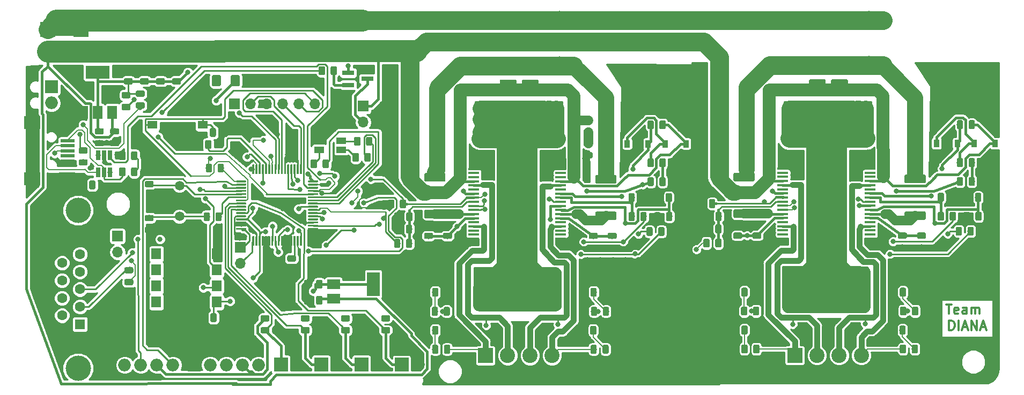
<source format=gbr>
G04 #@! TF.GenerationSoftware,KiCad,Pcbnew,(5.0.1-3-g963ef8bb5)*
G04 #@! TF.CreationDate,2019-04-01T14:08:33+02:00*
G04 #@! TF.ProjectId,Arm_stepper,41726D5F737465707065722E6B696361,rev?*
G04 #@! TF.SameCoordinates,Original*
G04 #@! TF.FileFunction,Copper,L1,Top,Signal*
G04 #@! TF.FilePolarity,Positive*
%FSLAX46Y46*%
G04 Gerber Fmt 4.6, Leading zero omitted, Abs format (unit mm)*
G04 Created by KiCad (PCBNEW (5.0.1-3-g963ef8bb5)) date 2019 April 01, Monday 14:08:33*
%MOMM*%
%LPD*%
G01*
G04 APERTURE LIST*
G04 #@! TA.AperFunction,NonConductor*
%ADD10C,0.300000*%
G04 #@! TD*
G04 #@! TA.AperFunction,SMDPad,CuDef*
%ADD11R,2.300000X0.500000*%
G04 #@! TD*
G04 #@! TA.AperFunction,SMDPad,CuDef*
%ADD12R,2.500000X2.000000*%
G04 #@! TD*
G04 #@! TA.AperFunction,Conductor*
%ADD13C,0.100000*%
G04 #@! TD*
G04 #@! TA.AperFunction,SMDPad,CuDef*
%ADD14C,0.975000*%
G04 #@! TD*
G04 #@! TA.AperFunction,ComponentPad*
%ADD15C,2.400000*%
G04 #@! TD*
G04 #@! TA.AperFunction,ComponentPad*
%ADD16R,2.400000X2.400000*%
G04 #@! TD*
G04 #@! TA.AperFunction,ComponentPad*
%ADD17O,1.998980X1.998980*%
G04 #@! TD*
G04 #@! TA.AperFunction,ComponentPad*
%ADD18R,1.998980X1.998980*%
G04 #@! TD*
G04 #@! TA.AperFunction,ComponentPad*
%ADD19C,2.999740*%
G04 #@! TD*
G04 #@! TA.AperFunction,SMDPad,CuDef*
%ADD20C,1.350000*%
G04 #@! TD*
G04 #@! TA.AperFunction,SMDPad,CuDef*
%ADD21R,6.400000X20.000000*%
G04 #@! TD*
G04 #@! TA.AperFunction,SMDPad,CuDef*
%ADD22R,1.700000X0.380000*%
G04 #@! TD*
G04 #@! TA.AperFunction,SMDPad,CuDef*
%ADD23R,0.900000X1.200000*%
G04 #@! TD*
G04 #@! TA.AperFunction,SMDPad,CuDef*
%ADD24C,1.250000*%
G04 #@! TD*
G04 #@! TA.AperFunction,SMDPad,CuDef*
%ADD25R,1.500000X1.000000*%
G04 #@! TD*
G04 #@! TA.AperFunction,ComponentPad*
%ADD26R,1.700000X1.700000*%
G04 #@! TD*
G04 #@! TA.AperFunction,ComponentPad*
%ADD27O,1.700000X1.700000*%
G04 #@! TD*
G04 #@! TA.AperFunction,ComponentPad*
%ADD28R,1.600000X1.600000*%
G04 #@! TD*
G04 #@! TA.AperFunction,ComponentPad*
%ADD29C,1.600000*%
G04 #@! TD*
G04 #@! TA.AperFunction,ComponentPad*
%ADD30C,4.000000*%
G04 #@! TD*
G04 #@! TA.AperFunction,SMDPad,CuDef*
%ADD31C,1.425000*%
G04 #@! TD*
G04 #@! TA.AperFunction,SMDPad,CuDef*
%ADD32R,1.900000X0.800000*%
G04 #@! TD*
G04 #@! TA.AperFunction,SMDPad,CuDef*
%ADD33R,1.550000X1.300000*%
G04 #@! TD*
G04 #@! TA.AperFunction,ComponentPad*
%ADD34R,2.200000X2.200000*%
G04 #@! TD*
G04 #@! TA.AperFunction,ComponentPad*
%ADD35C,2.200000*%
G04 #@! TD*
G04 #@! TA.AperFunction,SMDPad,CuDef*
%ADD36R,1.520000X1.780000*%
G04 #@! TD*
G04 #@! TA.AperFunction,SMDPad,CuDef*
%ADD37R,1.520000X1.750000*%
G04 #@! TD*
G04 #@! TA.AperFunction,SMDPad,CuDef*
%ADD38R,0.650000X1.560000*%
G04 #@! TD*
G04 #@! TA.AperFunction,SMDPad,CuDef*
%ADD39C,0.300000*%
G04 #@! TD*
G04 #@! TA.AperFunction,SMDPad,CuDef*
%ADD40R,3.800000X2.000000*%
G04 #@! TD*
G04 #@! TA.AperFunction,SMDPad,CuDef*
%ADD41R,1.500000X2.000000*%
G04 #@! TD*
G04 #@! TA.AperFunction,SMDPad,CuDef*
%ADD42R,2.000000X1.500000*%
G04 #@! TD*
G04 #@! TA.AperFunction,SMDPad,CuDef*
%ADD43R,2.000000X3.800000*%
G04 #@! TD*
G04 #@! TA.AperFunction,ComponentPad*
%ADD44C,1.500000*%
G04 #@! TD*
G04 #@! TA.AperFunction,ViaPad*
%ADD45C,0.800000*%
G04 #@! TD*
G04 #@! TA.AperFunction,Conductor*
%ADD46C,3.000000*%
G04 #@! TD*
G04 #@! TA.AperFunction,Conductor*
%ADD47C,2.500000*%
G04 #@! TD*
G04 #@! TA.AperFunction,Conductor*
%ADD48C,0.400000*%
G04 #@! TD*
G04 #@! TA.AperFunction,Conductor*
%ADD49C,0.250000*%
G04 #@! TD*
G04 #@! TA.AperFunction,Conductor*
%ADD50C,0.200000*%
G04 #@! TD*
G04 #@! TA.AperFunction,Conductor*
%ADD51C,2.000000*%
G04 #@! TD*
G04 #@! TA.AperFunction,Conductor*
%ADD52C,3.500000*%
G04 #@! TD*
G04 #@! TA.AperFunction,Conductor*
%ADD53C,1.500000*%
G04 #@! TD*
G04 #@! TA.AperFunction,Conductor*
%ADD54C,0.900000*%
G04 #@! TD*
G04 #@! TA.AperFunction,Conductor*
%ADD55C,1.000000*%
G04 #@! TD*
G04 #@! TA.AperFunction,Conductor*
%ADD56C,0.254000*%
G04 #@! TD*
G04 APERTURE END LIST*
D10*
X183678571Y-142903571D02*
X184535714Y-142903571D01*
X184107142Y-144403571D02*
X184107142Y-142903571D01*
X185607142Y-144332142D02*
X185464285Y-144403571D01*
X185178571Y-144403571D01*
X185035714Y-144332142D01*
X184964285Y-144189285D01*
X184964285Y-143617857D01*
X185035714Y-143475000D01*
X185178571Y-143403571D01*
X185464285Y-143403571D01*
X185607142Y-143475000D01*
X185678571Y-143617857D01*
X185678571Y-143760714D01*
X184964285Y-143903571D01*
X186964285Y-144403571D02*
X186964285Y-143617857D01*
X186892857Y-143475000D01*
X186750000Y-143403571D01*
X186464285Y-143403571D01*
X186321428Y-143475000D01*
X186964285Y-144332142D02*
X186821428Y-144403571D01*
X186464285Y-144403571D01*
X186321428Y-144332142D01*
X186250000Y-144189285D01*
X186250000Y-144046428D01*
X186321428Y-143903571D01*
X186464285Y-143832142D01*
X186821428Y-143832142D01*
X186964285Y-143760714D01*
X187678571Y-144403571D02*
X187678571Y-143403571D01*
X187678571Y-143546428D02*
X187750000Y-143475000D01*
X187892857Y-143403571D01*
X188107142Y-143403571D01*
X188250000Y-143475000D01*
X188321428Y-143617857D01*
X188321428Y-144403571D01*
X188321428Y-143617857D02*
X188392857Y-143475000D01*
X188535714Y-143403571D01*
X188750000Y-143403571D01*
X188892857Y-143475000D01*
X188964285Y-143617857D01*
X188964285Y-144403571D01*
X184178571Y-146953571D02*
X184178571Y-145453571D01*
X184535714Y-145453571D01*
X184750000Y-145525000D01*
X184892857Y-145667857D01*
X184964285Y-145810714D01*
X185035714Y-146096428D01*
X185035714Y-146310714D01*
X184964285Y-146596428D01*
X184892857Y-146739285D01*
X184750000Y-146882142D01*
X184535714Y-146953571D01*
X184178571Y-146953571D01*
X185678571Y-146953571D02*
X185678571Y-145453571D01*
X186321428Y-146525000D02*
X187035714Y-146525000D01*
X186178571Y-146953571D02*
X186678571Y-145453571D01*
X187178571Y-146953571D01*
X187678571Y-146953571D02*
X187678571Y-145453571D01*
X188535714Y-146953571D01*
X188535714Y-145453571D01*
X189178571Y-146525000D02*
X189892857Y-146525000D01*
X189035714Y-146953571D02*
X189535714Y-145453571D01*
X190035714Y-146953571D01*
D11*
G04 #@! TO.P,J9,1*
G04 #@! TO.N,Net-(J9-Pad1)*
X45064509Y-117018000D03*
G04 #@! TO.P,J9,2*
G04 #@! TO.N,Net-(J9-Pad2)*
X45064509Y-117818000D03*
G04 #@! TO.P,J9,3*
G04 #@! TO.N,Net-(J9-Pad3)*
X45064509Y-118618000D03*
G04 #@! TO.P,J9,4*
G04 #@! TO.N,Net-(J9-Pad4)*
X45064509Y-119418000D03*
G04 #@! TO.P,J9,5*
G04 #@! TO.N,GNDS*
X45064509Y-120218000D03*
D12*
G04 #@! TO.P,J9,6*
X44964509Y-114168000D03*
X39464509Y-114168000D03*
X44964509Y-123068000D03*
X39464509Y-123068000D03*
G04 #@! TD*
D13*
G04 #@! TO.N,i2C1_SCL*
G04 #@! TO.C,R31*
G36*
X56980142Y-110951174D02*
X57003803Y-110954684D01*
X57027007Y-110960496D01*
X57049529Y-110968554D01*
X57071153Y-110978782D01*
X57091670Y-110991079D01*
X57110883Y-111005329D01*
X57128607Y-111021393D01*
X57144671Y-111039117D01*
X57158921Y-111058330D01*
X57171218Y-111078847D01*
X57181446Y-111100471D01*
X57189504Y-111122993D01*
X57195316Y-111146197D01*
X57198826Y-111169858D01*
X57200000Y-111193750D01*
X57200000Y-111681250D01*
X57198826Y-111705142D01*
X57195316Y-111728803D01*
X57189504Y-111752007D01*
X57181446Y-111774529D01*
X57171218Y-111796153D01*
X57158921Y-111816670D01*
X57144671Y-111835883D01*
X57128607Y-111853607D01*
X57110883Y-111869671D01*
X57091670Y-111883921D01*
X57071153Y-111896218D01*
X57049529Y-111906446D01*
X57027007Y-111914504D01*
X57003803Y-111920316D01*
X56980142Y-111923826D01*
X56956250Y-111925000D01*
X56043750Y-111925000D01*
X56019858Y-111923826D01*
X55996197Y-111920316D01*
X55972993Y-111914504D01*
X55950471Y-111906446D01*
X55928847Y-111896218D01*
X55908330Y-111883921D01*
X55889117Y-111869671D01*
X55871393Y-111853607D01*
X55855329Y-111835883D01*
X55841079Y-111816670D01*
X55828782Y-111796153D01*
X55818554Y-111774529D01*
X55810496Y-111752007D01*
X55804684Y-111728803D01*
X55801174Y-111705142D01*
X55800000Y-111681250D01*
X55800000Y-111193750D01*
X55801174Y-111169858D01*
X55804684Y-111146197D01*
X55810496Y-111122993D01*
X55818554Y-111100471D01*
X55828782Y-111078847D01*
X55841079Y-111058330D01*
X55855329Y-111039117D01*
X55871393Y-111021393D01*
X55889117Y-111005329D01*
X55908330Y-110991079D01*
X55928847Y-110978782D01*
X55950471Y-110968554D01*
X55972993Y-110960496D01*
X55996197Y-110954684D01*
X56019858Y-110951174D01*
X56043750Y-110950000D01*
X56956250Y-110950000D01*
X56980142Y-110951174D01*
X56980142Y-110951174D01*
G37*
D14*
G04 #@! TD*
G04 #@! TO.P,R31,1*
G04 #@! TO.N,i2C1_SCL*
X56500000Y-111437500D03*
D13*
G04 #@! TO.N,+3V3*
G04 #@! TO.C,R31*
G36*
X56980142Y-109076174D02*
X57003803Y-109079684D01*
X57027007Y-109085496D01*
X57049529Y-109093554D01*
X57071153Y-109103782D01*
X57091670Y-109116079D01*
X57110883Y-109130329D01*
X57128607Y-109146393D01*
X57144671Y-109164117D01*
X57158921Y-109183330D01*
X57171218Y-109203847D01*
X57181446Y-109225471D01*
X57189504Y-109247993D01*
X57195316Y-109271197D01*
X57198826Y-109294858D01*
X57200000Y-109318750D01*
X57200000Y-109806250D01*
X57198826Y-109830142D01*
X57195316Y-109853803D01*
X57189504Y-109877007D01*
X57181446Y-109899529D01*
X57171218Y-109921153D01*
X57158921Y-109941670D01*
X57144671Y-109960883D01*
X57128607Y-109978607D01*
X57110883Y-109994671D01*
X57091670Y-110008921D01*
X57071153Y-110021218D01*
X57049529Y-110031446D01*
X57027007Y-110039504D01*
X57003803Y-110045316D01*
X56980142Y-110048826D01*
X56956250Y-110050000D01*
X56043750Y-110050000D01*
X56019858Y-110048826D01*
X55996197Y-110045316D01*
X55972993Y-110039504D01*
X55950471Y-110031446D01*
X55928847Y-110021218D01*
X55908330Y-110008921D01*
X55889117Y-109994671D01*
X55871393Y-109978607D01*
X55855329Y-109960883D01*
X55841079Y-109941670D01*
X55828782Y-109921153D01*
X55818554Y-109899529D01*
X55810496Y-109877007D01*
X55804684Y-109853803D01*
X55801174Y-109830142D01*
X55800000Y-109806250D01*
X55800000Y-109318750D01*
X55801174Y-109294858D01*
X55804684Y-109271197D01*
X55810496Y-109247993D01*
X55818554Y-109225471D01*
X55828782Y-109203847D01*
X55841079Y-109183330D01*
X55855329Y-109164117D01*
X55871393Y-109146393D01*
X55889117Y-109130329D01*
X55908330Y-109116079D01*
X55928847Y-109103782D01*
X55950471Y-109093554D01*
X55972993Y-109085496D01*
X55996197Y-109079684D01*
X56019858Y-109076174D01*
X56043750Y-109075000D01*
X56956250Y-109075000D01*
X56980142Y-109076174D01*
X56980142Y-109076174D01*
G37*
D14*
G04 #@! TD*
G04 #@! TO.P,R31,2*
G04 #@! TO.N,+3V3*
X56500000Y-109562500D03*
D13*
G04 #@! TO.N,+3V3*
G04 #@! TO.C,R30*
G36*
X54730142Y-109326174D02*
X54753803Y-109329684D01*
X54777007Y-109335496D01*
X54799529Y-109343554D01*
X54821153Y-109353782D01*
X54841670Y-109366079D01*
X54860883Y-109380329D01*
X54878607Y-109396393D01*
X54894671Y-109414117D01*
X54908921Y-109433330D01*
X54921218Y-109453847D01*
X54931446Y-109475471D01*
X54939504Y-109497993D01*
X54945316Y-109521197D01*
X54948826Y-109544858D01*
X54950000Y-109568750D01*
X54950000Y-110056250D01*
X54948826Y-110080142D01*
X54945316Y-110103803D01*
X54939504Y-110127007D01*
X54931446Y-110149529D01*
X54921218Y-110171153D01*
X54908921Y-110191670D01*
X54894671Y-110210883D01*
X54878607Y-110228607D01*
X54860883Y-110244671D01*
X54841670Y-110258921D01*
X54821153Y-110271218D01*
X54799529Y-110281446D01*
X54777007Y-110289504D01*
X54753803Y-110295316D01*
X54730142Y-110298826D01*
X54706250Y-110300000D01*
X53793750Y-110300000D01*
X53769858Y-110298826D01*
X53746197Y-110295316D01*
X53722993Y-110289504D01*
X53700471Y-110281446D01*
X53678847Y-110271218D01*
X53658330Y-110258921D01*
X53639117Y-110244671D01*
X53621393Y-110228607D01*
X53605329Y-110210883D01*
X53591079Y-110191670D01*
X53578782Y-110171153D01*
X53568554Y-110149529D01*
X53560496Y-110127007D01*
X53554684Y-110103803D01*
X53551174Y-110080142D01*
X53550000Y-110056250D01*
X53550000Y-109568750D01*
X53551174Y-109544858D01*
X53554684Y-109521197D01*
X53560496Y-109497993D01*
X53568554Y-109475471D01*
X53578782Y-109453847D01*
X53591079Y-109433330D01*
X53605329Y-109414117D01*
X53621393Y-109396393D01*
X53639117Y-109380329D01*
X53658330Y-109366079D01*
X53678847Y-109353782D01*
X53700471Y-109343554D01*
X53722993Y-109335496D01*
X53746197Y-109329684D01*
X53769858Y-109326174D01*
X53793750Y-109325000D01*
X54706250Y-109325000D01*
X54730142Y-109326174D01*
X54730142Y-109326174D01*
G37*
D14*
G04 #@! TD*
G04 #@! TO.P,R30,2*
G04 #@! TO.N,+3V3*
X54250000Y-109812500D03*
D13*
G04 #@! TO.N,i2C1_SDA*
G04 #@! TO.C,R30*
G36*
X54730142Y-111201174D02*
X54753803Y-111204684D01*
X54777007Y-111210496D01*
X54799529Y-111218554D01*
X54821153Y-111228782D01*
X54841670Y-111241079D01*
X54860883Y-111255329D01*
X54878607Y-111271393D01*
X54894671Y-111289117D01*
X54908921Y-111308330D01*
X54921218Y-111328847D01*
X54931446Y-111350471D01*
X54939504Y-111372993D01*
X54945316Y-111396197D01*
X54948826Y-111419858D01*
X54950000Y-111443750D01*
X54950000Y-111931250D01*
X54948826Y-111955142D01*
X54945316Y-111978803D01*
X54939504Y-112002007D01*
X54931446Y-112024529D01*
X54921218Y-112046153D01*
X54908921Y-112066670D01*
X54894671Y-112085883D01*
X54878607Y-112103607D01*
X54860883Y-112119671D01*
X54841670Y-112133921D01*
X54821153Y-112146218D01*
X54799529Y-112156446D01*
X54777007Y-112164504D01*
X54753803Y-112170316D01*
X54730142Y-112173826D01*
X54706250Y-112175000D01*
X53793750Y-112175000D01*
X53769858Y-112173826D01*
X53746197Y-112170316D01*
X53722993Y-112164504D01*
X53700471Y-112156446D01*
X53678847Y-112146218D01*
X53658330Y-112133921D01*
X53639117Y-112119671D01*
X53621393Y-112103607D01*
X53605329Y-112085883D01*
X53591079Y-112066670D01*
X53578782Y-112046153D01*
X53568554Y-112024529D01*
X53560496Y-112002007D01*
X53554684Y-111978803D01*
X53551174Y-111955142D01*
X53550000Y-111931250D01*
X53550000Y-111443750D01*
X53551174Y-111419858D01*
X53554684Y-111396197D01*
X53560496Y-111372993D01*
X53568554Y-111350471D01*
X53578782Y-111328847D01*
X53591079Y-111308330D01*
X53605329Y-111289117D01*
X53621393Y-111271393D01*
X53639117Y-111255329D01*
X53658330Y-111241079D01*
X53678847Y-111228782D01*
X53700471Y-111218554D01*
X53722993Y-111210496D01*
X53746197Y-111204684D01*
X53769858Y-111201174D01*
X53793750Y-111200000D01*
X54706250Y-111200000D01*
X54730142Y-111201174D01*
X54730142Y-111201174D01*
G37*
D14*
G04 #@! TD*
G04 #@! TO.P,R30,1*
G04 #@! TO.N,i2C1_SDA*
X54250000Y-111687500D03*
D13*
G04 #@! TO.N,/NRST*
G04 #@! TO.C,C8*
G36*
X68227642Y-114998174D02*
X68251303Y-115001684D01*
X68274507Y-115007496D01*
X68297029Y-115015554D01*
X68318653Y-115025782D01*
X68339170Y-115038079D01*
X68358383Y-115052329D01*
X68376107Y-115068393D01*
X68392171Y-115086117D01*
X68406421Y-115105330D01*
X68418718Y-115125847D01*
X68428946Y-115147471D01*
X68437004Y-115169993D01*
X68442816Y-115193197D01*
X68446326Y-115216858D01*
X68447500Y-115240750D01*
X68447500Y-116153250D01*
X68446326Y-116177142D01*
X68442816Y-116200803D01*
X68437004Y-116224007D01*
X68428946Y-116246529D01*
X68418718Y-116268153D01*
X68406421Y-116288670D01*
X68392171Y-116307883D01*
X68376107Y-116325607D01*
X68358383Y-116341671D01*
X68339170Y-116355921D01*
X68318653Y-116368218D01*
X68297029Y-116378446D01*
X68274507Y-116386504D01*
X68251303Y-116392316D01*
X68227642Y-116395826D01*
X68203750Y-116397000D01*
X67716250Y-116397000D01*
X67692358Y-116395826D01*
X67668697Y-116392316D01*
X67645493Y-116386504D01*
X67622971Y-116378446D01*
X67601347Y-116368218D01*
X67580830Y-116355921D01*
X67561617Y-116341671D01*
X67543893Y-116325607D01*
X67527829Y-116307883D01*
X67513579Y-116288670D01*
X67501282Y-116268153D01*
X67491054Y-116246529D01*
X67482996Y-116224007D01*
X67477184Y-116200803D01*
X67473674Y-116177142D01*
X67472500Y-116153250D01*
X67472500Y-115240750D01*
X67473674Y-115216858D01*
X67477184Y-115193197D01*
X67482996Y-115169993D01*
X67491054Y-115147471D01*
X67501282Y-115125847D01*
X67513579Y-115105330D01*
X67527829Y-115086117D01*
X67543893Y-115068393D01*
X67561617Y-115052329D01*
X67580830Y-115038079D01*
X67601347Y-115025782D01*
X67622971Y-115015554D01*
X67645493Y-115007496D01*
X67668697Y-115001684D01*
X67692358Y-114998174D01*
X67716250Y-114997000D01*
X68203750Y-114997000D01*
X68227642Y-114998174D01*
X68227642Y-114998174D01*
G37*
D14*
G04 #@! TD*
G04 #@! TO.P,C8,2*
G04 #@! TO.N,/NRST*
X67960000Y-115697000D03*
D13*
G04 #@! TO.N,GNDS*
G04 #@! TO.C,C8*
G36*
X70102642Y-114998174D02*
X70126303Y-115001684D01*
X70149507Y-115007496D01*
X70172029Y-115015554D01*
X70193653Y-115025782D01*
X70214170Y-115038079D01*
X70233383Y-115052329D01*
X70251107Y-115068393D01*
X70267171Y-115086117D01*
X70281421Y-115105330D01*
X70293718Y-115125847D01*
X70303946Y-115147471D01*
X70312004Y-115169993D01*
X70317816Y-115193197D01*
X70321326Y-115216858D01*
X70322500Y-115240750D01*
X70322500Y-116153250D01*
X70321326Y-116177142D01*
X70317816Y-116200803D01*
X70312004Y-116224007D01*
X70303946Y-116246529D01*
X70293718Y-116268153D01*
X70281421Y-116288670D01*
X70267171Y-116307883D01*
X70251107Y-116325607D01*
X70233383Y-116341671D01*
X70214170Y-116355921D01*
X70193653Y-116368218D01*
X70172029Y-116378446D01*
X70149507Y-116386504D01*
X70126303Y-116392316D01*
X70102642Y-116395826D01*
X70078750Y-116397000D01*
X69591250Y-116397000D01*
X69567358Y-116395826D01*
X69543697Y-116392316D01*
X69520493Y-116386504D01*
X69497971Y-116378446D01*
X69476347Y-116368218D01*
X69455830Y-116355921D01*
X69436617Y-116341671D01*
X69418893Y-116325607D01*
X69402829Y-116307883D01*
X69388579Y-116288670D01*
X69376282Y-116268153D01*
X69366054Y-116246529D01*
X69357996Y-116224007D01*
X69352184Y-116200803D01*
X69348674Y-116177142D01*
X69347500Y-116153250D01*
X69347500Y-115240750D01*
X69348674Y-115216858D01*
X69352184Y-115193197D01*
X69357996Y-115169993D01*
X69366054Y-115147471D01*
X69376282Y-115125847D01*
X69388579Y-115105330D01*
X69402829Y-115086117D01*
X69418893Y-115068393D01*
X69436617Y-115052329D01*
X69455830Y-115038079D01*
X69476347Y-115025782D01*
X69497971Y-115015554D01*
X69520493Y-115007496D01*
X69543697Y-115001684D01*
X69567358Y-114998174D01*
X69591250Y-114997000D01*
X70078750Y-114997000D01*
X70102642Y-114998174D01*
X70102642Y-114998174D01*
G37*
D14*
G04 #@! TD*
G04 #@! TO.P,C8,1*
G04 #@! TO.N,GNDS*
X69835000Y-115697000D03*
D15*
G04 #@! TO.P,J1,2*
G04 #@! TO.N,+12V*
X47110000Y-102870000D03*
D16*
G04 #@! TO.P,J1,1*
G04 #@! TO.N,GNDPWR*
X47110000Y-99370000D03*
G04 #@! TD*
D17*
G04 #@! TO.P,J11,4*
G04 #@! TO.N,+5V*
X72620000Y-152500000D03*
D18*
G04 #@! TO.P,J11,1*
G04 #@! TO.N,GNDS*
X65000000Y-152500000D03*
D17*
G04 #@! TO.P,J11,2*
G04 #@! TO.N,N/C*
X67540000Y-152500000D03*
G04 #@! TO.P,J11,3*
G04 #@! TO.N,E2_2*
X70080000Y-152500000D03*
G04 #@! TO.P,J11,5*
G04 #@! TO.N,E2_1*
X75160000Y-152500000D03*
G04 #@! TD*
G04 #@! TO.P,J10,4*
G04 #@! TO.N,+5V*
X59120000Y-152500000D03*
D18*
G04 #@! TO.P,J10,1*
G04 #@! TO.N,GNDS*
X51500000Y-152500000D03*
D17*
G04 #@! TO.P,J10,2*
G04 #@! TO.N,N/C*
X54040000Y-152500000D03*
G04 #@! TO.P,J10,3*
G04 #@! TO.N,E1_2*
X56580000Y-152500000D03*
G04 #@! TO.P,J10,5*
G04 #@! TO.N,E1_1*
X61660000Y-152500000D03*
G04 #@! TD*
D19*
G04 #@! TO.P,JP4,2*
G04 #@! TO.N,GNDS*
X171492000Y-105116000D03*
G04 #@! TO.P,JP4,1*
G04 #@! TO.N,GNDPWR*
X171492000Y-97960000D03*
G04 #@! TD*
D13*
G04 #@! TO.N,GNDS*
G04 #@! TO.C,R44*
G36*
X179015142Y-140261174D02*
X179038803Y-140264684D01*
X179062007Y-140270496D01*
X179084529Y-140278554D01*
X179106153Y-140288782D01*
X179126670Y-140301079D01*
X179145883Y-140315329D01*
X179163607Y-140331393D01*
X179179671Y-140349117D01*
X179193921Y-140368330D01*
X179206218Y-140388847D01*
X179216446Y-140410471D01*
X179224504Y-140432993D01*
X179230316Y-140456197D01*
X179233826Y-140479858D01*
X179235000Y-140503750D01*
X179235000Y-141416250D01*
X179233826Y-141440142D01*
X179230316Y-141463803D01*
X179224504Y-141487007D01*
X179216446Y-141509529D01*
X179206218Y-141531153D01*
X179193921Y-141551670D01*
X179179671Y-141570883D01*
X179163607Y-141588607D01*
X179145883Y-141604671D01*
X179126670Y-141618921D01*
X179106153Y-141631218D01*
X179084529Y-141641446D01*
X179062007Y-141649504D01*
X179038803Y-141655316D01*
X179015142Y-141658826D01*
X178991250Y-141660000D01*
X178503750Y-141660000D01*
X178479858Y-141658826D01*
X178456197Y-141655316D01*
X178432993Y-141649504D01*
X178410471Y-141641446D01*
X178388847Y-141631218D01*
X178368330Y-141618921D01*
X178349117Y-141604671D01*
X178331393Y-141588607D01*
X178315329Y-141570883D01*
X178301079Y-141551670D01*
X178288782Y-141531153D01*
X178278554Y-141509529D01*
X178270496Y-141487007D01*
X178264684Y-141463803D01*
X178261174Y-141440142D01*
X178260000Y-141416250D01*
X178260000Y-140503750D01*
X178261174Y-140479858D01*
X178264684Y-140456197D01*
X178270496Y-140432993D01*
X178278554Y-140410471D01*
X178288782Y-140388847D01*
X178301079Y-140368330D01*
X178315329Y-140349117D01*
X178331393Y-140331393D01*
X178349117Y-140315329D01*
X178368330Y-140301079D01*
X178388847Y-140288782D01*
X178410471Y-140278554D01*
X178432993Y-140270496D01*
X178456197Y-140264684D01*
X178479858Y-140261174D01*
X178503750Y-140260000D01*
X178991250Y-140260000D01*
X179015142Y-140261174D01*
X179015142Y-140261174D01*
G37*
D14*
G04 #@! TD*
G04 #@! TO.P,R44,1*
G04 #@! TO.N,GNDS*
X178747500Y-140960000D03*
D13*
G04 #@! TO.N,Net-(D18-Pad1)*
G04 #@! TO.C,R44*
G36*
X177140142Y-140261174D02*
X177163803Y-140264684D01*
X177187007Y-140270496D01*
X177209529Y-140278554D01*
X177231153Y-140288782D01*
X177251670Y-140301079D01*
X177270883Y-140315329D01*
X177288607Y-140331393D01*
X177304671Y-140349117D01*
X177318921Y-140368330D01*
X177331218Y-140388847D01*
X177341446Y-140410471D01*
X177349504Y-140432993D01*
X177355316Y-140456197D01*
X177358826Y-140479858D01*
X177360000Y-140503750D01*
X177360000Y-141416250D01*
X177358826Y-141440142D01*
X177355316Y-141463803D01*
X177349504Y-141487007D01*
X177341446Y-141509529D01*
X177331218Y-141531153D01*
X177318921Y-141551670D01*
X177304671Y-141570883D01*
X177288607Y-141588607D01*
X177270883Y-141604671D01*
X177251670Y-141618921D01*
X177231153Y-141631218D01*
X177209529Y-141641446D01*
X177187007Y-141649504D01*
X177163803Y-141655316D01*
X177140142Y-141658826D01*
X177116250Y-141660000D01*
X176628750Y-141660000D01*
X176604858Y-141658826D01*
X176581197Y-141655316D01*
X176557993Y-141649504D01*
X176535471Y-141641446D01*
X176513847Y-141631218D01*
X176493330Y-141618921D01*
X176474117Y-141604671D01*
X176456393Y-141588607D01*
X176440329Y-141570883D01*
X176426079Y-141551670D01*
X176413782Y-141531153D01*
X176403554Y-141509529D01*
X176395496Y-141487007D01*
X176389684Y-141463803D01*
X176386174Y-141440142D01*
X176385000Y-141416250D01*
X176385000Y-140503750D01*
X176386174Y-140479858D01*
X176389684Y-140456197D01*
X176395496Y-140432993D01*
X176403554Y-140410471D01*
X176413782Y-140388847D01*
X176426079Y-140368330D01*
X176440329Y-140349117D01*
X176456393Y-140331393D01*
X176474117Y-140315329D01*
X176493330Y-140301079D01*
X176513847Y-140288782D01*
X176535471Y-140278554D01*
X176557993Y-140270496D01*
X176581197Y-140264684D01*
X176604858Y-140261174D01*
X176628750Y-140260000D01*
X177116250Y-140260000D01*
X177140142Y-140261174D01*
X177140142Y-140261174D01*
G37*
D14*
G04 #@! TD*
G04 #@! TO.P,R44,2*
G04 #@! TO.N,Net-(D18-Pad1)*
X176872500Y-140960000D03*
D13*
G04 #@! TO.N,GNDS*
G04 #@! TO.C,R43*
G36*
X154015142Y-140261174D02*
X154038803Y-140264684D01*
X154062007Y-140270496D01*
X154084529Y-140278554D01*
X154106153Y-140288782D01*
X154126670Y-140301079D01*
X154145883Y-140315329D01*
X154163607Y-140331393D01*
X154179671Y-140349117D01*
X154193921Y-140368330D01*
X154206218Y-140388847D01*
X154216446Y-140410471D01*
X154224504Y-140432993D01*
X154230316Y-140456197D01*
X154233826Y-140479858D01*
X154235000Y-140503750D01*
X154235000Y-141416250D01*
X154233826Y-141440142D01*
X154230316Y-141463803D01*
X154224504Y-141487007D01*
X154216446Y-141509529D01*
X154206218Y-141531153D01*
X154193921Y-141551670D01*
X154179671Y-141570883D01*
X154163607Y-141588607D01*
X154145883Y-141604671D01*
X154126670Y-141618921D01*
X154106153Y-141631218D01*
X154084529Y-141641446D01*
X154062007Y-141649504D01*
X154038803Y-141655316D01*
X154015142Y-141658826D01*
X153991250Y-141660000D01*
X153503750Y-141660000D01*
X153479858Y-141658826D01*
X153456197Y-141655316D01*
X153432993Y-141649504D01*
X153410471Y-141641446D01*
X153388847Y-141631218D01*
X153368330Y-141618921D01*
X153349117Y-141604671D01*
X153331393Y-141588607D01*
X153315329Y-141570883D01*
X153301079Y-141551670D01*
X153288782Y-141531153D01*
X153278554Y-141509529D01*
X153270496Y-141487007D01*
X153264684Y-141463803D01*
X153261174Y-141440142D01*
X153260000Y-141416250D01*
X153260000Y-140503750D01*
X153261174Y-140479858D01*
X153264684Y-140456197D01*
X153270496Y-140432993D01*
X153278554Y-140410471D01*
X153288782Y-140388847D01*
X153301079Y-140368330D01*
X153315329Y-140349117D01*
X153331393Y-140331393D01*
X153349117Y-140315329D01*
X153368330Y-140301079D01*
X153388847Y-140288782D01*
X153410471Y-140278554D01*
X153432993Y-140270496D01*
X153456197Y-140264684D01*
X153479858Y-140261174D01*
X153503750Y-140260000D01*
X153991250Y-140260000D01*
X154015142Y-140261174D01*
X154015142Y-140261174D01*
G37*
D14*
G04 #@! TD*
G04 #@! TO.P,R43,1*
G04 #@! TO.N,GNDS*
X153747500Y-140960000D03*
D13*
G04 #@! TO.N,Net-(D17-Pad1)*
G04 #@! TO.C,R43*
G36*
X152140142Y-140261174D02*
X152163803Y-140264684D01*
X152187007Y-140270496D01*
X152209529Y-140278554D01*
X152231153Y-140288782D01*
X152251670Y-140301079D01*
X152270883Y-140315329D01*
X152288607Y-140331393D01*
X152304671Y-140349117D01*
X152318921Y-140368330D01*
X152331218Y-140388847D01*
X152341446Y-140410471D01*
X152349504Y-140432993D01*
X152355316Y-140456197D01*
X152358826Y-140479858D01*
X152360000Y-140503750D01*
X152360000Y-141416250D01*
X152358826Y-141440142D01*
X152355316Y-141463803D01*
X152349504Y-141487007D01*
X152341446Y-141509529D01*
X152331218Y-141531153D01*
X152318921Y-141551670D01*
X152304671Y-141570883D01*
X152288607Y-141588607D01*
X152270883Y-141604671D01*
X152251670Y-141618921D01*
X152231153Y-141631218D01*
X152209529Y-141641446D01*
X152187007Y-141649504D01*
X152163803Y-141655316D01*
X152140142Y-141658826D01*
X152116250Y-141660000D01*
X151628750Y-141660000D01*
X151604858Y-141658826D01*
X151581197Y-141655316D01*
X151557993Y-141649504D01*
X151535471Y-141641446D01*
X151513847Y-141631218D01*
X151493330Y-141618921D01*
X151474117Y-141604671D01*
X151456393Y-141588607D01*
X151440329Y-141570883D01*
X151426079Y-141551670D01*
X151413782Y-141531153D01*
X151403554Y-141509529D01*
X151395496Y-141487007D01*
X151389684Y-141463803D01*
X151386174Y-141440142D01*
X151385000Y-141416250D01*
X151385000Y-140503750D01*
X151386174Y-140479858D01*
X151389684Y-140456197D01*
X151395496Y-140432993D01*
X151403554Y-140410471D01*
X151413782Y-140388847D01*
X151426079Y-140368330D01*
X151440329Y-140349117D01*
X151456393Y-140331393D01*
X151474117Y-140315329D01*
X151493330Y-140301079D01*
X151513847Y-140288782D01*
X151535471Y-140278554D01*
X151557993Y-140270496D01*
X151581197Y-140264684D01*
X151604858Y-140261174D01*
X151628750Y-140260000D01*
X152116250Y-140260000D01*
X152140142Y-140261174D01*
X152140142Y-140261174D01*
G37*
D14*
G04 #@! TD*
G04 #@! TO.P,R43,2*
G04 #@! TO.N,Net-(D17-Pad1)*
X151872500Y-140960000D03*
D13*
G04 #@! TO.N,Net-(D16-Pad1)*
G04 #@! TO.C,R42*
G36*
X177077642Y-146261174D02*
X177101303Y-146264684D01*
X177124507Y-146270496D01*
X177147029Y-146278554D01*
X177168653Y-146288782D01*
X177189170Y-146301079D01*
X177208383Y-146315329D01*
X177226107Y-146331393D01*
X177242171Y-146349117D01*
X177256421Y-146368330D01*
X177268718Y-146388847D01*
X177278946Y-146410471D01*
X177287004Y-146432993D01*
X177292816Y-146456197D01*
X177296326Y-146479858D01*
X177297500Y-146503750D01*
X177297500Y-147416250D01*
X177296326Y-147440142D01*
X177292816Y-147463803D01*
X177287004Y-147487007D01*
X177278946Y-147509529D01*
X177268718Y-147531153D01*
X177256421Y-147551670D01*
X177242171Y-147570883D01*
X177226107Y-147588607D01*
X177208383Y-147604671D01*
X177189170Y-147618921D01*
X177168653Y-147631218D01*
X177147029Y-147641446D01*
X177124507Y-147649504D01*
X177101303Y-147655316D01*
X177077642Y-147658826D01*
X177053750Y-147660000D01*
X176566250Y-147660000D01*
X176542358Y-147658826D01*
X176518697Y-147655316D01*
X176495493Y-147649504D01*
X176472971Y-147641446D01*
X176451347Y-147631218D01*
X176430830Y-147618921D01*
X176411617Y-147604671D01*
X176393893Y-147588607D01*
X176377829Y-147570883D01*
X176363579Y-147551670D01*
X176351282Y-147531153D01*
X176341054Y-147509529D01*
X176332996Y-147487007D01*
X176327184Y-147463803D01*
X176323674Y-147440142D01*
X176322500Y-147416250D01*
X176322500Y-146503750D01*
X176323674Y-146479858D01*
X176327184Y-146456197D01*
X176332996Y-146432993D01*
X176341054Y-146410471D01*
X176351282Y-146388847D01*
X176363579Y-146368330D01*
X176377829Y-146349117D01*
X176393893Y-146331393D01*
X176411617Y-146315329D01*
X176430830Y-146301079D01*
X176451347Y-146288782D01*
X176472971Y-146278554D01*
X176495493Y-146270496D01*
X176518697Y-146264684D01*
X176542358Y-146261174D01*
X176566250Y-146260000D01*
X177053750Y-146260000D01*
X177077642Y-146261174D01*
X177077642Y-146261174D01*
G37*
D14*
G04 #@! TD*
G04 #@! TO.P,R42,2*
G04 #@! TO.N,Net-(D16-Pad1)*
X176810000Y-146960000D03*
D13*
G04 #@! TO.N,GNDS*
G04 #@! TO.C,R42*
G36*
X178952642Y-146261174D02*
X178976303Y-146264684D01*
X178999507Y-146270496D01*
X179022029Y-146278554D01*
X179043653Y-146288782D01*
X179064170Y-146301079D01*
X179083383Y-146315329D01*
X179101107Y-146331393D01*
X179117171Y-146349117D01*
X179131421Y-146368330D01*
X179143718Y-146388847D01*
X179153946Y-146410471D01*
X179162004Y-146432993D01*
X179167816Y-146456197D01*
X179171326Y-146479858D01*
X179172500Y-146503750D01*
X179172500Y-147416250D01*
X179171326Y-147440142D01*
X179167816Y-147463803D01*
X179162004Y-147487007D01*
X179153946Y-147509529D01*
X179143718Y-147531153D01*
X179131421Y-147551670D01*
X179117171Y-147570883D01*
X179101107Y-147588607D01*
X179083383Y-147604671D01*
X179064170Y-147618921D01*
X179043653Y-147631218D01*
X179022029Y-147641446D01*
X178999507Y-147649504D01*
X178976303Y-147655316D01*
X178952642Y-147658826D01*
X178928750Y-147660000D01*
X178441250Y-147660000D01*
X178417358Y-147658826D01*
X178393697Y-147655316D01*
X178370493Y-147649504D01*
X178347971Y-147641446D01*
X178326347Y-147631218D01*
X178305830Y-147618921D01*
X178286617Y-147604671D01*
X178268893Y-147588607D01*
X178252829Y-147570883D01*
X178238579Y-147551670D01*
X178226282Y-147531153D01*
X178216054Y-147509529D01*
X178207996Y-147487007D01*
X178202184Y-147463803D01*
X178198674Y-147440142D01*
X178197500Y-147416250D01*
X178197500Y-146503750D01*
X178198674Y-146479858D01*
X178202184Y-146456197D01*
X178207996Y-146432993D01*
X178216054Y-146410471D01*
X178226282Y-146388847D01*
X178238579Y-146368330D01*
X178252829Y-146349117D01*
X178268893Y-146331393D01*
X178286617Y-146315329D01*
X178305830Y-146301079D01*
X178326347Y-146288782D01*
X178347971Y-146278554D01*
X178370493Y-146270496D01*
X178393697Y-146264684D01*
X178417358Y-146261174D01*
X178441250Y-146260000D01*
X178928750Y-146260000D01*
X178952642Y-146261174D01*
X178952642Y-146261174D01*
G37*
D14*
G04 #@! TD*
G04 #@! TO.P,R42,1*
G04 #@! TO.N,GNDS*
X178685000Y-146960000D03*
D13*
G04 #@! TO.N,Net-(D15-Pad1)*
G04 #@! TO.C,R41*
G36*
X152140142Y-146261174D02*
X152163803Y-146264684D01*
X152187007Y-146270496D01*
X152209529Y-146278554D01*
X152231153Y-146288782D01*
X152251670Y-146301079D01*
X152270883Y-146315329D01*
X152288607Y-146331393D01*
X152304671Y-146349117D01*
X152318921Y-146368330D01*
X152331218Y-146388847D01*
X152341446Y-146410471D01*
X152349504Y-146432993D01*
X152355316Y-146456197D01*
X152358826Y-146479858D01*
X152360000Y-146503750D01*
X152360000Y-147416250D01*
X152358826Y-147440142D01*
X152355316Y-147463803D01*
X152349504Y-147487007D01*
X152341446Y-147509529D01*
X152331218Y-147531153D01*
X152318921Y-147551670D01*
X152304671Y-147570883D01*
X152288607Y-147588607D01*
X152270883Y-147604671D01*
X152251670Y-147618921D01*
X152231153Y-147631218D01*
X152209529Y-147641446D01*
X152187007Y-147649504D01*
X152163803Y-147655316D01*
X152140142Y-147658826D01*
X152116250Y-147660000D01*
X151628750Y-147660000D01*
X151604858Y-147658826D01*
X151581197Y-147655316D01*
X151557993Y-147649504D01*
X151535471Y-147641446D01*
X151513847Y-147631218D01*
X151493330Y-147618921D01*
X151474117Y-147604671D01*
X151456393Y-147588607D01*
X151440329Y-147570883D01*
X151426079Y-147551670D01*
X151413782Y-147531153D01*
X151403554Y-147509529D01*
X151395496Y-147487007D01*
X151389684Y-147463803D01*
X151386174Y-147440142D01*
X151385000Y-147416250D01*
X151385000Y-146503750D01*
X151386174Y-146479858D01*
X151389684Y-146456197D01*
X151395496Y-146432993D01*
X151403554Y-146410471D01*
X151413782Y-146388847D01*
X151426079Y-146368330D01*
X151440329Y-146349117D01*
X151456393Y-146331393D01*
X151474117Y-146315329D01*
X151493330Y-146301079D01*
X151513847Y-146288782D01*
X151535471Y-146278554D01*
X151557993Y-146270496D01*
X151581197Y-146264684D01*
X151604858Y-146261174D01*
X151628750Y-146260000D01*
X152116250Y-146260000D01*
X152140142Y-146261174D01*
X152140142Y-146261174D01*
G37*
D14*
G04 #@! TD*
G04 #@! TO.P,R41,2*
G04 #@! TO.N,Net-(D15-Pad1)*
X151872500Y-146960000D03*
D13*
G04 #@! TO.N,GNDS*
G04 #@! TO.C,R41*
G36*
X154015142Y-146261174D02*
X154038803Y-146264684D01*
X154062007Y-146270496D01*
X154084529Y-146278554D01*
X154106153Y-146288782D01*
X154126670Y-146301079D01*
X154145883Y-146315329D01*
X154163607Y-146331393D01*
X154179671Y-146349117D01*
X154193921Y-146368330D01*
X154206218Y-146388847D01*
X154216446Y-146410471D01*
X154224504Y-146432993D01*
X154230316Y-146456197D01*
X154233826Y-146479858D01*
X154235000Y-146503750D01*
X154235000Y-147416250D01*
X154233826Y-147440142D01*
X154230316Y-147463803D01*
X154224504Y-147487007D01*
X154216446Y-147509529D01*
X154206218Y-147531153D01*
X154193921Y-147551670D01*
X154179671Y-147570883D01*
X154163607Y-147588607D01*
X154145883Y-147604671D01*
X154126670Y-147618921D01*
X154106153Y-147631218D01*
X154084529Y-147641446D01*
X154062007Y-147649504D01*
X154038803Y-147655316D01*
X154015142Y-147658826D01*
X153991250Y-147660000D01*
X153503750Y-147660000D01*
X153479858Y-147658826D01*
X153456197Y-147655316D01*
X153432993Y-147649504D01*
X153410471Y-147641446D01*
X153388847Y-147631218D01*
X153368330Y-147618921D01*
X153349117Y-147604671D01*
X153331393Y-147588607D01*
X153315329Y-147570883D01*
X153301079Y-147551670D01*
X153288782Y-147531153D01*
X153278554Y-147509529D01*
X153270496Y-147487007D01*
X153264684Y-147463803D01*
X153261174Y-147440142D01*
X153260000Y-147416250D01*
X153260000Y-146503750D01*
X153261174Y-146479858D01*
X153264684Y-146456197D01*
X153270496Y-146432993D01*
X153278554Y-146410471D01*
X153288782Y-146388847D01*
X153301079Y-146368330D01*
X153315329Y-146349117D01*
X153331393Y-146331393D01*
X153349117Y-146315329D01*
X153368330Y-146301079D01*
X153388847Y-146288782D01*
X153410471Y-146278554D01*
X153432993Y-146270496D01*
X153456197Y-146264684D01*
X153479858Y-146261174D01*
X153503750Y-146260000D01*
X153991250Y-146260000D01*
X154015142Y-146261174D01*
X154015142Y-146261174D01*
G37*
D14*
G04 #@! TD*
G04 #@! TO.P,R41,1*
G04 #@! TO.N,GNDS*
X153747500Y-146960000D03*
D13*
G04 #@! TO.N,PWMB1*
G04 #@! TO.C,R35*
G36*
X187835542Y-130629974D02*
X187859203Y-130633484D01*
X187882407Y-130639296D01*
X187904929Y-130647354D01*
X187926553Y-130657582D01*
X187947070Y-130669879D01*
X187966283Y-130684129D01*
X187984007Y-130700193D01*
X188000071Y-130717917D01*
X188014321Y-130737130D01*
X188026618Y-130757647D01*
X188036846Y-130779271D01*
X188044904Y-130801793D01*
X188050716Y-130824997D01*
X188054226Y-130848658D01*
X188055400Y-130872550D01*
X188055400Y-131785050D01*
X188054226Y-131808942D01*
X188050716Y-131832603D01*
X188044904Y-131855807D01*
X188036846Y-131878329D01*
X188026618Y-131899953D01*
X188014321Y-131920470D01*
X188000071Y-131939683D01*
X187984007Y-131957407D01*
X187966283Y-131973471D01*
X187947070Y-131987721D01*
X187926553Y-132000018D01*
X187904929Y-132010246D01*
X187882407Y-132018304D01*
X187859203Y-132024116D01*
X187835542Y-132027626D01*
X187811650Y-132028800D01*
X187324150Y-132028800D01*
X187300258Y-132027626D01*
X187276597Y-132024116D01*
X187253393Y-132018304D01*
X187230871Y-132010246D01*
X187209247Y-132000018D01*
X187188730Y-131987721D01*
X187169517Y-131973471D01*
X187151793Y-131957407D01*
X187135729Y-131939683D01*
X187121479Y-131920470D01*
X187109182Y-131899953D01*
X187098954Y-131878329D01*
X187090896Y-131855807D01*
X187085084Y-131832603D01*
X187081574Y-131808942D01*
X187080400Y-131785050D01*
X187080400Y-130872550D01*
X187081574Y-130848658D01*
X187085084Y-130824997D01*
X187090896Y-130801793D01*
X187098954Y-130779271D01*
X187109182Y-130757647D01*
X187121479Y-130737130D01*
X187135729Y-130717917D01*
X187151793Y-130700193D01*
X187169517Y-130684129D01*
X187188730Y-130669879D01*
X187209247Y-130657582D01*
X187230871Y-130647354D01*
X187253393Y-130639296D01*
X187276597Y-130633484D01*
X187300258Y-130629974D01*
X187324150Y-130628800D01*
X187811650Y-130628800D01*
X187835542Y-130629974D01*
X187835542Y-130629974D01*
G37*
D14*
G04 #@! TD*
G04 #@! TO.P,R35,2*
G04 #@! TO.N,PWMB1*
X187567900Y-131328800D03*
D13*
G04 #@! TO.N,Net-(C30-Pad2)*
G04 #@! TO.C,R35*
G36*
X185960542Y-130629974D02*
X185984203Y-130633484D01*
X186007407Y-130639296D01*
X186029929Y-130647354D01*
X186051553Y-130657582D01*
X186072070Y-130669879D01*
X186091283Y-130684129D01*
X186109007Y-130700193D01*
X186125071Y-130717917D01*
X186139321Y-130737130D01*
X186151618Y-130757647D01*
X186161846Y-130779271D01*
X186169904Y-130801793D01*
X186175716Y-130824997D01*
X186179226Y-130848658D01*
X186180400Y-130872550D01*
X186180400Y-131785050D01*
X186179226Y-131808942D01*
X186175716Y-131832603D01*
X186169904Y-131855807D01*
X186161846Y-131878329D01*
X186151618Y-131899953D01*
X186139321Y-131920470D01*
X186125071Y-131939683D01*
X186109007Y-131957407D01*
X186091283Y-131973471D01*
X186072070Y-131987721D01*
X186051553Y-132000018D01*
X186029929Y-132010246D01*
X186007407Y-132018304D01*
X185984203Y-132024116D01*
X185960542Y-132027626D01*
X185936650Y-132028800D01*
X185449150Y-132028800D01*
X185425258Y-132027626D01*
X185401597Y-132024116D01*
X185378393Y-132018304D01*
X185355871Y-132010246D01*
X185334247Y-132000018D01*
X185313730Y-131987721D01*
X185294517Y-131973471D01*
X185276793Y-131957407D01*
X185260729Y-131939683D01*
X185246479Y-131920470D01*
X185234182Y-131899953D01*
X185223954Y-131878329D01*
X185215896Y-131855807D01*
X185210084Y-131832603D01*
X185206574Y-131808942D01*
X185205400Y-131785050D01*
X185205400Y-130872550D01*
X185206574Y-130848658D01*
X185210084Y-130824997D01*
X185215896Y-130801793D01*
X185223954Y-130779271D01*
X185234182Y-130757647D01*
X185246479Y-130737130D01*
X185260729Y-130717917D01*
X185276793Y-130700193D01*
X185294517Y-130684129D01*
X185313730Y-130669879D01*
X185334247Y-130657582D01*
X185355871Y-130647354D01*
X185378393Y-130639296D01*
X185401597Y-130633484D01*
X185425258Y-130629974D01*
X185449150Y-130628800D01*
X185936650Y-130628800D01*
X185960542Y-130629974D01*
X185960542Y-130629974D01*
G37*
D14*
G04 #@! TD*
G04 #@! TO.P,R35,1*
G04 #@! TO.N,Net-(C30-Pad2)*
X185692900Y-131328800D03*
D13*
G04 #@! TO.N,Net-(C28-Pad2)*
G04 #@! TO.C,R34*
G36*
X148015142Y-132511174D02*
X148038803Y-132514684D01*
X148062007Y-132520496D01*
X148084529Y-132528554D01*
X148106153Y-132538782D01*
X148126670Y-132551079D01*
X148145883Y-132565329D01*
X148163607Y-132581393D01*
X148179671Y-132599117D01*
X148193921Y-132618330D01*
X148206218Y-132638847D01*
X148216446Y-132660471D01*
X148224504Y-132682993D01*
X148230316Y-132706197D01*
X148233826Y-132729858D01*
X148235000Y-132753750D01*
X148235000Y-133666250D01*
X148233826Y-133690142D01*
X148230316Y-133713803D01*
X148224504Y-133737007D01*
X148216446Y-133759529D01*
X148206218Y-133781153D01*
X148193921Y-133801670D01*
X148179671Y-133820883D01*
X148163607Y-133838607D01*
X148145883Y-133854671D01*
X148126670Y-133868921D01*
X148106153Y-133881218D01*
X148084529Y-133891446D01*
X148062007Y-133899504D01*
X148038803Y-133905316D01*
X148015142Y-133908826D01*
X147991250Y-133910000D01*
X147503750Y-133910000D01*
X147479858Y-133908826D01*
X147456197Y-133905316D01*
X147432993Y-133899504D01*
X147410471Y-133891446D01*
X147388847Y-133881218D01*
X147368330Y-133868921D01*
X147349117Y-133854671D01*
X147331393Y-133838607D01*
X147315329Y-133820883D01*
X147301079Y-133801670D01*
X147288782Y-133781153D01*
X147278554Y-133759529D01*
X147270496Y-133737007D01*
X147264684Y-133713803D01*
X147261174Y-133690142D01*
X147260000Y-133666250D01*
X147260000Y-132753750D01*
X147261174Y-132729858D01*
X147264684Y-132706197D01*
X147270496Y-132682993D01*
X147278554Y-132660471D01*
X147288782Y-132638847D01*
X147301079Y-132618330D01*
X147315329Y-132599117D01*
X147331393Y-132581393D01*
X147349117Y-132565329D01*
X147368330Y-132551079D01*
X147388847Y-132538782D01*
X147410471Y-132528554D01*
X147432993Y-132520496D01*
X147456197Y-132514684D01*
X147479858Y-132511174D01*
X147503750Y-132510000D01*
X147991250Y-132510000D01*
X148015142Y-132511174D01*
X148015142Y-132511174D01*
G37*
D14*
G04 #@! TD*
G04 #@! TO.P,R34,1*
G04 #@! TO.N,Net-(C28-Pad2)*
X147747500Y-133210000D03*
D13*
G04 #@! TO.N,PWMA1*
G04 #@! TO.C,R34*
G36*
X146140142Y-132511174D02*
X146163803Y-132514684D01*
X146187007Y-132520496D01*
X146209529Y-132528554D01*
X146231153Y-132538782D01*
X146251670Y-132551079D01*
X146270883Y-132565329D01*
X146288607Y-132581393D01*
X146304671Y-132599117D01*
X146318921Y-132618330D01*
X146331218Y-132638847D01*
X146341446Y-132660471D01*
X146349504Y-132682993D01*
X146355316Y-132706197D01*
X146358826Y-132729858D01*
X146360000Y-132753750D01*
X146360000Y-133666250D01*
X146358826Y-133690142D01*
X146355316Y-133713803D01*
X146349504Y-133737007D01*
X146341446Y-133759529D01*
X146331218Y-133781153D01*
X146318921Y-133801670D01*
X146304671Y-133820883D01*
X146288607Y-133838607D01*
X146270883Y-133854671D01*
X146251670Y-133868921D01*
X146231153Y-133881218D01*
X146209529Y-133891446D01*
X146187007Y-133899504D01*
X146163803Y-133905316D01*
X146140142Y-133908826D01*
X146116250Y-133910000D01*
X145628750Y-133910000D01*
X145604858Y-133908826D01*
X145581197Y-133905316D01*
X145557993Y-133899504D01*
X145535471Y-133891446D01*
X145513847Y-133881218D01*
X145493330Y-133868921D01*
X145474117Y-133854671D01*
X145456393Y-133838607D01*
X145440329Y-133820883D01*
X145426079Y-133801670D01*
X145413782Y-133781153D01*
X145403554Y-133759529D01*
X145395496Y-133737007D01*
X145389684Y-133713803D01*
X145386174Y-133690142D01*
X145385000Y-133666250D01*
X145385000Y-132753750D01*
X145386174Y-132729858D01*
X145389684Y-132706197D01*
X145395496Y-132682993D01*
X145403554Y-132660471D01*
X145413782Y-132638847D01*
X145426079Y-132618330D01*
X145440329Y-132599117D01*
X145456393Y-132581393D01*
X145474117Y-132565329D01*
X145493330Y-132551079D01*
X145513847Y-132538782D01*
X145535471Y-132528554D01*
X145557993Y-132520496D01*
X145581197Y-132514684D01*
X145604858Y-132511174D01*
X145628750Y-132510000D01*
X146116250Y-132510000D01*
X146140142Y-132511174D01*
X146140142Y-132511174D01*
G37*
D14*
G04 #@! TD*
G04 #@! TO.P,R34,2*
G04 #@! TO.N,PWMA1*
X145872500Y-133210000D03*
D13*
G04 #@! TO.N,GNDS*
G04 #@! TO.C,R25*
G36*
X187202642Y-128261174D02*
X187226303Y-128264684D01*
X187249507Y-128270496D01*
X187272029Y-128278554D01*
X187293653Y-128288782D01*
X187314170Y-128301079D01*
X187333383Y-128315329D01*
X187351107Y-128331393D01*
X187367171Y-128349117D01*
X187381421Y-128368330D01*
X187393718Y-128388847D01*
X187403946Y-128410471D01*
X187412004Y-128432993D01*
X187417816Y-128456197D01*
X187421326Y-128479858D01*
X187422500Y-128503750D01*
X187422500Y-129416250D01*
X187421326Y-129440142D01*
X187417816Y-129463803D01*
X187412004Y-129487007D01*
X187403946Y-129509529D01*
X187393718Y-129531153D01*
X187381421Y-129551670D01*
X187367171Y-129570883D01*
X187351107Y-129588607D01*
X187333383Y-129604671D01*
X187314170Y-129618921D01*
X187293653Y-129631218D01*
X187272029Y-129641446D01*
X187249507Y-129649504D01*
X187226303Y-129655316D01*
X187202642Y-129658826D01*
X187178750Y-129660000D01*
X186691250Y-129660000D01*
X186667358Y-129658826D01*
X186643697Y-129655316D01*
X186620493Y-129649504D01*
X186597971Y-129641446D01*
X186576347Y-129631218D01*
X186555830Y-129618921D01*
X186536617Y-129604671D01*
X186518893Y-129588607D01*
X186502829Y-129570883D01*
X186488579Y-129551670D01*
X186476282Y-129531153D01*
X186466054Y-129509529D01*
X186457996Y-129487007D01*
X186452184Y-129463803D01*
X186448674Y-129440142D01*
X186447500Y-129416250D01*
X186447500Y-128503750D01*
X186448674Y-128479858D01*
X186452184Y-128456197D01*
X186457996Y-128432993D01*
X186466054Y-128410471D01*
X186476282Y-128388847D01*
X186488579Y-128368330D01*
X186502829Y-128349117D01*
X186518893Y-128331393D01*
X186536617Y-128315329D01*
X186555830Y-128301079D01*
X186576347Y-128288782D01*
X186597971Y-128278554D01*
X186620493Y-128270496D01*
X186643697Y-128264684D01*
X186667358Y-128261174D01*
X186691250Y-128260000D01*
X187178750Y-128260000D01*
X187202642Y-128261174D01*
X187202642Y-128261174D01*
G37*
D14*
G04 #@! TD*
G04 #@! TO.P,R25,1*
G04 #@! TO.N,GNDS*
X186935000Y-128960000D03*
D13*
G04 #@! TO.N,Net-(C30-Pad2)*
G04 #@! TO.C,R25*
G36*
X189077642Y-128261174D02*
X189101303Y-128264684D01*
X189124507Y-128270496D01*
X189147029Y-128278554D01*
X189168653Y-128288782D01*
X189189170Y-128301079D01*
X189208383Y-128315329D01*
X189226107Y-128331393D01*
X189242171Y-128349117D01*
X189256421Y-128368330D01*
X189268718Y-128388847D01*
X189278946Y-128410471D01*
X189287004Y-128432993D01*
X189292816Y-128456197D01*
X189296326Y-128479858D01*
X189297500Y-128503750D01*
X189297500Y-129416250D01*
X189296326Y-129440142D01*
X189292816Y-129463803D01*
X189287004Y-129487007D01*
X189278946Y-129509529D01*
X189268718Y-129531153D01*
X189256421Y-129551670D01*
X189242171Y-129570883D01*
X189226107Y-129588607D01*
X189208383Y-129604671D01*
X189189170Y-129618921D01*
X189168653Y-129631218D01*
X189147029Y-129641446D01*
X189124507Y-129649504D01*
X189101303Y-129655316D01*
X189077642Y-129658826D01*
X189053750Y-129660000D01*
X188566250Y-129660000D01*
X188542358Y-129658826D01*
X188518697Y-129655316D01*
X188495493Y-129649504D01*
X188472971Y-129641446D01*
X188451347Y-129631218D01*
X188430830Y-129618921D01*
X188411617Y-129604671D01*
X188393893Y-129588607D01*
X188377829Y-129570883D01*
X188363579Y-129551670D01*
X188351282Y-129531153D01*
X188341054Y-129509529D01*
X188332996Y-129487007D01*
X188327184Y-129463803D01*
X188323674Y-129440142D01*
X188322500Y-129416250D01*
X188322500Y-128503750D01*
X188323674Y-128479858D01*
X188327184Y-128456197D01*
X188332996Y-128432993D01*
X188341054Y-128410471D01*
X188351282Y-128388847D01*
X188363579Y-128368330D01*
X188377829Y-128349117D01*
X188393893Y-128331393D01*
X188411617Y-128315329D01*
X188430830Y-128301079D01*
X188451347Y-128288782D01*
X188472971Y-128278554D01*
X188495493Y-128270496D01*
X188518697Y-128264684D01*
X188542358Y-128261174D01*
X188566250Y-128260000D01*
X189053750Y-128260000D01*
X189077642Y-128261174D01*
X189077642Y-128261174D01*
G37*
D14*
G04 #@! TD*
G04 #@! TO.P,R25,2*
G04 #@! TO.N,Net-(C30-Pad2)*
X188810000Y-128960000D03*
D13*
G04 #@! TO.N,GNDS*
G04 #@! TO.C,R19*
G36*
X146140142Y-130261174D02*
X146163803Y-130264684D01*
X146187007Y-130270496D01*
X146209529Y-130278554D01*
X146231153Y-130288782D01*
X146251670Y-130301079D01*
X146270883Y-130315329D01*
X146288607Y-130331393D01*
X146304671Y-130349117D01*
X146318921Y-130368330D01*
X146331218Y-130388847D01*
X146341446Y-130410471D01*
X146349504Y-130432993D01*
X146355316Y-130456197D01*
X146358826Y-130479858D01*
X146360000Y-130503750D01*
X146360000Y-131416250D01*
X146358826Y-131440142D01*
X146355316Y-131463803D01*
X146349504Y-131487007D01*
X146341446Y-131509529D01*
X146331218Y-131531153D01*
X146318921Y-131551670D01*
X146304671Y-131570883D01*
X146288607Y-131588607D01*
X146270883Y-131604671D01*
X146251670Y-131618921D01*
X146231153Y-131631218D01*
X146209529Y-131641446D01*
X146187007Y-131649504D01*
X146163803Y-131655316D01*
X146140142Y-131658826D01*
X146116250Y-131660000D01*
X145628750Y-131660000D01*
X145604858Y-131658826D01*
X145581197Y-131655316D01*
X145557993Y-131649504D01*
X145535471Y-131641446D01*
X145513847Y-131631218D01*
X145493330Y-131618921D01*
X145474117Y-131604671D01*
X145456393Y-131588607D01*
X145440329Y-131570883D01*
X145426079Y-131551670D01*
X145413782Y-131531153D01*
X145403554Y-131509529D01*
X145395496Y-131487007D01*
X145389684Y-131463803D01*
X145386174Y-131440142D01*
X145385000Y-131416250D01*
X145385000Y-130503750D01*
X145386174Y-130479858D01*
X145389684Y-130456197D01*
X145395496Y-130432993D01*
X145403554Y-130410471D01*
X145413782Y-130388847D01*
X145426079Y-130368330D01*
X145440329Y-130349117D01*
X145456393Y-130331393D01*
X145474117Y-130315329D01*
X145493330Y-130301079D01*
X145513847Y-130288782D01*
X145535471Y-130278554D01*
X145557993Y-130270496D01*
X145581197Y-130264684D01*
X145604858Y-130261174D01*
X145628750Y-130260000D01*
X146116250Y-130260000D01*
X146140142Y-130261174D01*
X146140142Y-130261174D01*
G37*
D14*
G04 #@! TD*
G04 #@! TO.P,R19,1*
G04 #@! TO.N,GNDS*
X145872500Y-130960000D03*
D13*
G04 #@! TO.N,Net-(C28-Pad2)*
G04 #@! TO.C,R19*
G36*
X148015142Y-130261174D02*
X148038803Y-130264684D01*
X148062007Y-130270496D01*
X148084529Y-130278554D01*
X148106153Y-130288782D01*
X148126670Y-130301079D01*
X148145883Y-130315329D01*
X148163607Y-130331393D01*
X148179671Y-130349117D01*
X148193921Y-130368330D01*
X148206218Y-130388847D01*
X148216446Y-130410471D01*
X148224504Y-130432993D01*
X148230316Y-130456197D01*
X148233826Y-130479858D01*
X148235000Y-130503750D01*
X148235000Y-131416250D01*
X148233826Y-131440142D01*
X148230316Y-131463803D01*
X148224504Y-131487007D01*
X148216446Y-131509529D01*
X148206218Y-131531153D01*
X148193921Y-131551670D01*
X148179671Y-131570883D01*
X148163607Y-131588607D01*
X148145883Y-131604671D01*
X148126670Y-131618921D01*
X148106153Y-131631218D01*
X148084529Y-131641446D01*
X148062007Y-131649504D01*
X148038803Y-131655316D01*
X148015142Y-131658826D01*
X147991250Y-131660000D01*
X147503750Y-131660000D01*
X147479858Y-131658826D01*
X147456197Y-131655316D01*
X147432993Y-131649504D01*
X147410471Y-131641446D01*
X147388847Y-131631218D01*
X147368330Y-131618921D01*
X147349117Y-131604671D01*
X147331393Y-131588607D01*
X147315329Y-131570883D01*
X147301079Y-131551670D01*
X147288782Y-131531153D01*
X147278554Y-131509529D01*
X147270496Y-131487007D01*
X147264684Y-131463803D01*
X147261174Y-131440142D01*
X147260000Y-131416250D01*
X147260000Y-130503750D01*
X147261174Y-130479858D01*
X147264684Y-130456197D01*
X147270496Y-130432993D01*
X147278554Y-130410471D01*
X147288782Y-130388847D01*
X147301079Y-130368330D01*
X147315329Y-130349117D01*
X147331393Y-130331393D01*
X147349117Y-130315329D01*
X147368330Y-130301079D01*
X147388847Y-130288782D01*
X147410471Y-130278554D01*
X147432993Y-130270496D01*
X147456197Y-130264684D01*
X147479858Y-130261174D01*
X147503750Y-130260000D01*
X147991250Y-130260000D01*
X148015142Y-130261174D01*
X148015142Y-130261174D01*
G37*
D14*
G04 #@! TD*
G04 #@! TO.P,R19,2*
G04 #@! TO.N,Net-(C28-Pad2)*
X147747500Y-130960000D03*
D13*
G04 #@! TO.N,GNDS*
G04 #@! TO.C,R17*
G36*
X180259505Y-122386204D02*
X180283773Y-122389804D01*
X180307572Y-122395765D01*
X180330671Y-122404030D01*
X180352850Y-122414520D01*
X180373893Y-122427132D01*
X180393599Y-122441747D01*
X180411777Y-122458223D01*
X180428253Y-122476401D01*
X180442868Y-122496107D01*
X180455480Y-122517150D01*
X180465970Y-122539329D01*
X180474235Y-122562428D01*
X180480196Y-122586227D01*
X180483796Y-122610495D01*
X180485000Y-122634999D01*
X180485000Y-123485001D01*
X180483796Y-123509505D01*
X180480196Y-123533773D01*
X180474235Y-123557572D01*
X180465970Y-123580671D01*
X180455480Y-123602850D01*
X180442868Y-123623893D01*
X180428253Y-123643599D01*
X180411777Y-123661777D01*
X180393599Y-123678253D01*
X180373893Y-123692868D01*
X180352850Y-123705480D01*
X180330671Y-123715970D01*
X180307572Y-123724235D01*
X180283773Y-123730196D01*
X180259505Y-123733796D01*
X180235001Y-123735000D01*
X177384999Y-123735000D01*
X177360495Y-123733796D01*
X177336227Y-123730196D01*
X177312428Y-123724235D01*
X177289329Y-123715970D01*
X177267150Y-123705480D01*
X177246107Y-123692868D01*
X177226401Y-123678253D01*
X177208223Y-123661777D01*
X177191747Y-123643599D01*
X177177132Y-123623893D01*
X177164520Y-123602850D01*
X177154030Y-123580671D01*
X177145765Y-123557572D01*
X177139804Y-123533773D01*
X177136204Y-123509505D01*
X177135000Y-123485001D01*
X177135000Y-122634999D01*
X177136204Y-122610495D01*
X177139804Y-122586227D01*
X177145765Y-122562428D01*
X177154030Y-122539329D01*
X177164520Y-122517150D01*
X177177132Y-122496107D01*
X177191747Y-122476401D01*
X177208223Y-122458223D01*
X177226401Y-122441747D01*
X177246107Y-122427132D01*
X177267150Y-122414520D01*
X177289329Y-122404030D01*
X177312428Y-122395765D01*
X177336227Y-122389804D01*
X177360495Y-122386204D01*
X177384999Y-122385000D01*
X180235001Y-122385000D01*
X180259505Y-122386204D01*
X180259505Y-122386204D01*
G37*
D20*
G04 #@! TD*
G04 #@! TO.P,R17,2*
G04 #@! TO.N,GNDS*
X178810000Y-123060000D03*
D13*
G04 #@! TO.N,Net-(IC1-Pad25)*
G04 #@! TO.C,R17*
G36*
X180259505Y-128186204D02*
X180283773Y-128189804D01*
X180307572Y-128195765D01*
X180330671Y-128204030D01*
X180352850Y-128214520D01*
X180373893Y-128227132D01*
X180393599Y-128241747D01*
X180411777Y-128258223D01*
X180428253Y-128276401D01*
X180442868Y-128296107D01*
X180455480Y-128317150D01*
X180465970Y-128339329D01*
X180474235Y-128362428D01*
X180480196Y-128386227D01*
X180483796Y-128410495D01*
X180485000Y-128434999D01*
X180485000Y-129285001D01*
X180483796Y-129309505D01*
X180480196Y-129333773D01*
X180474235Y-129357572D01*
X180465970Y-129380671D01*
X180455480Y-129402850D01*
X180442868Y-129423893D01*
X180428253Y-129443599D01*
X180411777Y-129461777D01*
X180393599Y-129478253D01*
X180373893Y-129492868D01*
X180352850Y-129505480D01*
X180330671Y-129515970D01*
X180307572Y-129524235D01*
X180283773Y-129530196D01*
X180259505Y-129533796D01*
X180235001Y-129535000D01*
X177384999Y-129535000D01*
X177360495Y-129533796D01*
X177336227Y-129530196D01*
X177312428Y-129524235D01*
X177289329Y-129515970D01*
X177267150Y-129505480D01*
X177246107Y-129492868D01*
X177226401Y-129478253D01*
X177208223Y-129461777D01*
X177191747Y-129443599D01*
X177177132Y-129423893D01*
X177164520Y-129402850D01*
X177154030Y-129380671D01*
X177145765Y-129357572D01*
X177139804Y-129333773D01*
X177136204Y-129309505D01*
X177135000Y-129285001D01*
X177135000Y-128434999D01*
X177136204Y-128410495D01*
X177139804Y-128386227D01*
X177145765Y-128362428D01*
X177154030Y-128339329D01*
X177164520Y-128317150D01*
X177177132Y-128296107D01*
X177191747Y-128276401D01*
X177208223Y-128258223D01*
X177226401Y-128241747D01*
X177246107Y-128227132D01*
X177267150Y-128214520D01*
X177289329Y-128204030D01*
X177312428Y-128195765D01*
X177336227Y-128189804D01*
X177360495Y-128186204D01*
X177384999Y-128185000D01*
X180235001Y-128185000D01*
X180259505Y-128186204D01*
X180259505Y-128186204D01*
G37*
D20*
G04 #@! TD*
G04 #@! TO.P,R17,1*
G04 #@! TO.N,Net-(IC1-Pad25)*
X178810000Y-128860000D03*
D13*
G04 #@! TO.N,Net-(IC1-Pad12)*
G04 #@! TO.C,R14*
G36*
X153259505Y-127886204D02*
X153283773Y-127889804D01*
X153307572Y-127895765D01*
X153330671Y-127904030D01*
X153352850Y-127914520D01*
X153373893Y-127927132D01*
X153393599Y-127941747D01*
X153411777Y-127958223D01*
X153428253Y-127976401D01*
X153442868Y-127996107D01*
X153455480Y-128017150D01*
X153465970Y-128039329D01*
X153474235Y-128062428D01*
X153480196Y-128086227D01*
X153483796Y-128110495D01*
X153485000Y-128134999D01*
X153485000Y-128985001D01*
X153483796Y-129009505D01*
X153480196Y-129033773D01*
X153474235Y-129057572D01*
X153465970Y-129080671D01*
X153455480Y-129102850D01*
X153442868Y-129123893D01*
X153428253Y-129143599D01*
X153411777Y-129161777D01*
X153393599Y-129178253D01*
X153373893Y-129192868D01*
X153352850Y-129205480D01*
X153330671Y-129215970D01*
X153307572Y-129224235D01*
X153283773Y-129230196D01*
X153259505Y-129233796D01*
X153235001Y-129235000D01*
X150384999Y-129235000D01*
X150360495Y-129233796D01*
X150336227Y-129230196D01*
X150312428Y-129224235D01*
X150289329Y-129215970D01*
X150267150Y-129205480D01*
X150246107Y-129192868D01*
X150226401Y-129178253D01*
X150208223Y-129161777D01*
X150191747Y-129143599D01*
X150177132Y-129123893D01*
X150164520Y-129102850D01*
X150154030Y-129080671D01*
X150145765Y-129057572D01*
X150139804Y-129033773D01*
X150136204Y-129009505D01*
X150135000Y-128985001D01*
X150135000Y-128134999D01*
X150136204Y-128110495D01*
X150139804Y-128086227D01*
X150145765Y-128062428D01*
X150154030Y-128039329D01*
X150164520Y-128017150D01*
X150177132Y-127996107D01*
X150191747Y-127976401D01*
X150208223Y-127958223D01*
X150226401Y-127941747D01*
X150246107Y-127927132D01*
X150267150Y-127914520D01*
X150289329Y-127904030D01*
X150312428Y-127895765D01*
X150336227Y-127889804D01*
X150360495Y-127886204D01*
X150384999Y-127885000D01*
X153235001Y-127885000D01*
X153259505Y-127886204D01*
X153259505Y-127886204D01*
G37*
D20*
G04 #@! TD*
G04 #@! TO.P,R14,1*
G04 #@! TO.N,Net-(IC1-Pad12)*
X151810000Y-128560000D03*
D13*
G04 #@! TO.N,GNDS*
G04 #@! TO.C,R14*
G36*
X153259505Y-122086204D02*
X153283773Y-122089804D01*
X153307572Y-122095765D01*
X153330671Y-122104030D01*
X153352850Y-122114520D01*
X153373893Y-122127132D01*
X153393599Y-122141747D01*
X153411777Y-122158223D01*
X153428253Y-122176401D01*
X153442868Y-122196107D01*
X153455480Y-122217150D01*
X153465970Y-122239329D01*
X153474235Y-122262428D01*
X153480196Y-122286227D01*
X153483796Y-122310495D01*
X153485000Y-122334999D01*
X153485000Y-123185001D01*
X153483796Y-123209505D01*
X153480196Y-123233773D01*
X153474235Y-123257572D01*
X153465970Y-123280671D01*
X153455480Y-123302850D01*
X153442868Y-123323893D01*
X153428253Y-123343599D01*
X153411777Y-123361777D01*
X153393599Y-123378253D01*
X153373893Y-123392868D01*
X153352850Y-123405480D01*
X153330671Y-123415970D01*
X153307572Y-123424235D01*
X153283773Y-123430196D01*
X153259505Y-123433796D01*
X153235001Y-123435000D01*
X150384999Y-123435000D01*
X150360495Y-123433796D01*
X150336227Y-123430196D01*
X150312428Y-123424235D01*
X150289329Y-123415970D01*
X150267150Y-123405480D01*
X150246107Y-123392868D01*
X150226401Y-123378253D01*
X150208223Y-123361777D01*
X150191747Y-123343599D01*
X150177132Y-123323893D01*
X150164520Y-123302850D01*
X150154030Y-123280671D01*
X150145765Y-123257572D01*
X150139804Y-123233773D01*
X150136204Y-123209505D01*
X150135000Y-123185001D01*
X150135000Y-122334999D01*
X150136204Y-122310495D01*
X150139804Y-122286227D01*
X150145765Y-122262428D01*
X150154030Y-122239329D01*
X150164520Y-122217150D01*
X150177132Y-122196107D01*
X150191747Y-122176401D01*
X150208223Y-122158223D01*
X150226401Y-122141747D01*
X150246107Y-122127132D01*
X150267150Y-122114520D01*
X150289329Y-122104030D01*
X150312428Y-122095765D01*
X150336227Y-122089804D01*
X150360495Y-122086204D01*
X150384999Y-122085000D01*
X153235001Y-122085000D01*
X153259505Y-122086204D01*
X153259505Y-122086204D01*
G37*
D20*
G04 #@! TD*
G04 #@! TO.P,R14,2*
G04 #@! TO.N,GNDS*
X151810000Y-122760000D03*
D13*
G04 #@! TO.N,GNDS*
G04 #@! TO.C,R13*
G36*
X180290142Y-133411174D02*
X180313803Y-133414684D01*
X180337007Y-133420496D01*
X180359529Y-133428554D01*
X180381153Y-133438782D01*
X180401670Y-133451079D01*
X180420883Y-133465329D01*
X180438607Y-133481393D01*
X180454671Y-133499117D01*
X180468921Y-133518330D01*
X180481218Y-133538847D01*
X180491446Y-133560471D01*
X180499504Y-133582993D01*
X180505316Y-133606197D01*
X180508826Y-133629858D01*
X180510000Y-133653750D01*
X180510000Y-134141250D01*
X180508826Y-134165142D01*
X180505316Y-134188803D01*
X180499504Y-134212007D01*
X180491446Y-134234529D01*
X180481218Y-134256153D01*
X180468921Y-134276670D01*
X180454671Y-134295883D01*
X180438607Y-134313607D01*
X180420883Y-134329671D01*
X180401670Y-134343921D01*
X180381153Y-134356218D01*
X180359529Y-134366446D01*
X180337007Y-134374504D01*
X180313803Y-134380316D01*
X180290142Y-134383826D01*
X180266250Y-134385000D01*
X179353750Y-134385000D01*
X179329858Y-134383826D01*
X179306197Y-134380316D01*
X179282993Y-134374504D01*
X179260471Y-134366446D01*
X179238847Y-134356218D01*
X179218330Y-134343921D01*
X179199117Y-134329671D01*
X179181393Y-134313607D01*
X179165329Y-134295883D01*
X179151079Y-134276670D01*
X179138782Y-134256153D01*
X179128554Y-134234529D01*
X179120496Y-134212007D01*
X179114684Y-134188803D01*
X179111174Y-134165142D01*
X179110000Y-134141250D01*
X179110000Y-133653750D01*
X179111174Y-133629858D01*
X179114684Y-133606197D01*
X179120496Y-133582993D01*
X179128554Y-133560471D01*
X179138782Y-133538847D01*
X179151079Y-133518330D01*
X179165329Y-133499117D01*
X179181393Y-133481393D01*
X179199117Y-133465329D01*
X179218330Y-133451079D01*
X179238847Y-133438782D01*
X179260471Y-133428554D01*
X179282993Y-133420496D01*
X179306197Y-133414684D01*
X179329858Y-133411174D01*
X179353750Y-133410000D01*
X180266250Y-133410000D01*
X180290142Y-133411174D01*
X180290142Y-133411174D01*
G37*
D14*
G04 #@! TD*
G04 #@! TO.P,R13,1*
G04 #@! TO.N,GNDS*
X179810000Y-133897500D03*
D13*
G04 #@! TO.N,Net-(C24-Pad1)*
G04 #@! TO.C,R13*
G36*
X180290142Y-131536174D02*
X180313803Y-131539684D01*
X180337007Y-131545496D01*
X180359529Y-131553554D01*
X180381153Y-131563782D01*
X180401670Y-131576079D01*
X180420883Y-131590329D01*
X180438607Y-131606393D01*
X180454671Y-131624117D01*
X180468921Y-131643330D01*
X180481218Y-131663847D01*
X180491446Y-131685471D01*
X180499504Y-131707993D01*
X180505316Y-131731197D01*
X180508826Y-131754858D01*
X180510000Y-131778750D01*
X180510000Y-132266250D01*
X180508826Y-132290142D01*
X180505316Y-132313803D01*
X180499504Y-132337007D01*
X180491446Y-132359529D01*
X180481218Y-132381153D01*
X180468921Y-132401670D01*
X180454671Y-132420883D01*
X180438607Y-132438607D01*
X180420883Y-132454671D01*
X180401670Y-132468921D01*
X180381153Y-132481218D01*
X180359529Y-132491446D01*
X180337007Y-132499504D01*
X180313803Y-132505316D01*
X180290142Y-132508826D01*
X180266250Y-132510000D01*
X179353750Y-132510000D01*
X179329858Y-132508826D01*
X179306197Y-132505316D01*
X179282993Y-132499504D01*
X179260471Y-132491446D01*
X179238847Y-132481218D01*
X179218330Y-132468921D01*
X179199117Y-132454671D01*
X179181393Y-132438607D01*
X179165329Y-132420883D01*
X179151079Y-132401670D01*
X179138782Y-132381153D01*
X179128554Y-132359529D01*
X179120496Y-132337007D01*
X179114684Y-132313803D01*
X179111174Y-132290142D01*
X179110000Y-132266250D01*
X179110000Y-131778750D01*
X179111174Y-131754858D01*
X179114684Y-131731197D01*
X179120496Y-131707993D01*
X179128554Y-131685471D01*
X179138782Y-131663847D01*
X179151079Y-131643330D01*
X179165329Y-131624117D01*
X179181393Y-131606393D01*
X179199117Y-131590329D01*
X179218330Y-131576079D01*
X179238847Y-131563782D01*
X179260471Y-131553554D01*
X179282993Y-131545496D01*
X179306197Y-131539684D01*
X179329858Y-131536174D01*
X179353750Y-131535000D01*
X180266250Y-131535000D01*
X180290142Y-131536174D01*
X180290142Y-131536174D01*
G37*
D14*
G04 #@! TD*
G04 #@! TO.P,R13,2*
G04 #@! TO.N,Net-(C24-Pad1)*
X179810000Y-132022500D03*
D13*
G04 #@! TO.N,GNDS*
G04 #@! TO.C,R12*
G36*
X151290142Y-133411174D02*
X151313803Y-133414684D01*
X151337007Y-133420496D01*
X151359529Y-133428554D01*
X151381153Y-133438782D01*
X151401670Y-133451079D01*
X151420883Y-133465329D01*
X151438607Y-133481393D01*
X151454671Y-133499117D01*
X151468921Y-133518330D01*
X151481218Y-133538847D01*
X151491446Y-133560471D01*
X151499504Y-133582993D01*
X151505316Y-133606197D01*
X151508826Y-133629858D01*
X151510000Y-133653750D01*
X151510000Y-134141250D01*
X151508826Y-134165142D01*
X151505316Y-134188803D01*
X151499504Y-134212007D01*
X151491446Y-134234529D01*
X151481218Y-134256153D01*
X151468921Y-134276670D01*
X151454671Y-134295883D01*
X151438607Y-134313607D01*
X151420883Y-134329671D01*
X151401670Y-134343921D01*
X151381153Y-134356218D01*
X151359529Y-134366446D01*
X151337007Y-134374504D01*
X151313803Y-134380316D01*
X151290142Y-134383826D01*
X151266250Y-134385000D01*
X150353750Y-134385000D01*
X150329858Y-134383826D01*
X150306197Y-134380316D01*
X150282993Y-134374504D01*
X150260471Y-134366446D01*
X150238847Y-134356218D01*
X150218330Y-134343921D01*
X150199117Y-134329671D01*
X150181393Y-134313607D01*
X150165329Y-134295883D01*
X150151079Y-134276670D01*
X150138782Y-134256153D01*
X150128554Y-134234529D01*
X150120496Y-134212007D01*
X150114684Y-134188803D01*
X150111174Y-134165142D01*
X150110000Y-134141250D01*
X150110000Y-133653750D01*
X150111174Y-133629858D01*
X150114684Y-133606197D01*
X150120496Y-133582993D01*
X150128554Y-133560471D01*
X150138782Y-133538847D01*
X150151079Y-133518330D01*
X150165329Y-133499117D01*
X150181393Y-133481393D01*
X150199117Y-133465329D01*
X150218330Y-133451079D01*
X150238847Y-133438782D01*
X150260471Y-133428554D01*
X150282993Y-133420496D01*
X150306197Y-133414684D01*
X150329858Y-133411174D01*
X150353750Y-133410000D01*
X151266250Y-133410000D01*
X151290142Y-133411174D01*
X151290142Y-133411174D01*
G37*
D14*
G04 #@! TD*
G04 #@! TO.P,R12,1*
G04 #@! TO.N,GNDS*
X150810000Y-133897500D03*
D13*
G04 #@! TO.N,Net-(C23-Pad1)*
G04 #@! TO.C,R12*
G36*
X151290142Y-131536174D02*
X151313803Y-131539684D01*
X151337007Y-131545496D01*
X151359529Y-131553554D01*
X151381153Y-131563782D01*
X151401670Y-131576079D01*
X151420883Y-131590329D01*
X151438607Y-131606393D01*
X151454671Y-131624117D01*
X151468921Y-131643330D01*
X151481218Y-131663847D01*
X151491446Y-131685471D01*
X151499504Y-131707993D01*
X151505316Y-131731197D01*
X151508826Y-131754858D01*
X151510000Y-131778750D01*
X151510000Y-132266250D01*
X151508826Y-132290142D01*
X151505316Y-132313803D01*
X151499504Y-132337007D01*
X151491446Y-132359529D01*
X151481218Y-132381153D01*
X151468921Y-132401670D01*
X151454671Y-132420883D01*
X151438607Y-132438607D01*
X151420883Y-132454671D01*
X151401670Y-132468921D01*
X151381153Y-132481218D01*
X151359529Y-132491446D01*
X151337007Y-132499504D01*
X151313803Y-132505316D01*
X151290142Y-132508826D01*
X151266250Y-132510000D01*
X150353750Y-132510000D01*
X150329858Y-132508826D01*
X150306197Y-132505316D01*
X150282993Y-132499504D01*
X150260471Y-132491446D01*
X150238847Y-132481218D01*
X150218330Y-132468921D01*
X150199117Y-132454671D01*
X150181393Y-132438607D01*
X150165329Y-132420883D01*
X150151079Y-132401670D01*
X150138782Y-132381153D01*
X150128554Y-132359529D01*
X150120496Y-132337007D01*
X150114684Y-132313803D01*
X150111174Y-132290142D01*
X150110000Y-132266250D01*
X150110000Y-131778750D01*
X150111174Y-131754858D01*
X150114684Y-131731197D01*
X150120496Y-131707993D01*
X150128554Y-131685471D01*
X150138782Y-131663847D01*
X150151079Y-131643330D01*
X150165329Y-131624117D01*
X150181393Y-131606393D01*
X150199117Y-131590329D01*
X150218330Y-131576079D01*
X150238847Y-131563782D01*
X150260471Y-131553554D01*
X150282993Y-131545496D01*
X150306197Y-131539684D01*
X150329858Y-131536174D01*
X150353750Y-131535000D01*
X151266250Y-131535000D01*
X151290142Y-131536174D01*
X151290142Y-131536174D01*
G37*
D14*
G04 #@! TD*
G04 #@! TO.P,R12,2*
G04 #@! TO.N,Net-(C23-Pad1)*
X150810000Y-132022500D03*
D13*
G04 #@! TO.N,Net-(C17-Pad2)*
G04 #@! TO.C,R10*
G36*
X188015142Y-122761174D02*
X188038803Y-122764684D01*
X188062007Y-122770496D01*
X188084529Y-122778554D01*
X188106153Y-122788782D01*
X188126670Y-122801079D01*
X188145883Y-122815329D01*
X188163607Y-122831393D01*
X188179671Y-122849117D01*
X188193921Y-122868330D01*
X188206218Y-122888847D01*
X188216446Y-122910471D01*
X188224504Y-122932993D01*
X188230316Y-122956197D01*
X188233826Y-122979858D01*
X188235000Y-123003750D01*
X188235000Y-123916250D01*
X188233826Y-123940142D01*
X188230316Y-123963803D01*
X188224504Y-123987007D01*
X188216446Y-124009529D01*
X188206218Y-124031153D01*
X188193921Y-124051670D01*
X188179671Y-124070883D01*
X188163607Y-124088607D01*
X188145883Y-124104671D01*
X188126670Y-124118921D01*
X188106153Y-124131218D01*
X188084529Y-124141446D01*
X188062007Y-124149504D01*
X188038803Y-124155316D01*
X188015142Y-124158826D01*
X187991250Y-124160000D01*
X187503750Y-124160000D01*
X187479858Y-124158826D01*
X187456197Y-124155316D01*
X187432993Y-124149504D01*
X187410471Y-124141446D01*
X187388847Y-124131218D01*
X187368330Y-124118921D01*
X187349117Y-124104671D01*
X187331393Y-124088607D01*
X187315329Y-124070883D01*
X187301079Y-124051670D01*
X187288782Y-124031153D01*
X187278554Y-124009529D01*
X187270496Y-123987007D01*
X187264684Y-123963803D01*
X187261174Y-123940142D01*
X187260000Y-123916250D01*
X187260000Y-123003750D01*
X187261174Y-122979858D01*
X187264684Y-122956197D01*
X187270496Y-122932993D01*
X187278554Y-122910471D01*
X187288782Y-122888847D01*
X187301079Y-122868330D01*
X187315329Y-122849117D01*
X187331393Y-122831393D01*
X187349117Y-122815329D01*
X187368330Y-122801079D01*
X187388847Y-122788782D01*
X187410471Y-122778554D01*
X187432993Y-122770496D01*
X187456197Y-122764684D01*
X187479858Y-122761174D01*
X187503750Y-122760000D01*
X187991250Y-122760000D01*
X188015142Y-122761174D01*
X188015142Y-122761174D01*
G37*
D14*
G04 #@! TD*
G04 #@! TO.P,R10,2*
G04 #@! TO.N,Net-(C17-Pad2)*
X187747500Y-123460000D03*
D13*
G04 #@! TO.N,Net-(IC1-Pad7)*
G04 #@! TO.C,R10*
G36*
X186140142Y-122761174D02*
X186163803Y-122764684D01*
X186187007Y-122770496D01*
X186209529Y-122778554D01*
X186231153Y-122788782D01*
X186251670Y-122801079D01*
X186270883Y-122815329D01*
X186288607Y-122831393D01*
X186304671Y-122849117D01*
X186318921Y-122868330D01*
X186331218Y-122888847D01*
X186341446Y-122910471D01*
X186349504Y-122932993D01*
X186355316Y-122956197D01*
X186358826Y-122979858D01*
X186360000Y-123003750D01*
X186360000Y-123916250D01*
X186358826Y-123940142D01*
X186355316Y-123963803D01*
X186349504Y-123987007D01*
X186341446Y-124009529D01*
X186331218Y-124031153D01*
X186318921Y-124051670D01*
X186304671Y-124070883D01*
X186288607Y-124088607D01*
X186270883Y-124104671D01*
X186251670Y-124118921D01*
X186231153Y-124131218D01*
X186209529Y-124141446D01*
X186187007Y-124149504D01*
X186163803Y-124155316D01*
X186140142Y-124158826D01*
X186116250Y-124160000D01*
X185628750Y-124160000D01*
X185604858Y-124158826D01*
X185581197Y-124155316D01*
X185557993Y-124149504D01*
X185535471Y-124141446D01*
X185513847Y-124131218D01*
X185493330Y-124118921D01*
X185474117Y-124104671D01*
X185456393Y-124088607D01*
X185440329Y-124070883D01*
X185426079Y-124051670D01*
X185413782Y-124031153D01*
X185403554Y-124009529D01*
X185395496Y-123987007D01*
X185389684Y-123963803D01*
X185386174Y-123940142D01*
X185385000Y-123916250D01*
X185385000Y-123003750D01*
X185386174Y-122979858D01*
X185389684Y-122956197D01*
X185395496Y-122932993D01*
X185403554Y-122910471D01*
X185413782Y-122888847D01*
X185426079Y-122868330D01*
X185440329Y-122849117D01*
X185456393Y-122831393D01*
X185474117Y-122815329D01*
X185493330Y-122801079D01*
X185513847Y-122788782D01*
X185535471Y-122778554D01*
X185557993Y-122770496D01*
X185581197Y-122764684D01*
X185604858Y-122761174D01*
X185628750Y-122760000D01*
X186116250Y-122760000D01*
X186140142Y-122761174D01*
X186140142Y-122761174D01*
G37*
D14*
G04 #@! TD*
G04 #@! TO.P,R10,1*
G04 #@! TO.N,Net-(IC1-Pad7)*
X185872500Y-123460000D03*
D13*
G04 #@! TO.N,Net-(C3-Pad1)*
G04 #@! TO.C,R4*
G36*
X183140142Y-128261174D02*
X183163803Y-128264684D01*
X183187007Y-128270496D01*
X183209529Y-128278554D01*
X183231153Y-128288782D01*
X183251670Y-128301079D01*
X183270883Y-128315329D01*
X183288607Y-128331393D01*
X183304671Y-128349117D01*
X183318921Y-128368330D01*
X183331218Y-128388847D01*
X183341446Y-128410471D01*
X183349504Y-128432993D01*
X183355316Y-128456197D01*
X183358826Y-128479858D01*
X183360000Y-128503750D01*
X183360000Y-129416250D01*
X183358826Y-129440142D01*
X183355316Y-129463803D01*
X183349504Y-129487007D01*
X183341446Y-129509529D01*
X183331218Y-129531153D01*
X183318921Y-129551670D01*
X183304671Y-129570883D01*
X183288607Y-129588607D01*
X183270883Y-129604671D01*
X183251670Y-129618921D01*
X183231153Y-129631218D01*
X183209529Y-129641446D01*
X183187007Y-129649504D01*
X183163803Y-129655316D01*
X183140142Y-129658826D01*
X183116250Y-129660000D01*
X182628750Y-129660000D01*
X182604858Y-129658826D01*
X182581197Y-129655316D01*
X182557993Y-129649504D01*
X182535471Y-129641446D01*
X182513847Y-129631218D01*
X182493330Y-129618921D01*
X182474117Y-129604671D01*
X182456393Y-129588607D01*
X182440329Y-129570883D01*
X182426079Y-129551670D01*
X182413782Y-129531153D01*
X182403554Y-129509529D01*
X182395496Y-129487007D01*
X182389684Y-129463803D01*
X182386174Y-129440142D01*
X182385000Y-129416250D01*
X182385000Y-128503750D01*
X182386174Y-128479858D01*
X182389684Y-128456197D01*
X182395496Y-128432993D01*
X182403554Y-128410471D01*
X182413782Y-128388847D01*
X182426079Y-128368330D01*
X182440329Y-128349117D01*
X182456393Y-128331393D01*
X182474117Y-128315329D01*
X182493330Y-128301079D01*
X182513847Y-128288782D01*
X182535471Y-128278554D01*
X182557993Y-128270496D01*
X182581197Y-128264684D01*
X182604858Y-128261174D01*
X182628750Y-128260000D01*
X183116250Y-128260000D01*
X183140142Y-128261174D01*
X183140142Y-128261174D01*
G37*
D14*
G04 #@! TD*
G04 #@! TO.P,R4,2*
G04 #@! TO.N,Net-(C3-Pad1)*
X182872500Y-128960000D03*
D13*
G04 #@! TO.N,EN1*
G04 #@! TO.C,R4*
G36*
X185015142Y-128261174D02*
X185038803Y-128264684D01*
X185062007Y-128270496D01*
X185084529Y-128278554D01*
X185106153Y-128288782D01*
X185126670Y-128301079D01*
X185145883Y-128315329D01*
X185163607Y-128331393D01*
X185179671Y-128349117D01*
X185193921Y-128368330D01*
X185206218Y-128388847D01*
X185216446Y-128410471D01*
X185224504Y-128432993D01*
X185230316Y-128456197D01*
X185233826Y-128479858D01*
X185235000Y-128503750D01*
X185235000Y-129416250D01*
X185233826Y-129440142D01*
X185230316Y-129463803D01*
X185224504Y-129487007D01*
X185216446Y-129509529D01*
X185206218Y-129531153D01*
X185193921Y-129551670D01*
X185179671Y-129570883D01*
X185163607Y-129588607D01*
X185145883Y-129604671D01*
X185126670Y-129618921D01*
X185106153Y-129631218D01*
X185084529Y-129641446D01*
X185062007Y-129649504D01*
X185038803Y-129655316D01*
X185015142Y-129658826D01*
X184991250Y-129660000D01*
X184503750Y-129660000D01*
X184479858Y-129658826D01*
X184456197Y-129655316D01*
X184432993Y-129649504D01*
X184410471Y-129641446D01*
X184388847Y-129631218D01*
X184368330Y-129618921D01*
X184349117Y-129604671D01*
X184331393Y-129588607D01*
X184315329Y-129570883D01*
X184301079Y-129551670D01*
X184288782Y-129531153D01*
X184278554Y-129509529D01*
X184270496Y-129487007D01*
X184264684Y-129463803D01*
X184261174Y-129440142D01*
X184260000Y-129416250D01*
X184260000Y-128503750D01*
X184261174Y-128479858D01*
X184264684Y-128456197D01*
X184270496Y-128432993D01*
X184278554Y-128410471D01*
X184288782Y-128388847D01*
X184301079Y-128368330D01*
X184315329Y-128349117D01*
X184331393Y-128331393D01*
X184349117Y-128315329D01*
X184368330Y-128301079D01*
X184388847Y-128288782D01*
X184410471Y-128278554D01*
X184432993Y-128270496D01*
X184456197Y-128264684D01*
X184479858Y-128261174D01*
X184503750Y-128260000D01*
X184991250Y-128260000D01*
X185015142Y-128261174D01*
X185015142Y-128261174D01*
G37*
D14*
G04 #@! TD*
G04 #@! TO.P,R4,1*
G04 #@! TO.N,EN1*
X184747500Y-128960000D03*
D16*
G04 #@! TO.P,J3,1*
G04 #@! TO.N,/M2_A+*
X159810000Y-150960000D03*
D15*
G04 #@! TO.P,J3,2*
G04 #@! TO.N,/M2_A-*
X163310000Y-150960000D03*
G04 #@! TO.P,J3,3*
G04 #@! TO.N,/M2_B-*
X166810000Y-150960000D03*
G04 #@! TO.P,J3,4*
G04 #@! TO.N,/M2_B+*
X170310000Y-150960000D03*
G04 #@! TD*
D21*
G04 #@! TO.P,IC1,37*
G04 #@! TO.N,GNDD*
X164810000Y-126960000D03*
D22*
G04 #@! TO.P,IC1,36*
G04 #@! TO.N,GNDS*
X171692500Y-121435000D03*
G04 #@! TO.P,IC1,35*
G04 #@! TO.N,N/C*
X171692500Y-122085000D03*
G04 #@! TO.P,IC1,34*
X171692500Y-122735000D03*
G04 #@! TO.P,IC1,33*
G04 #@! TO.N,+12V*
X171692500Y-123385000D03*
G04 #@! TO.P,IC1,32*
G04 #@! TO.N,/M2_B-*
X171692500Y-124035000D03*
G04 #@! TO.P,IC1,31*
G04 #@! TO.N,N/C*
X171692500Y-124685000D03*
G04 #@! TO.P,IC1,30*
G04 #@! TO.N,Net-(C13-Pad2)*
X171692500Y-125335000D03*
G04 #@! TO.P,IC1,29*
G04 #@! TO.N,Net-(C3-Pad1)*
X171692500Y-125985000D03*
G04 #@! TO.P,IC1,28*
G04 #@! TO.N,CRTL1*
X171692500Y-126635000D03*
G04 #@! TO.P,IC1,27*
G04 #@! TO.N,HALF1*
X171692500Y-127285000D03*
G04 #@! TO.P,IC1,26*
G04 #@! TO.N,Net-(C30-Pad2)*
X171692500Y-127935000D03*
G04 #@! TO.P,IC1,25*
G04 #@! TO.N,Net-(IC1-Pad25)*
X171692500Y-128585000D03*
G04 #@! TO.P,IC1,24*
G04 #@! TO.N,Net-(C24-Pad1)*
X171692500Y-129235000D03*
G04 #@! TO.P,IC1,23*
G04 #@! TO.N,N/C*
X171692500Y-129885000D03*
G04 #@! TO.P,IC1,22*
G04 #@! TO.N,/M2_B+*
X171692500Y-130535000D03*
G04 #@! TO.P,IC1,21*
G04 #@! TO.N,N/C*
X171692500Y-131185000D03*
G04 #@! TO.P,IC1,20*
X171692500Y-131835000D03*
G04 #@! TO.P,IC1,19*
G04 #@! TO.N,GNDS*
X171692500Y-132485000D03*
G04 #@! TO.P,IC1,18*
X157927500Y-132485000D03*
G04 #@! TO.P,IC1,17*
G04 #@! TO.N,N/C*
X157927500Y-131835000D03*
G04 #@! TO.P,IC1,16*
X157927500Y-131185000D03*
G04 #@! TO.P,IC1,15*
G04 #@! TO.N,/M2_A+*
X157927500Y-130535000D03*
G04 #@! TO.P,IC1,14*
G04 #@! TO.N,N/C*
X157927500Y-129885000D03*
G04 #@! TO.P,IC1,13*
G04 #@! TO.N,Net-(C23-Pad1)*
X157927500Y-129235000D03*
G04 #@! TO.P,IC1,12*
G04 #@! TO.N,Net-(IC1-Pad12)*
X157927500Y-128585000D03*
G04 #@! TO.P,IC1,11*
G04 #@! TO.N,CW1*
X157927500Y-127935000D03*
G04 #@! TO.P,IC1,10*
G04 #@! TO.N,CLK1*
X157927500Y-127285000D03*
G04 #@! TO.P,IC1,9*
G04 #@! TO.N,Net-(C28-Pad2)*
X157927500Y-126635000D03*
G04 #@! TO.P,IC1,8*
G04 #@! TO.N,RST1*
X157927500Y-125985000D03*
G04 #@! TO.P,IC1,7*
G04 #@! TO.N,Net-(IC1-Pad7)*
X157927500Y-125335000D03*
G04 #@! TO.P,IC1,6*
G04 #@! TO.N,N/C*
X157927500Y-124685000D03*
G04 #@! TO.P,IC1,5*
G04 #@! TO.N,/M2_A-*
X157927500Y-124035000D03*
G04 #@! TO.P,IC1,4*
G04 #@! TO.N,+12V*
X157927500Y-123385000D03*
G04 #@! TO.P,IC1,3*
G04 #@! TO.N,N/C*
X157927500Y-122735000D03*
G04 #@! TO.P,IC1,2*
X157927500Y-122085000D03*
G04 #@! TO.P,IC1,1*
G04 #@! TO.N,GNDS*
X157927500Y-121435000D03*
G04 #@! TD*
D13*
G04 #@! TO.N,/M2_B-*
G04 #@! TO.C,D18*
G36*
X177202642Y-143261174D02*
X177226303Y-143264684D01*
X177249507Y-143270496D01*
X177272029Y-143278554D01*
X177293653Y-143288782D01*
X177314170Y-143301079D01*
X177333383Y-143315329D01*
X177351107Y-143331393D01*
X177367171Y-143349117D01*
X177381421Y-143368330D01*
X177393718Y-143388847D01*
X177403946Y-143410471D01*
X177412004Y-143432993D01*
X177417816Y-143456197D01*
X177421326Y-143479858D01*
X177422500Y-143503750D01*
X177422500Y-144416250D01*
X177421326Y-144440142D01*
X177417816Y-144463803D01*
X177412004Y-144487007D01*
X177403946Y-144509529D01*
X177393718Y-144531153D01*
X177381421Y-144551670D01*
X177367171Y-144570883D01*
X177351107Y-144588607D01*
X177333383Y-144604671D01*
X177314170Y-144618921D01*
X177293653Y-144631218D01*
X177272029Y-144641446D01*
X177249507Y-144649504D01*
X177226303Y-144655316D01*
X177202642Y-144658826D01*
X177178750Y-144660000D01*
X176691250Y-144660000D01*
X176667358Y-144658826D01*
X176643697Y-144655316D01*
X176620493Y-144649504D01*
X176597971Y-144641446D01*
X176576347Y-144631218D01*
X176555830Y-144618921D01*
X176536617Y-144604671D01*
X176518893Y-144588607D01*
X176502829Y-144570883D01*
X176488579Y-144551670D01*
X176476282Y-144531153D01*
X176466054Y-144509529D01*
X176457996Y-144487007D01*
X176452184Y-144463803D01*
X176448674Y-144440142D01*
X176447500Y-144416250D01*
X176447500Y-143503750D01*
X176448674Y-143479858D01*
X176452184Y-143456197D01*
X176457996Y-143432993D01*
X176466054Y-143410471D01*
X176476282Y-143388847D01*
X176488579Y-143368330D01*
X176502829Y-143349117D01*
X176518893Y-143331393D01*
X176536617Y-143315329D01*
X176555830Y-143301079D01*
X176576347Y-143288782D01*
X176597971Y-143278554D01*
X176620493Y-143270496D01*
X176643697Y-143264684D01*
X176667358Y-143261174D01*
X176691250Y-143260000D01*
X177178750Y-143260000D01*
X177202642Y-143261174D01*
X177202642Y-143261174D01*
G37*
D14*
G04 #@! TD*
G04 #@! TO.P,D18,2*
G04 #@! TO.N,/M2_B-*
X176935000Y-143960000D03*
D13*
G04 #@! TO.N,Net-(D18-Pad1)*
G04 #@! TO.C,D18*
G36*
X179077642Y-143261174D02*
X179101303Y-143264684D01*
X179124507Y-143270496D01*
X179147029Y-143278554D01*
X179168653Y-143288782D01*
X179189170Y-143301079D01*
X179208383Y-143315329D01*
X179226107Y-143331393D01*
X179242171Y-143349117D01*
X179256421Y-143368330D01*
X179268718Y-143388847D01*
X179278946Y-143410471D01*
X179287004Y-143432993D01*
X179292816Y-143456197D01*
X179296326Y-143479858D01*
X179297500Y-143503750D01*
X179297500Y-144416250D01*
X179296326Y-144440142D01*
X179292816Y-144463803D01*
X179287004Y-144487007D01*
X179278946Y-144509529D01*
X179268718Y-144531153D01*
X179256421Y-144551670D01*
X179242171Y-144570883D01*
X179226107Y-144588607D01*
X179208383Y-144604671D01*
X179189170Y-144618921D01*
X179168653Y-144631218D01*
X179147029Y-144641446D01*
X179124507Y-144649504D01*
X179101303Y-144655316D01*
X179077642Y-144658826D01*
X179053750Y-144660000D01*
X178566250Y-144660000D01*
X178542358Y-144658826D01*
X178518697Y-144655316D01*
X178495493Y-144649504D01*
X178472971Y-144641446D01*
X178451347Y-144631218D01*
X178430830Y-144618921D01*
X178411617Y-144604671D01*
X178393893Y-144588607D01*
X178377829Y-144570883D01*
X178363579Y-144551670D01*
X178351282Y-144531153D01*
X178341054Y-144509529D01*
X178332996Y-144487007D01*
X178327184Y-144463803D01*
X178323674Y-144440142D01*
X178322500Y-144416250D01*
X178322500Y-143503750D01*
X178323674Y-143479858D01*
X178327184Y-143456197D01*
X178332996Y-143432993D01*
X178341054Y-143410471D01*
X178351282Y-143388847D01*
X178363579Y-143368330D01*
X178377829Y-143349117D01*
X178393893Y-143331393D01*
X178411617Y-143315329D01*
X178430830Y-143301079D01*
X178451347Y-143288782D01*
X178472971Y-143278554D01*
X178495493Y-143270496D01*
X178518697Y-143264684D01*
X178542358Y-143261174D01*
X178566250Y-143260000D01*
X179053750Y-143260000D01*
X179077642Y-143261174D01*
X179077642Y-143261174D01*
G37*
D14*
G04 #@! TD*
G04 #@! TO.P,D18,1*
G04 #@! TO.N,Net-(D18-Pad1)*
X178810000Y-143960000D03*
D13*
G04 #@! TO.N,/M2_A-*
G04 #@! TO.C,D17*
G36*
X153952642Y-143261174D02*
X153976303Y-143264684D01*
X153999507Y-143270496D01*
X154022029Y-143278554D01*
X154043653Y-143288782D01*
X154064170Y-143301079D01*
X154083383Y-143315329D01*
X154101107Y-143331393D01*
X154117171Y-143349117D01*
X154131421Y-143368330D01*
X154143718Y-143388847D01*
X154153946Y-143410471D01*
X154162004Y-143432993D01*
X154167816Y-143456197D01*
X154171326Y-143479858D01*
X154172500Y-143503750D01*
X154172500Y-144416250D01*
X154171326Y-144440142D01*
X154167816Y-144463803D01*
X154162004Y-144487007D01*
X154153946Y-144509529D01*
X154143718Y-144531153D01*
X154131421Y-144551670D01*
X154117171Y-144570883D01*
X154101107Y-144588607D01*
X154083383Y-144604671D01*
X154064170Y-144618921D01*
X154043653Y-144631218D01*
X154022029Y-144641446D01*
X153999507Y-144649504D01*
X153976303Y-144655316D01*
X153952642Y-144658826D01*
X153928750Y-144660000D01*
X153441250Y-144660000D01*
X153417358Y-144658826D01*
X153393697Y-144655316D01*
X153370493Y-144649504D01*
X153347971Y-144641446D01*
X153326347Y-144631218D01*
X153305830Y-144618921D01*
X153286617Y-144604671D01*
X153268893Y-144588607D01*
X153252829Y-144570883D01*
X153238579Y-144551670D01*
X153226282Y-144531153D01*
X153216054Y-144509529D01*
X153207996Y-144487007D01*
X153202184Y-144463803D01*
X153198674Y-144440142D01*
X153197500Y-144416250D01*
X153197500Y-143503750D01*
X153198674Y-143479858D01*
X153202184Y-143456197D01*
X153207996Y-143432993D01*
X153216054Y-143410471D01*
X153226282Y-143388847D01*
X153238579Y-143368330D01*
X153252829Y-143349117D01*
X153268893Y-143331393D01*
X153286617Y-143315329D01*
X153305830Y-143301079D01*
X153326347Y-143288782D01*
X153347971Y-143278554D01*
X153370493Y-143270496D01*
X153393697Y-143264684D01*
X153417358Y-143261174D01*
X153441250Y-143260000D01*
X153928750Y-143260000D01*
X153952642Y-143261174D01*
X153952642Y-143261174D01*
G37*
D14*
G04 #@! TD*
G04 #@! TO.P,D17,2*
G04 #@! TO.N,/M2_A-*
X153685000Y-143960000D03*
D13*
G04 #@! TO.N,Net-(D17-Pad1)*
G04 #@! TO.C,D17*
G36*
X152077642Y-143261174D02*
X152101303Y-143264684D01*
X152124507Y-143270496D01*
X152147029Y-143278554D01*
X152168653Y-143288782D01*
X152189170Y-143301079D01*
X152208383Y-143315329D01*
X152226107Y-143331393D01*
X152242171Y-143349117D01*
X152256421Y-143368330D01*
X152268718Y-143388847D01*
X152278946Y-143410471D01*
X152287004Y-143432993D01*
X152292816Y-143456197D01*
X152296326Y-143479858D01*
X152297500Y-143503750D01*
X152297500Y-144416250D01*
X152296326Y-144440142D01*
X152292816Y-144463803D01*
X152287004Y-144487007D01*
X152278946Y-144509529D01*
X152268718Y-144531153D01*
X152256421Y-144551670D01*
X152242171Y-144570883D01*
X152226107Y-144588607D01*
X152208383Y-144604671D01*
X152189170Y-144618921D01*
X152168653Y-144631218D01*
X152147029Y-144641446D01*
X152124507Y-144649504D01*
X152101303Y-144655316D01*
X152077642Y-144658826D01*
X152053750Y-144660000D01*
X151566250Y-144660000D01*
X151542358Y-144658826D01*
X151518697Y-144655316D01*
X151495493Y-144649504D01*
X151472971Y-144641446D01*
X151451347Y-144631218D01*
X151430830Y-144618921D01*
X151411617Y-144604671D01*
X151393893Y-144588607D01*
X151377829Y-144570883D01*
X151363579Y-144551670D01*
X151351282Y-144531153D01*
X151341054Y-144509529D01*
X151332996Y-144487007D01*
X151327184Y-144463803D01*
X151323674Y-144440142D01*
X151322500Y-144416250D01*
X151322500Y-143503750D01*
X151323674Y-143479858D01*
X151327184Y-143456197D01*
X151332996Y-143432993D01*
X151341054Y-143410471D01*
X151351282Y-143388847D01*
X151363579Y-143368330D01*
X151377829Y-143349117D01*
X151393893Y-143331393D01*
X151411617Y-143315329D01*
X151430830Y-143301079D01*
X151451347Y-143288782D01*
X151472971Y-143278554D01*
X151495493Y-143270496D01*
X151518697Y-143264684D01*
X151542358Y-143261174D01*
X151566250Y-143260000D01*
X152053750Y-143260000D01*
X152077642Y-143261174D01*
X152077642Y-143261174D01*
G37*
D14*
G04 #@! TD*
G04 #@! TO.P,D17,1*
G04 #@! TO.N,Net-(D17-Pad1)*
X151810000Y-143960000D03*
D13*
G04 #@! TO.N,/M2_B+*
G04 #@! TO.C,D16*
G36*
X177140142Y-149261174D02*
X177163803Y-149264684D01*
X177187007Y-149270496D01*
X177209529Y-149278554D01*
X177231153Y-149288782D01*
X177251670Y-149301079D01*
X177270883Y-149315329D01*
X177288607Y-149331393D01*
X177304671Y-149349117D01*
X177318921Y-149368330D01*
X177331218Y-149388847D01*
X177341446Y-149410471D01*
X177349504Y-149432993D01*
X177355316Y-149456197D01*
X177358826Y-149479858D01*
X177360000Y-149503750D01*
X177360000Y-150416250D01*
X177358826Y-150440142D01*
X177355316Y-150463803D01*
X177349504Y-150487007D01*
X177341446Y-150509529D01*
X177331218Y-150531153D01*
X177318921Y-150551670D01*
X177304671Y-150570883D01*
X177288607Y-150588607D01*
X177270883Y-150604671D01*
X177251670Y-150618921D01*
X177231153Y-150631218D01*
X177209529Y-150641446D01*
X177187007Y-150649504D01*
X177163803Y-150655316D01*
X177140142Y-150658826D01*
X177116250Y-150660000D01*
X176628750Y-150660000D01*
X176604858Y-150658826D01*
X176581197Y-150655316D01*
X176557993Y-150649504D01*
X176535471Y-150641446D01*
X176513847Y-150631218D01*
X176493330Y-150618921D01*
X176474117Y-150604671D01*
X176456393Y-150588607D01*
X176440329Y-150570883D01*
X176426079Y-150551670D01*
X176413782Y-150531153D01*
X176403554Y-150509529D01*
X176395496Y-150487007D01*
X176389684Y-150463803D01*
X176386174Y-150440142D01*
X176385000Y-150416250D01*
X176385000Y-149503750D01*
X176386174Y-149479858D01*
X176389684Y-149456197D01*
X176395496Y-149432993D01*
X176403554Y-149410471D01*
X176413782Y-149388847D01*
X176426079Y-149368330D01*
X176440329Y-149349117D01*
X176456393Y-149331393D01*
X176474117Y-149315329D01*
X176493330Y-149301079D01*
X176513847Y-149288782D01*
X176535471Y-149278554D01*
X176557993Y-149270496D01*
X176581197Y-149264684D01*
X176604858Y-149261174D01*
X176628750Y-149260000D01*
X177116250Y-149260000D01*
X177140142Y-149261174D01*
X177140142Y-149261174D01*
G37*
D14*
G04 #@! TD*
G04 #@! TO.P,D16,2*
G04 #@! TO.N,/M2_B+*
X176872500Y-149960000D03*
D13*
G04 #@! TO.N,Net-(D16-Pad1)*
G04 #@! TO.C,D16*
G36*
X179015142Y-149261174D02*
X179038803Y-149264684D01*
X179062007Y-149270496D01*
X179084529Y-149278554D01*
X179106153Y-149288782D01*
X179126670Y-149301079D01*
X179145883Y-149315329D01*
X179163607Y-149331393D01*
X179179671Y-149349117D01*
X179193921Y-149368330D01*
X179206218Y-149388847D01*
X179216446Y-149410471D01*
X179224504Y-149432993D01*
X179230316Y-149456197D01*
X179233826Y-149479858D01*
X179235000Y-149503750D01*
X179235000Y-150416250D01*
X179233826Y-150440142D01*
X179230316Y-150463803D01*
X179224504Y-150487007D01*
X179216446Y-150509529D01*
X179206218Y-150531153D01*
X179193921Y-150551670D01*
X179179671Y-150570883D01*
X179163607Y-150588607D01*
X179145883Y-150604671D01*
X179126670Y-150618921D01*
X179106153Y-150631218D01*
X179084529Y-150641446D01*
X179062007Y-150649504D01*
X179038803Y-150655316D01*
X179015142Y-150658826D01*
X178991250Y-150660000D01*
X178503750Y-150660000D01*
X178479858Y-150658826D01*
X178456197Y-150655316D01*
X178432993Y-150649504D01*
X178410471Y-150641446D01*
X178388847Y-150631218D01*
X178368330Y-150618921D01*
X178349117Y-150604671D01*
X178331393Y-150588607D01*
X178315329Y-150570883D01*
X178301079Y-150551670D01*
X178288782Y-150531153D01*
X178278554Y-150509529D01*
X178270496Y-150487007D01*
X178264684Y-150463803D01*
X178261174Y-150440142D01*
X178260000Y-150416250D01*
X178260000Y-149503750D01*
X178261174Y-149479858D01*
X178264684Y-149456197D01*
X178270496Y-149432993D01*
X178278554Y-149410471D01*
X178288782Y-149388847D01*
X178301079Y-149368330D01*
X178315329Y-149349117D01*
X178331393Y-149331393D01*
X178349117Y-149315329D01*
X178368330Y-149301079D01*
X178388847Y-149288782D01*
X178410471Y-149278554D01*
X178432993Y-149270496D01*
X178456197Y-149264684D01*
X178479858Y-149261174D01*
X178503750Y-149260000D01*
X178991250Y-149260000D01*
X179015142Y-149261174D01*
X179015142Y-149261174D01*
G37*
D14*
G04 #@! TD*
G04 #@! TO.P,D16,1*
G04 #@! TO.N,Net-(D16-Pad1)*
X178747500Y-149960000D03*
D13*
G04 #@! TO.N,Net-(D15-Pad1)*
G04 #@! TO.C,D15*
G36*
X152140142Y-149261174D02*
X152163803Y-149264684D01*
X152187007Y-149270496D01*
X152209529Y-149278554D01*
X152231153Y-149288782D01*
X152251670Y-149301079D01*
X152270883Y-149315329D01*
X152288607Y-149331393D01*
X152304671Y-149349117D01*
X152318921Y-149368330D01*
X152331218Y-149388847D01*
X152341446Y-149410471D01*
X152349504Y-149432993D01*
X152355316Y-149456197D01*
X152358826Y-149479858D01*
X152360000Y-149503750D01*
X152360000Y-150416250D01*
X152358826Y-150440142D01*
X152355316Y-150463803D01*
X152349504Y-150487007D01*
X152341446Y-150509529D01*
X152331218Y-150531153D01*
X152318921Y-150551670D01*
X152304671Y-150570883D01*
X152288607Y-150588607D01*
X152270883Y-150604671D01*
X152251670Y-150618921D01*
X152231153Y-150631218D01*
X152209529Y-150641446D01*
X152187007Y-150649504D01*
X152163803Y-150655316D01*
X152140142Y-150658826D01*
X152116250Y-150660000D01*
X151628750Y-150660000D01*
X151604858Y-150658826D01*
X151581197Y-150655316D01*
X151557993Y-150649504D01*
X151535471Y-150641446D01*
X151513847Y-150631218D01*
X151493330Y-150618921D01*
X151474117Y-150604671D01*
X151456393Y-150588607D01*
X151440329Y-150570883D01*
X151426079Y-150551670D01*
X151413782Y-150531153D01*
X151403554Y-150509529D01*
X151395496Y-150487007D01*
X151389684Y-150463803D01*
X151386174Y-150440142D01*
X151385000Y-150416250D01*
X151385000Y-149503750D01*
X151386174Y-149479858D01*
X151389684Y-149456197D01*
X151395496Y-149432993D01*
X151403554Y-149410471D01*
X151413782Y-149388847D01*
X151426079Y-149368330D01*
X151440329Y-149349117D01*
X151456393Y-149331393D01*
X151474117Y-149315329D01*
X151493330Y-149301079D01*
X151513847Y-149288782D01*
X151535471Y-149278554D01*
X151557993Y-149270496D01*
X151581197Y-149264684D01*
X151604858Y-149261174D01*
X151628750Y-149260000D01*
X152116250Y-149260000D01*
X152140142Y-149261174D01*
X152140142Y-149261174D01*
G37*
D14*
G04 #@! TD*
G04 #@! TO.P,D15,1*
G04 #@! TO.N,Net-(D15-Pad1)*
X151872500Y-149960000D03*
D13*
G04 #@! TO.N,/M2_A+*
G04 #@! TO.C,D15*
G36*
X154015142Y-149261174D02*
X154038803Y-149264684D01*
X154062007Y-149270496D01*
X154084529Y-149278554D01*
X154106153Y-149288782D01*
X154126670Y-149301079D01*
X154145883Y-149315329D01*
X154163607Y-149331393D01*
X154179671Y-149349117D01*
X154193921Y-149368330D01*
X154206218Y-149388847D01*
X154216446Y-149410471D01*
X154224504Y-149432993D01*
X154230316Y-149456197D01*
X154233826Y-149479858D01*
X154235000Y-149503750D01*
X154235000Y-150416250D01*
X154233826Y-150440142D01*
X154230316Y-150463803D01*
X154224504Y-150487007D01*
X154216446Y-150509529D01*
X154206218Y-150531153D01*
X154193921Y-150551670D01*
X154179671Y-150570883D01*
X154163607Y-150588607D01*
X154145883Y-150604671D01*
X154126670Y-150618921D01*
X154106153Y-150631218D01*
X154084529Y-150641446D01*
X154062007Y-150649504D01*
X154038803Y-150655316D01*
X154015142Y-150658826D01*
X153991250Y-150660000D01*
X153503750Y-150660000D01*
X153479858Y-150658826D01*
X153456197Y-150655316D01*
X153432993Y-150649504D01*
X153410471Y-150641446D01*
X153388847Y-150631218D01*
X153368330Y-150618921D01*
X153349117Y-150604671D01*
X153331393Y-150588607D01*
X153315329Y-150570883D01*
X153301079Y-150551670D01*
X153288782Y-150531153D01*
X153278554Y-150509529D01*
X153270496Y-150487007D01*
X153264684Y-150463803D01*
X153261174Y-150440142D01*
X153260000Y-150416250D01*
X153260000Y-149503750D01*
X153261174Y-149479858D01*
X153264684Y-149456197D01*
X153270496Y-149432993D01*
X153278554Y-149410471D01*
X153288782Y-149388847D01*
X153301079Y-149368330D01*
X153315329Y-149349117D01*
X153331393Y-149331393D01*
X153349117Y-149315329D01*
X153368330Y-149301079D01*
X153388847Y-149288782D01*
X153410471Y-149278554D01*
X153432993Y-149270496D01*
X153456197Y-149264684D01*
X153479858Y-149261174D01*
X153503750Y-149260000D01*
X153991250Y-149260000D01*
X154015142Y-149261174D01*
X154015142Y-149261174D01*
G37*
D14*
G04 #@! TD*
G04 #@! TO.P,D15,2*
G04 #@! TO.N,/M2_A+*
X153747500Y-149960000D03*
D23*
G04 #@! TO.P,D5,1*
G04 #@! TO.N,Net-(C17-Pad1)*
X188160000Y-117460000D03*
G04 #@! TO.P,D5,2*
G04 #@! TO.N,+12V*
X191460000Y-117460000D03*
G04 #@! TD*
G04 #@! TO.P,D1,2*
G04 #@! TO.N,Net-(C17-Pad1)*
X182160000Y-117460000D03*
G04 #@! TO.P,D1,1*
G04 #@! TO.N,Net-(C13-Pad2)*
X185460000Y-117460000D03*
G04 #@! TD*
D13*
G04 #@! TO.N,GNDS*
G04 #@! TO.C,C30*
G36*
X187140142Y-125261174D02*
X187163803Y-125264684D01*
X187187007Y-125270496D01*
X187209529Y-125278554D01*
X187231153Y-125288782D01*
X187251670Y-125301079D01*
X187270883Y-125315329D01*
X187288607Y-125331393D01*
X187304671Y-125349117D01*
X187318921Y-125368330D01*
X187331218Y-125388847D01*
X187341446Y-125410471D01*
X187349504Y-125432993D01*
X187355316Y-125456197D01*
X187358826Y-125479858D01*
X187360000Y-125503750D01*
X187360000Y-126416250D01*
X187358826Y-126440142D01*
X187355316Y-126463803D01*
X187349504Y-126487007D01*
X187341446Y-126509529D01*
X187331218Y-126531153D01*
X187318921Y-126551670D01*
X187304671Y-126570883D01*
X187288607Y-126588607D01*
X187270883Y-126604671D01*
X187251670Y-126618921D01*
X187231153Y-126631218D01*
X187209529Y-126641446D01*
X187187007Y-126649504D01*
X187163803Y-126655316D01*
X187140142Y-126658826D01*
X187116250Y-126660000D01*
X186628750Y-126660000D01*
X186604858Y-126658826D01*
X186581197Y-126655316D01*
X186557993Y-126649504D01*
X186535471Y-126641446D01*
X186513847Y-126631218D01*
X186493330Y-126618921D01*
X186474117Y-126604671D01*
X186456393Y-126588607D01*
X186440329Y-126570883D01*
X186426079Y-126551670D01*
X186413782Y-126531153D01*
X186403554Y-126509529D01*
X186395496Y-126487007D01*
X186389684Y-126463803D01*
X186386174Y-126440142D01*
X186385000Y-126416250D01*
X186385000Y-125503750D01*
X186386174Y-125479858D01*
X186389684Y-125456197D01*
X186395496Y-125432993D01*
X186403554Y-125410471D01*
X186413782Y-125388847D01*
X186426079Y-125368330D01*
X186440329Y-125349117D01*
X186456393Y-125331393D01*
X186474117Y-125315329D01*
X186493330Y-125301079D01*
X186513847Y-125288782D01*
X186535471Y-125278554D01*
X186557993Y-125270496D01*
X186581197Y-125264684D01*
X186604858Y-125261174D01*
X186628750Y-125260000D01*
X187116250Y-125260000D01*
X187140142Y-125261174D01*
X187140142Y-125261174D01*
G37*
D14*
G04 #@! TD*
G04 #@! TO.P,C30,1*
G04 #@! TO.N,GNDS*
X186872500Y-125960000D03*
D13*
G04 #@! TO.N,Net-(C30-Pad2)*
G04 #@! TO.C,C30*
G36*
X189015142Y-125261174D02*
X189038803Y-125264684D01*
X189062007Y-125270496D01*
X189084529Y-125278554D01*
X189106153Y-125288782D01*
X189126670Y-125301079D01*
X189145883Y-125315329D01*
X189163607Y-125331393D01*
X189179671Y-125349117D01*
X189193921Y-125368330D01*
X189206218Y-125388847D01*
X189216446Y-125410471D01*
X189224504Y-125432993D01*
X189230316Y-125456197D01*
X189233826Y-125479858D01*
X189235000Y-125503750D01*
X189235000Y-126416250D01*
X189233826Y-126440142D01*
X189230316Y-126463803D01*
X189224504Y-126487007D01*
X189216446Y-126509529D01*
X189206218Y-126531153D01*
X189193921Y-126551670D01*
X189179671Y-126570883D01*
X189163607Y-126588607D01*
X189145883Y-126604671D01*
X189126670Y-126618921D01*
X189106153Y-126631218D01*
X189084529Y-126641446D01*
X189062007Y-126649504D01*
X189038803Y-126655316D01*
X189015142Y-126658826D01*
X188991250Y-126660000D01*
X188503750Y-126660000D01*
X188479858Y-126658826D01*
X188456197Y-126655316D01*
X188432993Y-126649504D01*
X188410471Y-126641446D01*
X188388847Y-126631218D01*
X188368330Y-126618921D01*
X188349117Y-126604671D01*
X188331393Y-126588607D01*
X188315329Y-126570883D01*
X188301079Y-126551670D01*
X188288782Y-126531153D01*
X188278554Y-126509529D01*
X188270496Y-126487007D01*
X188264684Y-126463803D01*
X188261174Y-126440142D01*
X188260000Y-126416250D01*
X188260000Y-125503750D01*
X188261174Y-125479858D01*
X188264684Y-125456197D01*
X188270496Y-125432993D01*
X188278554Y-125410471D01*
X188288782Y-125388847D01*
X188301079Y-125368330D01*
X188315329Y-125349117D01*
X188331393Y-125331393D01*
X188349117Y-125315329D01*
X188368330Y-125301079D01*
X188388847Y-125288782D01*
X188410471Y-125278554D01*
X188432993Y-125270496D01*
X188456197Y-125264684D01*
X188479858Y-125261174D01*
X188503750Y-125260000D01*
X188991250Y-125260000D01*
X189015142Y-125261174D01*
X189015142Y-125261174D01*
G37*
D14*
G04 #@! TD*
G04 #@! TO.P,C30,2*
G04 #@! TO.N,Net-(C30-Pad2)*
X188747500Y-125960000D03*
D13*
G04 #@! TO.N,Net-(C28-Pad2)*
G04 #@! TO.C,C28*
G36*
X148059142Y-128293174D02*
X148082803Y-128296684D01*
X148106007Y-128302496D01*
X148128529Y-128310554D01*
X148150153Y-128320782D01*
X148170670Y-128333079D01*
X148189883Y-128347329D01*
X148207607Y-128363393D01*
X148223671Y-128381117D01*
X148237921Y-128400330D01*
X148250218Y-128420847D01*
X148260446Y-128442471D01*
X148268504Y-128464993D01*
X148274316Y-128488197D01*
X148277826Y-128511858D01*
X148279000Y-128535750D01*
X148279000Y-129448250D01*
X148277826Y-129472142D01*
X148274316Y-129495803D01*
X148268504Y-129519007D01*
X148260446Y-129541529D01*
X148250218Y-129563153D01*
X148237921Y-129583670D01*
X148223671Y-129602883D01*
X148207607Y-129620607D01*
X148189883Y-129636671D01*
X148170670Y-129650921D01*
X148150153Y-129663218D01*
X148128529Y-129673446D01*
X148106007Y-129681504D01*
X148082803Y-129687316D01*
X148059142Y-129690826D01*
X148035250Y-129692000D01*
X147547750Y-129692000D01*
X147523858Y-129690826D01*
X147500197Y-129687316D01*
X147476993Y-129681504D01*
X147454471Y-129673446D01*
X147432847Y-129663218D01*
X147412330Y-129650921D01*
X147393117Y-129636671D01*
X147375393Y-129620607D01*
X147359329Y-129602883D01*
X147345079Y-129583670D01*
X147332782Y-129563153D01*
X147322554Y-129541529D01*
X147314496Y-129519007D01*
X147308684Y-129495803D01*
X147305174Y-129472142D01*
X147304000Y-129448250D01*
X147304000Y-128535750D01*
X147305174Y-128511858D01*
X147308684Y-128488197D01*
X147314496Y-128464993D01*
X147322554Y-128442471D01*
X147332782Y-128420847D01*
X147345079Y-128400330D01*
X147359329Y-128381117D01*
X147375393Y-128363393D01*
X147393117Y-128347329D01*
X147412330Y-128333079D01*
X147432847Y-128320782D01*
X147454471Y-128310554D01*
X147476993Y-128302496D01*
X147500197Y-128296684D01*
X147523858Y-128293174D01*
X147547750Y-128292000D01*
X148035250Y-128292000D01*
X148059142Y-128293174D01*
X148059142Y-128293174D01*
G37*
D14*
G04 #@! TD*
G04 #@! TO.P,C28,2*
G04 #@! TO.N,Net-(C28-Pad2)*
X147791500Y-128992000D03*
D13*
G04 #@! TO.N,GNDS*
G04 #@! TO.C,C28*
G36*
X146184142Y-128293174D02*
X146207803Y-128296684D01*
X146231007Y-128302496D01*
X146253529Y-128310554D01*
X146275153Y-128320782D01*
X146295670Y-128333079D01*
X146314883Y-128347329D01*
X146332607Y-128363393D01*
X146348671Y-128381117D01*
X146362921Y-128400330D01*
X146375218Y-128420847D01*
X146385446Y-128442471D01*
X146393504Y-128464993D01*
X146399316Y-128488197D01*
X146402826Y-128511858D01*
X146404000Y-128535750D01*
X146404000Y-129448250D01*
X146402826Y-129472142D01*
X146399316Y-129495803D01*
X146393504Y-129519007D01*
X146385446Y-129541529D01*
X146375218Y-129563153D01*
X146362921Y-129583670D01*
X146348671Y-129602883D01*
X146332607Y-129620607D01*
X146314883Y-129636671D01*
X146295670Y-129650921D01*
X146275153Y-129663218D01*
X146253529Y-129673446D01*
X146231007Y-129681504D01*
X146207803Y-129687316D01*
X146184142Y-129690826D01*
X146160250Y-129692000D01*
X145672750Y-129692000D01*
X145648858Y-129690826D01*
X145625197Y-129687316D01*
X145601993Y-129681504D01*
X145579471Y-129673446D01*
X145557847Y-129663218D01*
X145537330Y-129650921D01*
X145518117Y-129636671D01*
X145500393Y-129620607D01*
X145484329Y-129602883D01*
X145470079Y-129583670D01*
X145457782Y-129563153D01*
X145447554Y-129541529D01*
X145439496Y-129519007D01*
X145433684Y-129495803D01*
X145430174Y-129472142D01*
X145429000Y-129448250D01*
X145429000Y-128535750D01*
X145430174Y-128511858D01*
X145433684Y-128488197D01*
X145439496Y-128464993D01*
X145447554Y-128442471D01*
X145457782Y-128420847D01*
X145470079Y-128400330D01*
X145484329Y-128381117D01*
X145500393Y-128363393D01*
X145518117Y-128347329D01*
X145537330Y-128333079D01*
X145557847Y-128320782D01*
X145579471Y-128310554D01*
X145601993Y-128302496D01*
X145625197Y-128296684D01*
X145648858Y-128293174D01*
X145672750Y-128292000D01*
X146160250Y-128292000D01*
X146184142Y-128293174D01*
X146184142Y-128293174D01*
G37*
D14*
G04 #@! TD*
G04 #@! TO.P,C28,1*
G04 #@! TO.N,GNDS*
X145916500Y-128992000D03*
D13*
G04 #@! TO.N,Net-(C24-Pad1)*
G04 #@! TO.C,C24*
G36*
X177290142Y-131536174D02*
X177313803Y-131539684D01*
X177337007Y-131545496D01*
X177359529Y-131553554D01*
X177381153Y-131563782D01*
X177401670Y-131576079D01*
X177420883Y-131590329D01*
X177438607Y-131606393D01*
X177454671Y-131624117D01*
X177468921Y-131643330D01*
X177481218Y-131663847D01*
X177491446Y-131685471D01*
X177499504Y-131707993D01*
X177505316Y-131731197D01*
X177508826Y-131754858D01*
X177510000Y-131778750D01*
X177510000Y-132266250D01*
X177508826Y-132290142D01*
X177505316Y-132313803D01*
X177499504Y-132337007D01*
X177491446Y-132359529D01*
X177481218Y-132381153D01*
X177468921Y-132401670D01*
X177454671Y-132420883D01*
X177438607Y-132438607D01*
X177420883Y-132454671D01*
X177401670Y-132468921D01*
X177381153Y-132481218D01*
X177359529Y-132491446D01*
X177337007Y-132499504D01*
X177313803Y-132505316D01*
X177290142Y-132508826D01*
X177266250Y-132510000D01*
X176353750Y-132510000D01*
X176329858Y-132508826D01*
X176306197Y-132505316D01*
X176282993Y-132499504D01*
X176260471Y-132491446D01*
X176238847Y-132481218D01*
X176218330Y-132468921D01*
X176199117Y-132454671D01*
X176181393Y-132438607D01*
X176165329Y-132420883D01*
X176151079Y-132401670D01*
X176138782Y-132381153D01*
X176128554Y-132359529D01*
X176120496Y-132337007D01*
X176114684Y-132313803D01*
X176111174Y-132290142D01*
X176110000Y-132266250D01*
X176110000Y-131778750D01*
X176111174Y-131754858D01*
X176114684Y-131731197D01*
X176120496Y-131707993D01*
X176128554Y-131685471D01*
X176138782Y-131663847D01*
X176151079Y-131643330D01*
X176165329Y-131624117D01*
X176181393Y-131606393D01*
X176199117Y-131590329D01*
X176218330Y-131576079D01*
X176238847Y-131563782D01*
X176260471Y-131553554D01*
X176282993Y-131545496D01*
X176306197Y-131539684D01*
X176329858Y-131536174D01*
X176353750Y-131535000D01*
X177266250Y-131535000D01*
X177290142Y-131536174D01*
X177290142Y-131536174D01*
G37*
D14*
G04 #@! TD*
G04 #@! TO.P,C24,1*
G04 #@! TO.N,Net-(C24-Pad1)*
X176810000Y-132022500D03*
D13*
G04 #@! TO.N,GNDS*
G04 #@! TO.C,C24*
G36*
X177290142Y-133411174D02*
X177313803Y-133414684D01*
X177337007Y-133420496D01*
X177359529Y-133428554D01*
X177381153Y-133438782D01*
X177401670Y-133451079D01*
X177420883Y-133465329D01*
X177438607Y-133481393D01*
X177454671Y-133499117D01*
X177468921Y-133518330D01*
X177481218Y-133538847D01*
X177491446Y-133560471D01*
X177499504Y-133582993D01*
X177505316Y-133606197D01*
X177508826Y-133629858D01*
X177510000Y-133653750D01*
X177510000Y-134141250D01*
X177508826Y-134165142D01*
X177505316Y-134188803D01*
X177499504Y-134212007D01*
X177491446Y-134234529D01*
X177481218Y-134256153D01*
X177468921Y-134276670D01*
X177454671Y-134295883D01*
X177438607Y-134313607D01*
X177420883Y-134329671D01*
X177401670Y-134343921D01*
X177381153Y-134356218D01*
X177359529Y-134366446D01*
X177337007Y-134374504D01*
X177313803Y-134380316D01*
X177290142Y-134383826D01*
X177266250Y-134385000D01*
X176353750Y-134385000D01*
X176329858Y-134383826D01*
X176306197Y-134380316D01*
X176282993Y-134374504D01*
X176260471Y-134366446D01*
X176238847Y-134356218D01*
X176218330Y-134343921D01*
X176199117Y-134329671D01*
X176181393Y-134313607D01*
X176165329Y-134295883D01*
X176151079Y-134276670D01*
X176138782Y-134256153D01*
X176128554Y-134234529D01*
X176120496Y-134212007D01*
X176114684Y-134188803D01*
X176111174Y-134165142D01*
X176110000Y-134141250D01*
X176110000Y-133653750D01*
X176111174Y-133629858D01*
X176114684Y-133606197D01*
X176120496Y-133582993D01*
X176128554Y-133560471D01*
X176138782Y-133538847D01*
X176151079Y-133518330D01*
X176165329Y-133499117D01*
X176181393Y-133481393D01*
X176199117Y-133465329D01*
X176218330Y-133451079D01*
X176238847Y-133438782D01*
X176260471Y-133428554D01*
X176282993Y-133420496D01*
X176306197Y-133414684D01*
X176329858Y-133411174D01*
X176353750Y-133410000D01*
X177266250Y-133410000D01*
X177290142Y-133411174D01*
X177290142Y-133411174D01*
G37*
D14*
G04 #@! TD*
G04 #@! TO.P,C24,2*
G04 #@! TO.N,GNDS*
X176810000Y-133897500D03*
D13*
G04 #@! TO.N,Net-(C23-Pad1)*
G04 #@! TO.C,C23*
G36*
X154290142Y-131536174D02*
X154313803Y-131539684D01*
X154337007Y-131545496D01*
X154359529Y-131553554D01*
X154381153Y-131563782D01*
X154401670Y-131576079D01*
X154420883Y-131590329D01*
X154438607Y-131606393D01*
X154454671Y-131624117D01*
X154468921Y-131643330D01*
X154481218Y-131663847D01*
X154491446Y-131685471D01*
X154499504Y-131707993D01*
X154505316Y-131731197D01*
X154508826Y-131754858D01*
X154510000Y-131778750D01*
X154510000Y-132266250D01*
X154508826Y-132290142D01*
X154505316Y-132313803D01*
X154499504Y-132337007D01*
X154491446Y-132359529D01*
X154481218Y-132381153D01*
X154468921Y-132401670D01*
X154454671Y-132420883D01*
X154438607Y-132438607D01*
X154420883Y-132454671D01*
X154401670Y-132468921D01*
X154381153Y-132481218D01*
X154359529Y-132491446D01*
X154337007Y-132499504D01*
X154313803Y-132505316D01*
X154290142Y-132508826D01*
X154266250Y-132510000D01*
X153353750Y-132510000D01*
X153329858Y-132508826D01*
X153306197Y-132505316D01*
X153282993Y-132499504D01*
X153260471Y-132491446D01*
X153238847Y-132481218D01*
X153218330Y-132468921D01*
X153199117Y-132454671D01*
X153181393Y-132438607D01*
X153165329Y-132420883D01*
X153151079Y-132401670D01*
X153138782Y-132381153D01*
X153128554Y-132359529D01*
X153120496Y-132337007D01*
X153114684Y-132313803D01*
X153111174Y-132290142D01*
X153110000Y-132266250D01*
X153110000Y-131778750D01*
X153111174Y-131754858D01*
X153114684Y-131731197D01*
X153120496Y-131707993D01*
X153128554Y-131685471D01*
X153138782Y-131663847D01*
X153151079Y-131643330D01*
X153165329Y-131624117D01*
X153181393Y-131606393D01*
X153199117Y-131590329D01*
X153218330Y-131576079D01*
X153238847Y-131563782D01*
X153260471Y-131553554D01*
X153282993Y-131545496D01*
X153306197Y-131539684D01*
X153329858Y-131536174D01*
X153353750Y-131535000D01*
X154266250Y-131535000D01*
X154290142Y-131536174D01*
X154290142Y-131536174D01*
G37*
D14*
G04 #@! TD*
G04 #@! TO.P,C23,1*
G04 #@! TO.N,Net-(C23-Pad1)*
X153810000Y-132022500D03*
D13*
G04 #@! TO.N,GNDS*
G04 #@! TO.C,C23*
G36*
X154290142Y-133411174D02*
X154313803Y-133414684D01*
X154337007Y-133420496D01*
X154359529Y-133428554D01*
X154381153Y-133438782D01*
X154401670Y-133451079D01*
X154420883Y-133465329D01*
X154438607Y-133481393D01*
X154454671Y-133499117D01*
X154468921Y-133518330D01*
X154481218Y-133538847D01*
X154491446Y-133560471D01*
X154499504Y-133582993D01*
X154505316Y-133606197D01*
X154508826Y-133629858D01*
X154510000Y-133653750D01*
X154510000Y-134141250D01*
X154508826Y-134165142D01*
X154505316Y-134188803D01*
X154499504Y-134212007D01*
X154491446Y-134234529D01*
X154481218Y-134256153D01*
X154468921Y-134276670D01*
X154454671Y-134295883D01*
X154438607Y-134313607D01*
X154420883Y-134329671D01*
X154401670Y-134343921D01*
X154381153Y-134356218D01*
X154359529Y-134366446D01*
X154337007Y-134374504D01*
X154313803Y-134380316D01*
X154290142Y-134383826D01*
X154266250Y-134385000D01*
X153353750Y-134385000D01*
X153329858Y-134383826D01*
X153306197Y-134380316D01*
X153282993Y-134374504D01*
X153260471Y-134366446D01*
X153238847Y-134356218D01*
X153218330Y-134343921D01*
X153199117Y-134329671D01*
X153181393Y-134313607D01*
X153165329Y-134295883D01*
X153151079Y-134276670D01*
X153138782Y-134256153D01*
X153128554Y-134234529D01*
X153120496Y-134212007D01*
X153114684Y-134188803D01*
X153111174Y-134165142D01*
X153110000Y-134141250D01*
X153110000Y-133653750D01*
X153111174Y-133629858D01*
X153114684Y-133606197D01*
X153120496Y-133582993D01*
X153128554Y-133560471D01*
X153138782Y-133538847D01*
X153151079Y-133518330D01*
X153165329Y-133499117D01*
X153181393Y-133481393D01*
X153199117Y-133465329D01*
X153218330Y-133451079D01*
X153238847Y-133438782D01*
X153260471Y-133428554D01*
X153282993Y-133420496D01*
X153306197Y-133414684D01*
X153329858Y-133411174D01*
X153353750Y-133410000D01*
X154266250Y-133410000D01*
X154290142Y-133411174D01*
X154290142Y-133411174D01*
G37*
D14*
G04 #@! TD*
G04 #@! TO.P,C23,2*
G04 #@! TO.N,GNDS*
X153810000Y-133897500D03*
D13*
G04 #@! TO.N,Net-(C17-Pad2)*
G04 #@! TO.C,C17*
G36*
X188015142Y-119761174D02*
X188038803Y-119764684D01*
X188062007Y-119770496D01*
X188084529Y-119778554D01*
X188106153Y-119788782D01*
X188126670Y-119801079D01*
X188145883Y-119815329D01*
X188163607Y-119831393D01*
X188179671Y-119849117D01*
X188193921Y-119868330D01*
X188206218Y-119888847D01*
X188216446Y-119910471D01*
X188224504Y-119932993D01*
X188230316Y-119956197D01*
X188233826Y-119979858D01*
X188235000Y-120003750D01*
X188235000Y-120916250D01*
X188233826Y-120940142D01*
X188230316Y-120963803D01*
X188224504Y-120987007D01*
X188216446Y-121009529D01*
X188206218Y-121031153D01*
X188193921Y-121051670D01*
X188179671Y-121070883D01*
X188163607Y-121088607D01*
X188145883Y-121104671D01*
X188126670Y-121118921D01*
X188106153Y-121131218D01*
X188084529Y-121141446D01*
X188062007Y-121149504D01*
X188038803Y-121155316D01*
X188015142Y-121158826D01*
X187991250Y-121160000D01*
X187503750Y-121160000D01*
X187479858Y-121158826D01*
X187456197Y-121155316D01*
X187432993Y-121149504D01*
X187410471Y-121141446D01*
X187388847Y-121131218D01*
X187368330Y-121118921D01*
X187349117Y-121104671D01*
X187331393Y-121088607D01*
X187315329Y-121070883D01*
X187301079Y-121051670D01*
X187288782Y-121031153D01*
X187278554Y-121009529D01*
X187270496Y-120987007D01*
X187264684Y-120963803D01*
X187261174Y-120940142D01*
X187260000Y-120916250D01*
X187260000Y-120003750D01*
X187261174Y-119979858D01*
X187264684Y-119956197D01*
X187270496Y-119932993D01*
X187278554Y-119910471D01*
X187288782Y-119888847D01*
X187301079Y-119868330D01*
X187315329Y-119849117D01*
X187331393Y-119831393D01*
X187349117Y-119815329D01*
X187368330Y-119801079D01*
X187388847Y-119788782D01*
X187410471Y-119778554D01*
X187432993Y-119770496D01*
X187456197Y-119764684D01*
X187479858Y-119761174D01*
X187503750Y-119760000D01*
X187991250Y-119760000D01*
X188015142Y-119761174D01*
X188015142Y-119761174D01*
G37*
D14*
G04 #@! TD*
G04 #@! TO.P,C17,2*
G04 #@! TO.N,Net-(C17-Pad2)*
X187747500Y-120460000D03*
D13*
G04 #@! TO.N,Net-(C17-Pad1)*
G04 #@! TO.C,C17*
G36*
X186140142Y-119761174D02*
X186163803Y-119764684D01*
X186187007Y-119770496D01*
X186209529Y-119778554D01*
X186231153Y-119788782D01*
X186251670Y-119801079D01*
X186270883Y-119815329D01*
X186288607Y-119831393D01*
X186304671Y-119849117D01*
X186318921Y-119868330D01*
X186331218Y-119888847D01*
X186341446Y-119910471D01*
X186349504Y-119932993D01*
X186355316Y-119956197D01*
X186358826Y-119979858D01*
X186360000Y-120003750D01*
X186360000Y-120916250D01*
X186358826Y-120940142D01*
X186355316Y-120963803D01*
X186349504Y-120987007D01*
X186341446Y-121009529D01*
X186331218Y-121031153D01*
X186318921Y-121051670D01*
X186304671Y-121070883D01*
X186288607Y-121088607D01*
X186270883Y-121104671D01*
X186251670Y-121118921D01*
X186231153Y-121131218D01*
X186209529Y-121141446D01*
X186187007Y-121149504D01*
X186163803Y-121155316D01*
X186140142Y-121158826D01*
X186116250Y-121160000D01*
X185628750Y-121160000D01*
X185604858Y-121158826D01*
X185581197Y-121155316D01*
X185557993Y-121149504D01*
X185535471Y-121141446D01*
X185513847Y-121131218D01*
X185493330Y-121118921D01*
X185474117Y-121104671D01*
X185456393Y-121088607D01*
X185440329Y-121070883D01*
X185426079Y-121051670D01*
X185413782Y-121031153D01*
X185403554Y-121009529D01*
X185395496Y-120987007D01*
X185389684Y-120963803D01*
X185386174Y-120940142D01*
X185385000Y-120916250D01*
X185385000Y-120003750D01*
X185386174Y-119979858D01*
X185389684Y-119956197D01*
X185395496Y-119932993D01*
X185403554Y-119910471D01*
X185413782Y-119888847D01*
X185426079Y-119868330D01*
X185440329Y-119849117D01*
X185456393Y-119831393D01*
X185474117Y-119815329D01*
X185493330Y-119801079D01*
X185513847Y-119788782D01*
X185535471Y-119778554D01*
X185557993Y-119770496D01*
X185581197Y-119764684D01*
X185604858Y-119761174D01*
X185628750Y-119760000D01*
X186116250Y-119760000D01*
X186140142Y-119761174D01*
X186140142Y-119761174D01*
G37*
D14*
G04 #@! TD*
G04 #@! TO.P,C17,1*
G04 #@! TO.N,Net-(C17-Pad1)*
X185872500Y-120460000D03*
D13*
G04 #@! TO.N,+12V*
G04 #@! TO.C,C13*
G36*
X188015142Y-113761174D02*
X188038803Y-113764684D01*
X188062007Y-113770496D01*
X188084529Y-113778554D01*
X188106153Y-113788782D01*
X188126670Y-113801079D01*
X188145883Y-113815329D01*
X188163607Y-113831393D01*
X188179671Y-113849117D01*
X188193921Y-113868330D01*
X188206218Y-113888847D01*
X188216446Y-113910471D01*
X188224504Y-113932993D01*
X188230316Y-113956197D01*
X188233826Y-113979858D01*
X188235000Y-114003750D01*
X188235000Y-114916250D01*
X188233826Y-114940142D01*
X188230316Y-114963803D01*
X188224504Y-114987007D01*
X188216446Y-115009529D01*
X188206218Y-115031153D01*
X188193921Y-115051670D01*
X188179671Y-115070883D01*
X188163607Y-115088607D01*
X188145883Y-115104671D01*
X188126670Y-115118921D01*
X188106153Y-115131218D01*
X188084529Y-115141446D01*
X188062007Y-115149504D01*
X188038803Y-115155316D01*
X188015142Y-115158826D01*
X187991250Y-115160000D01*
X187503750Y-115160000D01*
X187479858Y-115158826D01*
X187456197Y-115155316D01*
X187432993Y-115149504D01*
X187410471Y-115141446D01*
X187388847Y-115131218D01*
X187368330Y-115118921D01*
X187349117Y-115104671D01*
X187331393Y-115088607D01*
X187315329Y-115070883D01*
X187301079Y-115051670D01*
X187288782Y-115031153D01*
X187278554Y-115009529D01*
X187270496Y-114987007D01*
X187264684Y-114963803D01*
X187261174Y-114940142D01*
X187260000Y-114916250D01*
X187260000Y-114003750D01*
X187261174Y-113979858D01*
X187264684Y-113956197D01*
X187270496Y-113932993D01*
X187278554Y-113910471D01*
X187288782Y-113888847D01*
X187301079Y-113868330D01*
X187315329Y-113849117D01*
X187331393Y-113831393D01*
X187349117Y-113815329D01*
X187368330Y-113801079D01*
X187388847Y-113788782D01*
X187410471Y-113778554D01*
X187432993Y-113770496D01*
X187456197Y-113764684D01*
X187479858Y-113761174D01*
X187503750Y-113760000D01*
X187991250Y-113760000D01*
X188015142Y-113761174D01*
X188015142Y-113761174D01*
G37*
D14*
G04 #@! TD*
G04 #@! TO.P,C13,1*
G04 #@! TO.N,+12V*
X187747500Y-114460000D03*
D13*
G04 #@! TO.N,Net-(C13-Pad2)*
G04 #@! TO.C,C13*
G36*
X186140142Y-113761174D02*
X186163803Y-113764684D01*
X186187007Y-113770496D01*
X186209529Y-113778554D01*
X186231153Y-113788782D01*
X186251670Y-113801079D01*
X186270883Y-113815329D01*
X186288607Y-113831393D01*
X186304671Y-113849117D01*
X186318921Y-113868330D01*
X186331218Y-113888847D01*
X186341446Y-113910471D01*
X186349504Y-113932993D01*
X186355316Y-113956197D01*
X186358826Y-113979858D01*
X186360000Y-114003750D01*
X186360000Y-114916250D01*
X186358826Y-114940142D01*
X186355316Y-114963803D01*
X186349504Y-114987007D01*
X186341446Y-115009529D01*
X186331218Y-115031153D01*
X186318921Y-115051670D01*
X186304671Y-115070883D01*
X186288607Y-115088607D01*
X186270883Y-115104671D01*
X186251670Y-115118921D01*
X186231153Y-115131218D01*
X186209529Y-115141446D01*
X186187007Y-115149504D01*
X186163803Y-115155316D01*
X186140142Y-115158826D01*
X186116250Y-115160000D01*
X185628750Y-115160000D01*
X185604858Y-115158826D01*
X185581197Y-115155316D01*
X185557993Y-115149504D01*
X185535471Y-115141446D01*
X185513847Y-115131218D01*
X185493330Y-115118921D01*
X185474117Y-115104671D01*
X185456393Y-115088607D01*
X185440329Y-115070883D01*
X185426079Y-115051670D01*
X185413782Y-115031153D01*
X185403554Y-115009529D01*
X185395496Y-114987007D01*
X185389684Y-114963803D01*
X185386174Y-114940142D01*
X185385000Y-114916250D01*
X185385000Y-114003750D01*
X185386174Y-113979858D01*
X185389684Y-113956197D01*
X185395496Y-113932993D01*
X185403554Y-113910471D01*
X185413782Y-113888847D01*
X185426079Y-113868330D01*
X185440329Y-113849117D01*
X185456393Y-113831393D01*
X185474117Y-113815329D01*
X185493330Y-113801079D01*
X185513847Y-113788782D01*
X185535471Y-113778554D01*
X185557993Y-113770496D01*
X185581197Y-113764684D01*
X185604858Y-113761174D01*
X185628750Y-113760000D01*
X186116250Y-113760000D01*
X186140142Y-113761174D01*
X186140142Y-113761174D01*
G37*
D14*
G04 #@! TD*
G04 #@! TO.P,C13,2*
G04 #@! TO.N,Net-(C13-Pad2)*
X185872500Y-114460000D03*
D13*
G04 #@! TO.N,GNDS*
G04 #@! TO.C,C7*
G36*
X145168142Y-126261174D02*
X145191803Y-126264684D01*
X145215007Y-126270496D01*
X145237529Y-126278554D01*
X145259153Y-126288782D01*
X145279670Y-126301079D01*
X145298883Y-126315329D01*
X145316607Y-126331393D01*
X145332671Y-126349117D01*
X145346921Y-126368330D01*
X145359218Y-126388847D01*
X145369446Y-126410471D01*
X145377504Y-126432993D01*
X145383316Y-126456197D01*
X145386826Y-126479858D01*
X145388000Y-126503750D01*
X145388000Y-127416250D01*
X145386826Y-127440142D01*
X145383316Y-127463803D01*
X145377504Y-127487007D01*
X145369446Y-127509529D01*
X145359218Y-127531153D01*
X145346921Y-127551670D01*
X145332671Y-127570883D01*
X145316607Y-127588607D01*
X145298883Y-127604671D01*
X145279670Y-127618921D01*
X145259153Y-127631218D01*
X145237529Y-127641446D01*
X145215007Y-127649504D01*
X145191803Y-127655316D01*
X145168142Y-127658826D01*
X145144250Y-127660000D01*
X144656750Y-127660000D01*
X144632858Y-127658826D01*
X144609197Y-127655316D01*
X144585993Y-127649504D01*
X144563471Y-127641446D01*
X144541847Y-127631218D01*
X144521330Y-127618921D01*
X144502117Y-127604671D01*
X144484393Y-127588607D01*
X144468329Y-127570883D01*
X144454079Y-127551670D01*
X144441782Y-127531153D01*
X144431554Y-127509529D01*
X144423496Y-127487007D01*
X144417684Y-127463803D01*
X144414174Y-127440142D01*
X144413000Y-127416250D01*
X144413000Y-126503750D01*
X144414174Y-126479858D01*
X144417684Y-126456197D01*
X144423496Y-126432993D01*
X144431554Y-126410471D01*
X144441782Y-126388847D01*
X144454079Y-126368330D01*
X144468329Y-126349117D01*
X144484393Y-126331393D01*
X144502117Y-126315329D01*
X144521330Y-126301079D01*
X144541847Y-126288782D01*
X144563471Y-126278554D01*
X144585993Y-126270496D01*
X144609197Y-126264684D01*
X144632858Y-126261174D01*
X144656750Y-126260000D01*
X145144250Y-126260000D01*
X145168142Y-126261174D01*
X145168142Y-126261174D01*
G37*
D14*
G04 #@! TD*
G04 #@! TO.P,C7,2*
G04 #@! TO.N,GNDS*
X144900500Y-126960000D03*
D13*
G04 #@! TO.N,RST1*
G04 #@! TO.C,C7*
G36*
X147043142Y-126261174D02*
X147066803Y-126264684D01*
X147090007Y-126270496D01*
X147112529Y-126278554D01*
X147134153Y-126288782D01*
X147154670Y-126301079D01*
X147173883Y-126315329D01*
X147191607Y-126331393D01*
X147207671Y-126349117D01*
X147221921Y-126368330D01*
X147234218Y-126388847D01*
X147244446Y-126410471D01*
X147252504Y-126432993D01*
X147258316Y-126456197D01*
X147261826Y-126479858D01*
X147263000Y-126503750D01*
X147263000Y-127416250D01*
X147261826Y-127440142D01*
X147258316Y-127463803D01*
X147252504Y-127487007D01*
X147244446Y-127509529D01*
X147234218Y-127531153D01*
X147221921Y-127551670D01*
X147207671Y-127570883D01*
X147191607Y-127588607D01*
X147173883Y-127604671D01*
X147154670Y-127618921D01*
X147134153Y-127631218D01*
X147112529Y-127641446D01*
X147090007Y-127649504D01*
X147066803Y-127655316D01*
X147043142Y-127658826D01*
X147019250Y-127660000D01*
X146531750Y-127660000D01*
X146507858Y-127658826D01*
X146484197Y-127655316D01*
X146460993Y-127649504D01*
X146438471Y-127641446D01*
X146416847Y-127631218D01*
X146396330Y-127618921D01*
X146377117Y-127604671D01*
X146359393Y-127588607D01*
X146343329Y-127570883D01*
X146329079Y-127551670D01*
X146316782Y-127531153D01*
X146306554Y-127509529D01*
X146298496Y-127487007D01*
X146292684Y-127463803D01*
X146289174Y-127440142D01*
X146288000Y-127416250D01*
X146288000Y-126503750D01*
X146289174Y-126479858D01*
X146292684Y-126456197D01*
X146298496Y-126432993D01*
X146306554Y-126410471D01*
X146316782Y-126388847D01*
X146329079Y-126368330D01*
X146343329Y-126349117D01*
X146359393Y-126331393D01*
X146377117Y-126315329D01*
X146396330Y-126301079D01*
X146416847Y-126288782D01*
X146438471Y-126278554D01*
X146460993Y-126270496D01*
X146484197Y-126264684D01*
X146507858Y-126261174D01*
X146531750Y-126260000D01*
X147019250Y-126260000D01*
X147043142Y-126261174D01*
X147043142Y-126261174D01*
G37*
D14*
G04 #@! TD*
G04 #@! TO.P,C7,1*
G04 #@! TO.N,RST1*
X146775500Y-126960000D03*
D13*
G04 #@! TO.N,GNDS*
G04 #@! TO.C,C3*
G36*
X185015142Y-125261174D02*
X185038803Y-125264684D01*
X185062007Y-125270496D01*
X185084529Y-125278554D01*
X185106153Y-125288782D01*
X185126670Y-125301079D01*
X185145883Y-125315329D01*
X185163607Y-125331393D01*
X185179671Y-125349117D01*
X185193921Y-125368330D01*
X185206218Y-125388847D01*
X185216446Y-125410471D01*
X185224504Y-125432993D01*
X185230316Y-125456197D01*
X185233826Y-125479858D01*
X185235000Y-125503750D01*
X185235000Y-126416250D01*
X185233826Y-126440142D01*
X185230316Y-126463803D01*
X185224504Y-126487007D01*
X185216446Y-126509529D01*
X185206218Y-126531153D01*
X185193921Y-126551670D01*
X185179671Y-126570883D01*
X185163607Y-126588607D01*
X185145883Y-126604671D01*
X185126670Y-126618921D01*
X185106153Y-126631218D01*
X185084529Y-126641446D01*
X185062007Y-126649504D01*
X185038803Y-126655316D01*
X185015142Y-126658826D01*
X184991250Y-126660000D01*
X184503750Y-126660000D01*
X184479858Y-126658826D01*
X184456197Y-126655316D01*
X184432993Y-126649504D01*
X184410471Y-126641446D01*
X184388847Y-126631218D01*
X184368330Y-126618921D01*
X184349117Y-126604671D01*
X184331393Y-126588607D01*
X184315329Y-126570883D01*
X184301079Y-126551670D01*
X184288782Y-126531153D01*
X184278554Y-126509529D01*
X184270496Y-126487007D01*
X184264684Y-126463803D01*
X184261174Y-126440142D01*
X184260000Y-126416250D01*
X184260000Y-125503750D01*
X184261174Y-125479858D01*
X184264684Y-125456197D01*
X184270496Y-125432993D01*
X184278554Y-125410471D01*
X184288782Y-125388847D01*
X184301079Y-125368330D01*
X184315329Y-125349117D01*
X184331393Y-125331393D01*
X184349117Y-125315329D01*
X184368330Y-125301079D01*
X184388847Y-125288782D01*
X184410471Y-125278554D01*
X184432993Y-125270496D01*
X184456197Y-125264684D01*
X184479858Y-125261174D01*
X184503750Y-125260000D01*
X184991250Y-125260000D01*
X185015142Y-125261174D01*
X185015142Y-125261174D01*
G37*
D14*
G04 #@! TD*
G04 #@! TO.P,C3,2*
G04 #@! TO.N,GNDS*
X184747500Y-125960000D03*
D13*
G04 #@! TO.N,Net-(C3-Pad1)*
G04 #@! TO.C,C3*
G36*
X183140142Y-125261174D02*
X183163803Y-125264684D01*
X183187007Y-125270496D01*
X183209529Y-125278554D01*
X183231153Y-125288782D01*
X183251670Y-125301079D01*
X183270883Y-125315329D01*
X183288607Y-125331393D01*
X183304671Y-125349117D01*
X183318921Y-125368330D01*
X183331218Y-125388847D01*
X183341446Y-125410471D01*
X183349504Y-125432993D01*
X183355316Y-125456197D01*
X183358826Y-125479858D01*
X183360000Y-125503750D01*
X183360000Y-126416250D01*
X183358826Y-126440142D01*
X183355316Y-126463803D01*
X183349504Y-126487007D01*
X183341446Y-126509529D01*
X183331218Y-126531153D01*
X183318921Y-126551670D01*
X183304671Y-126570883D01*
X183288607Y-126588607D01*
X183270883Y-126604671D01*
X183251670Y-126618921D01*
X183231153Y-126631218D01*
X183209529Y-126641446D01*
X183187007Y-126649504D01*
X183163803Y-126655316D01*
X183140142Y-126658826D01*
X183116250Y-126660000D01*
X182628750Y-126660000D01*
X182604858Y-126658826D01*
X182581197Y-126655316D01*
X182557993Y-126649504D01*
X182535471Y-126641446D01*
X182513847Y-126631218D01*
X182493330Y-126618921D01*
X182474117Y-126604671D01*
X182456393Y-126588607D01*
X182440329Y-126570883D01*
X182426079Y-126551670D01*
X182413782Y-126531153D01*
X182403554Y-126509529D01*
X182395496Y-126487007D01*
X182389684Y-126463803D01*
X182386174Y-126440142D01*
X182385000Y-126416250D01*
X182385000Y-125503750D01*
X182386174Y-125479858D01*
X182389684Y-125456197D01*
X182395496Y-125432993D01*
X182403554Y-125410471D01*
X182413782Y-125388847D01*
X182426079Y-125368330D01*
X182440329Y-125349117D01*
X182456393Y-125331393D01*
X182474117Y-125315329D01*
X182493330Y-125301079D01*
X182513847Y-125288782D01*
X182535471Y-125278554D01*
X182557993Y-125270496D01*
X182581197Y-125264684D01*
X182604858Y-125261174D01*
X182628750Y-125260000D01*
X183116250Y-125260000D01*
X183140142Y-125261174D01*
X183140142Y-125261174D01*
G37*
D14*
G04 #@! TD*
G04 #@! TO.P,C3,1*
G04 #@! TO.N,Net-(C3-Pad1)*
X182872500Y-125960000D03*
D13*
G04 #@! TO.N,+12V*
G04 #@! TO.C,C22*
G36*
X167971516Y-107288614D02*
X167995785Y-107292214D01*
X168019583Y-107298175D01*
X168042683Y-107306440D01*
X168064861Y-107316930D01*
X168085905Y-107329543D01*
X168105610Y-107344157D01*
X168123789Y-107360633D01*
X168140265Y-107378812D01*
X168154879Y-107398517D01*
X168167492Y-107419561D01*
X168177982Y-107441739D01*
X168186247Y-107464839D01*
X168192208Y-107488637D01*
X168195808Y-107512906D01*
X168197012Y-107537410D01*
X168197012Y-108287410D01*
X168195808Y-108311914D01*
X168192208Y-108336183D01*
X168186247Y-108359981D01*
X168177982Y-108383081D01*
X168167492Y-108405259D01*
X168154879Y-108426303D01*
X168140265Y-108446008D01*
X168123789Y-108464187D01*
X168105610Y-108480663D01*
X168085905Y-108495277D01*
X168064861Y-108507890D01*
X168042683Y-108518380D01*
X168019583Y-108526645D01*
X167995785Y-108532606D01*
X167971516Y-108536206D01*
X167947012Y-108537410D01*
X165797012Y-108537410D01*
X165772508Y-108536206D01*
X165748239Y-108532606D01*
X165724441Y-108526645D01*
X165701341Y-108518380D01*
X165679163Y-108507890D01*
X165658119Y-108495277D01*
X165638414Y-108480663D01*
X165620235Y-108464187D01*
X165603759Y-108446008D01*
X165589145Y-108426303D01*
X165576532Y-108405259D01*
X165566042Y-108383081D01*
X165557777Y-108359981D01*
X165551816Y-108336183D01*
X165548216Y-108311914D01*
X165547012Y-108287410D01*
X165547012Y-107537410D01*
X165548216Y-107512906D01*
X165551816Y-107488637D01*
X165557777Y-107464839D01*
X165566042Y-107441739D01*
X165576532Y-107419561D01*
X165589145Y-107398517D01*
X165603759Y-107378812D01*
X165620235Y-107360633D01*
X165638414Y-107344157D01*
X165658119Y-107329543D01*
X165679163Y-107316930D01*
X165701341Y-107306440D01*
X165724441Y-107298175D01*
X165748239Y-107292214D01*
X165772508Y-107288614D01*
X165797012Y-107287410D01*
X167947012Y-107287410D01*
X167971516Y-107288614D01*
X167971516Y-107288614D01*
G37*
D24*
G04 #@! TD*
G04 #@! TO.P,C22,1*
G04 #@! TO.N,+12V*
X166872012Y-107912410D03*
D13*
G04 #@! TO.N,GNDS*
G04 #@! TO.C,C22*
G36*
X167971516Y-104488614D02*
X167995785Y-104492214D01*
X168019583Y-104498175D01*
X168042683Y-104506440D01*
X168064861Y-104516930D01*
X168085905Y-104529543D01*
X168105610Y-104544157D01*
X168123789Y-104560633D01*
X168140265Y-104578812D01*
X168154879Y-104598517D01*
X168167492Y-104619561D01*
X168177982Y-104641739D01*
X168186247Y-104664839D01*
X168192208Y-104688637D01*
X168195808Y-104712906D01*
X168197012Y-104737410D01*
X168197012Y-105487410D01*
X168195808Y-105511914D01*
X168192208Y-105536183D01*
X168186247Y-105559981D01*
X168177982Y-105583081D01*
X168167492Y-105605259D01*
X168154879Y-105626303D01*
X168140265Y-105646008D01*
X168123789Y-105664187D01*
X168105610Y-105680663D01*
X168085905Y-105695277D01*
X168064861Y-105707890D01*
X168042683Y-105718380D01*
X168019583Y-105726645D01*
X167995785Y-105732606D01*
X167971516Y-105736206D01*
X167947012Y-105737410D01*
X165797012Y-105737410D01*
X165772508Y-105736206D01*
X165748239Y-105732606D01*
X165724441Y-105726645D01*
X165701341Y-105718380D01*
X165679163Y-105707890D01*
X165658119Y-105695277D01*
X165638414Y-105680663D01*
X165620235Y-105664187D01*
X165603759Y-105646008D01*
X165589145Y-105626303D01*
X165576532Y-105605259D01*
X165566042Y-105583081D01*
X165557777Y-105559981D01*
X165551816Y-105536183D01*
X165548216Y-105511914D01*
X165547012Y-105487410D01*
X165547012Y-104737410D01*
X165548216Y-104712906D01*
X165551816Y-104688637D01*
X165557777Y-104664839D01*
X165566042Y-104641739D01*
X165576532Y-104619561D01*
X165589145Y-104598517D01*
X165603759Y-104578812D01*
X165620235Y-104560633D01*
X165638414Y-104544157D01*
X165658119Y-104529543D01*
X165679163Y-104516930D01*
X165701341Y-104506440D01*
X165724441Y-104498175D01*
X165748239Y-104492214D01*
X165772508Y-104488614D01*
X165797012Y-104487410D01*
X167947012Y-104487410D01*
X167971516Y-104488614D01*
X167971516Y-104488614D01*
G37*
D24*
G04 #@! TD*
G04 #@! TO.P,C22,2*
G04 #@! TO.N,GNDS*
X166872012Y-105112410D03*
D13*
G04 #@! TO.N,+12V*
G04 #@! TO.C,C21*
G36*
X164471516Y-107288614D02*
X164495785Y-107292214D01*
X164519583Y-107298175D01*
X164542683Y-107306440D01*
X164564861Y-107316930D01*
X164585905Y-107329543D01*
X164605610Y-107344157D01*
X164623789Y-107360633D01*
X164640265Y-107378812D01*
X164654879Y-107398517D01*
X164667492Y-107419561D01*
X164677982Y-107441739D01*
X164686247Y-107464839D01*
X164692208Y-107488637D01*
X164695808Y-107512906D01*
X164697012Y-107537410D01*
X164697012Y-108287410D01*
X164695808Y-108311914D01*
X164692208Y-108336183D01*
X164686247Y-108359981D01*
X164677982Y-108383081D01*
X164667492Y-108405259D01*
X164654879Y-108426303D01*
X164640265Y-108446008D01*
X164623789Y-108464187D01*
X164605610Y-108480663D01*
X164585905Y-108495277D01*
X164564861Y-108507890D01*
X164542683Y-108518380D01*
X164519583Y-108526645D01*
X164495785Y-108532606D01*
X164471516Y-108536206D01*
X164447012Y-108537410D01*
X162297012Y-108537410D01*
X162272508Y-108536206D01*
X162248239Y-108532606D01*
X162224441Y-108526645D01*
X162201341Y-108518380D01*
X162179163Y-108507890D01*
X162158119Y-108495277D01*
X162138414Y-108480663D01*
X162120235Y-108464187D01*
X162103759Y-108446008D01*
X162089145Y-108426303D01*
X162076532Y-108405259D01*
X162066042Y-108383081D01*
X162057777Y-108359981D01*
X162051816Y-108336183D01*
X162048216Y-108311914D01*
X162047012Y-108287410D01*
X162047012Y-107537410D01*
X162048216Y-107512906D01*
X162051816Y-107488637D01*
X162057777Y-107464839D01*
X162066042Y-107441739D01*
X162076532Y-107419561D01*
X162089145Y-107398517D01*
X162103759Y-107378812D01*
X162120235Y-107360633D01*
X162138414Y-107344157D01*
X162158119Y-107329543D01*
X162179163Y-107316930D01*
X162201341Y-107306440D01*
X162224441Y-107298175D01*
X162248239Y-107292214D01*
X162272508Y-107288614D01*
X162297012Y-107287410D01*
X164447012Y-107287410D01*
X164471516Y-107288614D01*
X164471516Y-107288614D01*
G37*
D24*
G04 #@! TD*
G04 #@! TO.P,C21,1*
G04 #@! TO.N,+12V*
X163372012Y-107912410D03*
D13*
G04 #@! TO.N,GNDS*
G04 #@! TO.C,C21*
G36*
X164471516Y-104488614D02*
X164495785Y-104492214D01*
X164519583Y-104498175D01*
X164542683Y-104506440D01*
X164564861Y-104516930D01*
X164585905Y-104529543D01*
X164605610Y-104544157D01*
X164623789Y-104560633D01*
X164640265Y-104578812D01*
X164654879Y-104598517D01*
X164667492Y-104619561D01*
X164677982Y-104641739D01*
X164686247Y-104664839D01*
X164692208Y-104688637D01*
X164695808Y-104712906D01*
X164697012Y-104737410D01*
X164697012Y-105487410D01*
X164695808Y-105511914D01*
X164692208Y-105536183D01*
X164686247Y-105559981D01*
X164677982Y-105583081D01*
X164667492Y-105605259D01*
X164654879Y-105626303D01*
X164640265Y-105646008D01*
X164623789Y-105664187D01*
X164605610Y-105680663D01*
X164585905Y-105695277D01*
X164564861Y-105707890D01*
X164542683Y-105718380D01*
X164519583Y-105726645D01*
X164495785Y-105732606D01*
X164471516Y-105736206D01*
X164447012Y-105737410D01*
X162297012Y-105737410D01*
X162272508Y-105736206D01*
X162248239Y-105732606D01*
X162224441Y-105726645D01*
X162201341Y-105718380D01*
X162179163Y-105707890D01*
X162158119Y-105695277D01*
X162138414Y-105680663D01*
X162120235Y-105664187D01*
X162103759Y-105646008D01*
X162089145Y-105626303D01*
X162076532Y-105605259D01*
X162066042Y-105583081D01*
X162057777Y-105559981D01*
X162051816Y-105536183D01*
X162048216Y-105511914D01*
X162047012Y-105487410D01*
X162047012Y-104737410D01*
X162048216Y-104712906D01*
X162051816Y-104688637D01*
X162057777Y-104664839D01*
X162066042Y-104641739D01*
X162076532Y-104619561D01*
X162089145Y-104598517D01*
X162103759Y-104578812D01*
X162120235Y-104560633D01*
X162138414Y-104544157D01*
X162158119Y-104529543D01*
X162179163Y-104516930D01*
X162201341Y-104506440D01*
X162224441Y-104498175D01*
X162248239Y-104492214D01*
X162272508Y-104488614D01*
X162297012Y-104487410D01*
X164447012Y-104487410D01*
X164471516Y-104488614D01*
X164471516Y-104488614D01*
G37*
D24*
G04 #@! TD*
G04 #@! TO.P,C21,2*
G04 #@! TO.N,GNDS*
X163372012Y-105112410D03*
D17*
G04 #@! TO.P,J5,2*
G04 #@! TO.N,i2C1_SCL*
X42500000Y-111040000D03*
D18*
G04 #@! TO.P,J5,1*
G04 #@! TO.N,i2C1_SDA*
X42500000Y-108500000D03*
G04 #@! TD*
D19*
G04 #@! TO.P,JP4,1*
G04 #@! TO.N,GNDPWR*
X122682000Y-98000000D03*
G04 #@! TO.P,JP4,2*
G04 #@! TO.N,GNDS*
X122682000Y-105156000D03*
G04 #@! TD*
D13*
G04 #@! TO.N,GNDS*
G04 #@! TO.C,C21*
G36*
X115661516Y-104528614D02*
X115685785Y-104532214D01*
X115709583Y-104538175D01*
X115732683Y-104546440D01*
X115754861Y-104556930D01*
X115775905Y-104569543D01*
X115795610Y-104584157D01*
X115813789Y-104600633D01*
X115830265Y-104618812D01*
X115844879Y-104638517D01*
X115857492Y-104659561D01*
X115867982Y-104681739D01*
X115876247Y-104704839D01*
X115882208Y-104728637D01*
X115885808Y-104752906D01*
X115887012Y-104777410D01*
X115887012Y-105527410D01*
X115885808Y-105551914D01*
X115882208Y-105576183D01*
X115876247Y-105599981D01*
X115867982Y-105623081D01*
X115857492Y-105645259D01*
X115844879Y-105666303D01*
X115830265Y-105686008D01*
X115813789Y-105704187D01*
X115795610Y-105720663D01*
X115775905Y-105735277D01*
X115754861Y-105747890D01*
X115732683Y-105758380D01*
X115709583Y-105766645D01*
X115685785Y-105772606D01*
X115661516Y-105776206D01*
X115637012Y-105777410D01*
X113487012Y-105777410D01*
X113462508Y-105776206D01*
X113438239Y-105772606D01*
X113414441Y-105766645D01*
X113391341Y-105758380D01*
X113369163Y-105747890D01*
X113348119Y-105735277D01*
X113328414Y-105720663D01*
X113310235Y-105704187D01*
X113293759Y-105686008D01*
X113279145Y-105666303D01*
X113266532Y-105645259D01*
X113256042Y-105623081D01*
X113247777Y-105599981D01*
X113241816Y-105576183D01*
X113238216Y-105551914D01*
X113237012Y-105527410D01*
X113237012Y-104777410D01*
X113238216Y-104752906D01*
X113241816Y-104728637D01*
X113247777Y-104704839D01*
X113256042Y-104681739D01*
X113266532Y-104659561D01*
X113279145Y-104638517D01*
X113293759Y-104618812D01*
X113310235Y-104600633D01*
X113328414Y-104584157D01*
X113348119Y-104569543D01*
X113369163Y-104556930D01*
X113391341Y-104546440D01*
X113414441Y-104538175D01*
X113438239Y-104532214D01*
X113462508Y-104528614D01*
X113487012Y-104527410D01*
X115637012Y-104527410D01*
X115661516Y-104528614D01*
X115661516Y-104528614D01*
G37*
D24*
G04 #@! TD*
G04 #@! TO.P,C21,2*
G04 #@! TO.N,GNDS*
X114562012Y-105152410D03*
D13*
G04 #@! TO.N,+12V*
G04 #@! TO.C,C21*
G36*
X115661516Y-107328614D02*
X115685785Y-107332214D01*
X115709583Y-107338175D01*
X115732683Y-107346440D01*
X115754861Y-107356930D01*
X115775905Y-107369543D01*
X115795610Y-107384157D01*
X115813789Y-107400633D01*
X115830265Y-107418812D01*
X115844879Y-107438517D01*
X115857492Y-107459561D01*
X115867982Y-107481739D01*
X115876247Y-107504839D01*
X115882208Y-107528637D01*
X115885808Y-107552906D01*
X115887012Y-107577410D01*
X115887012Y-108327410D01*
X115885808Y-108351914D01*
X115882208Y-108376183D01*
X115876247Y-108399981D01*
X115867982Y-108423081D01*
X115857492Y-108445259D01*
X115844879Y-108466303D01*
X115830265Y-108486008D01*
X115813789Y-108504187D01*
X115795610Y-108520663D01*
X115775905Y-108535277D01*
X115754861Y-108547890D01*
X115732683Y-108558380D01*
X115709583Y-108566645D01*
X115685785Y-108572606D01*
X115661516Y-108576206D01*
X115637012Y-108577410D01*
X113487012Y-108577410D01*
X113462508Y-108576206D01*
X113438239Y-108572606D01*
X113414441Y-108566645D01*
X113391341Y-108558380D01*
X113369163Y-108547890D01*
X113348119Y-108535277D01*
X113328414Y-108520663D01*
X113310235Y-108504187D01*
X113293759Y-108486008D01*
X113279145Y-108466303D01*
X113266532Y-108445259D01*
X113256042Y-108423081D01*
X113247777Y-108399981D01*
X113241816Y-108376183D01*
X113238216Y-108351914D01*
X113237012Y-108327410D01*
X113237012Y-107577410D01*
X113238216Y-107552906D01*
X113241816Y-107528637D01*
X113247777Y-107504839D01*
X113256042Y-107481739D01*
X113266532Y-107459561D01*
X113279145Y-107438517D01*
X113293759Y-107418812D01*
X113310235Y-107400633D01*
X113328414Y-107384157D01*
X113348119Y-107369543D01*
X113369163Y-107356930D01*
X113391341Y-107346440D01*
X113414441Y-107338175D01*
X113438239Y-107332214D01*
X113462508Y-107328614D01*
X113487012Y-107327410D01*
X115637012Y-107327410D01*
X115661516Y-107328614D01*
X115661516Y-107328614D01*
G37*
D24*
G04 #@! TD*
G04 #@! TO.P,C21,1*
G04 #@! TO.N,+12V*
X114562012Y-107952410D03*
D13*
G04 #@! TO.N,GNDS*
G04 #@! TO.C,C22*
G36*
X119161516Y-104528614D02*
X119185785Y-104532214D01*
X119209583Y-104538175D01*
X119232683Y-104546440D01*
X119254861Y-104556930D01*
X119275905Y-104569543D01*
X119295610Y-104584157D01*
X119313789Y-104600633D01*
X119330265Y-104618812D01*
X119344879Y-104638517D01*
X119357492Y-104659561D01*
X119367982Y-104681739D01*
X119376247Y-104704839D01*
X119382208Y-104728637D01*
X119385808Y-104752906D01*
X119387012Y-104777410D01*
X119387012Y-105527410D01*
X119385808Y-105551914D01*
X119382208Y-105576183D01*
X119376247Y-105599981D01*
X119367982Y-105623081D01*
X119357492Y-105645259D01*
X119344879Y-105666303D01*
X119330265Y-105686008D01*
X119313789Y-105704187D01*
X119295610Y-105720663D01*
X119275905Y-105735277D01*
X119254861Y-105747890D01*
X119232683Y-105758380D01*
X119209583Y-105766645D01*
X119185785Y-105772606D01*
X119161516Y-105776206D01*
X119137012Y-105777410D01*
X116987012Y-105777410D01*
X116962508Y-105776206D01*
X116938239Y-105772606D01*
X116914441Y-105766645D01*
X116891341Y-105758380D01*
X116869163Y-105747890D01*
X116848119Y-105735277D01*
X116828414Y-105720663D01*
X116810235Y-105704187D01*
X116793759Y-105686008D01*
X116779145Y-105666303D01*
X116766532Y-105645259D01*
X116756042Y-105623081D01*
X116747777Y-105599981D01*
X116741816Y-105576183D01*
X116738216Y-105551914D01*
X116737012Y-105527410D01*
X116737012Y-104777410D01*
X116738216Y-104752906D01*
X116741816Y-104728637D01*
X116747777Y-104704839D01*
X116756042Y-104681739D01*
X116766532Y-104659561D01*
X116779145Y-104638517D01*
X116793759Y-104618812D01*
X116810235Y-104600633D01*
X116828414Y-104584157D01*
X116848119Y-104569543D01*
X116869163Y-104556930D01*
X116891341Y-104546440D01*
X116914441Y-104538175D01*
X116938239Y-104532214D01*
X116962508Y-104528614D01*
X116987012Y-104527410D01*
X119137012Y-104527410D01*
X119161516Y-104528614D01*
X119161516Y-104528614D01*
G37*
D24*
G04 #@! TD*
G04 #@! TO.P,C22,2*
G04 #@! TO.N,GNDS*
X118062012Y-105152410D03*
D13*
G04 #@! TO.N,+12V*
G04 #@! TO.C,C22*
G36*
X119161516Y-107328614D02*
X119185785Y-107332214D01*
X119209583Y-107338175D01*
X119232683Y-107346440D01*
X119254861Y-107356930D01*
X119275905Y-107369543D01*
X119295610Y-107384157D01*
X119313789Y-107400633D01*
X119330265Y-107418812D01*
X119344879Y-107438517D01*
X119357492Y-107459561D01*
X119367982Y-107481739D01*
X119376247Y-107504839D01*
X119382208Y-107528637D01*
X119385808Y-107552906D01*
X119387012Y-107577410D01*
X119387012Y-108327410D01*
X119385808Y-108351914D01*
X119382208Y-108376183D01*
X119376247Y-108399981D01*
X119367982Y-108423081D01*
X119357492Y-108445259D01*
X119344879Y-108466303D01*
X119330265Y-108486008D01*
X119313789Y-108504187D01*
X119295610Y-108520663D01*
X119275905Y-108535277D01*
X119254861Y-108547890D01*
X119232683Y-108558380D01*
X119209583Y-108566645D01*
X119185785Y-108572606D01*
X119161516Y-108576206D01*
X119137012Y-108577410D01*
X116987012Y-108577410D01*
X116962508Y-108576206D01*
X116938239Y-108572606D01*
X116914441Y-108566645D01*
X116891341Y-108558380D01*
X116869163Y-108547890D01*
X116848119Y-108535277D01*
X116828414Y-108520663D01*
X116810235Y-108504187D01*
X116793759Y-108486008D01*
X116779145Y-108466303D01*
X116766532Y-108445259D01*
X116756042Y-108423081D01*
X116747777Y-108399981D01*
X116741816Y-108376183D01*
X116738216Y-108351914D01*
X116737012Y-108327410D01*
X116737012Y-107577410D01*
X116738216Y-107552906D01*
X116741816Y-107528637D01*
X116747777Y-107504839D01*
X116756042Y-107481739D01*
X116766532Y-107459561D01*
X116779145Y-107438517D01*
X116793759Y-107418812D01*
X116810235Y-107400633D01*
X116828414Y-107384157D01*
X116848119Y-107369543D01*
X116869163Y-107356930D01*
X116891341Y-107346440D01*
X116914441Y-107338175D01*
X116938239Y-107332214D01*
X116962508Y-107328614D01*
X116987012Y-107327410D01*
X119137012Y-107327410D01*
X119161516Y-107328614D01*
X119161516Y-107328614D01*
G37*
D24*
G04 #@! TD*
G04 #@! TO.P,C22,1*
G04 #@! TO.N,+12V*
X118062012Y-107952410D03*
D13*
G04 #@! TO.N,GNDS*
G04 #@! TO.C,C1*
G36*
X55090142Y-105256174D02*
X55113803Y-105259684D01*
X55137007Y-105265496D01*
X55159529Y-105273554D01*
X55181153Y-105283782D01*
X55201670Y-105296079D01*
X55220883Y-105310329D01*
X55238607Y-105326393D01*
X55254671Y-105344117D01*
X55268921Y-105363330D01*
X55281218Y-105383847D01*
X55291446Y-105405471D01*
X55299504Y-105427993D01*
X55305316Y-105451197D01*
X55308826Y-105474858D01*
X55310000Y-105498750D01*
X55310000Y-105986250D01*
X55308826Y-106010142D01*
X55305316Y-106033803D01*
X55299504Y-106057007D01*
X55291446Y-106079529D01*
X55281218Y-106101153D01*
X55268921Y-106121670D01*
X55254671Y-106140883D01*
X55238607Y-106158607D01*
X55220883Y-106174671D01*
X55201670Y-106188921D01*
X55181153Y-106201218D01*
X55159529Y-106211446D01*
X55137007Y-106219504D01*
X55113803Y-106225316D01*
X55090142Y-106228826D01*
X55066250Y-106230000D01*
X54153750Y-106230000D01*
X54129858Y-106228826D01*
X54106197Y-106225316D01*
X54082993Y-106219504D01*
X54060471Y-106211446D01*
X54038847Y-106201218D01*
X54018330Y-106188921D01*
X53999117Y-106174671D01*
X53981393Y-106158607D01*
X53965329Y-106140883D01*
X53951079Y-106121670D01*
X53938782Y-106101153D01*
X53928554Y-106079529D01*
X53920496Y-106057007D01*
X53914684Y-106033803D01*
X53911174Y-106010142D01*
X53910000Y-105986250D01*
X53910000Y-105498750D01*
X53911174Y-105474858D01*
X53914684Y-105451197D01*
X53920496Y-105427993D01*
X53928554Y-105405471D01*
X53938782Y-105383847D01*
X53951079Y-105363330D01*
X53965329Y-105344117D01*
X53981393Y-105326393D01*
X53999117Y-105310329D01*
X54018330Y-105296079D01*
X54038847Y-105283782D01*
X54060471Y-105273554D01*
X54082993Y-105265496D01*
X54106197Y-105259684D01*
X54129858Y-105256174D01*
X54153750Y-105255000D01*
X55066250Y-105255000D01*
X55090142Y-105256174D01*
X55090142Y-105256174D01*
G37*
D14*
G04 #@! TD*
G04 #@! TO.P,C1,1*
G04 #@! TO.N,GNDS*
X54610000Y-105742500D03*
D13*
G04 #@! TO.N,+3V3*
G04 #@! TO.C,C1*
G36*
X55090142Y-107131174D02*
X55113803Y-107134684D01*
X55137007Y-107140496D01*
X55159529Y-107148554D01*
X55181153Y-107158782D01*
X55201670Y-107171079D01*
X55220883Y-107185329D01*
X55238607Y-107201393D01*
X55254671Y-107219117D01*
X55268921Y-107238330D01*
X55281218Y-107258847D01*
X55291446Y-107280471D01*
X55299504Y-107302993D01*
X55305316Y-107326197D01*
X55308826Y-107349858D01*
X55310000Y-107373750D01*
X55310000Y-107861250D01*
X55308826Y-107885142D01*
X55305316Y-107908803D01*
X55299504Y-107932007D01*
X55291446Y-107954529D01*
X55281218Y-107976153D01*
X55268921Y-107996670D01*
X55254671Y-108015883D01*
X55238607Y-108033607D01*
X55220883Y-108049671D01*
X55201670Y-108063921D01*
X55181153Y-108076218D01*
X55159529Y-108086446D01*
X55137007Y-108094504D01*
X55113803Y-108100316D01*
X55090142Y-108103826D01*
X55066250Y-108105000D01*
X54153750Y-108105000D01*
X54129858Y-108103826D01*
X54106197Y-108100316D01*
X54082993Y-108094504D01*
X54060471Y-108086446D01*
X54038847Y-108076218D01*
X54018330Y-108063921D01*
X53999117Y-108049671D01*
X53981393Y-108033607D01*
X53965329Y-108015883D01*
X53951079Y-107996670D01*
X53938782Y-107976153D01*
X53928554Y-107954529D01*
X53920496Y-107932007D01*
X53914684Y-107908803D01*
X53911174Y-107885142D01*
X53910000Y-107861250D01*
X53910000Y-107373750D01*
X53911174Y-107349858D01*
X53914684Y-107326197D01*
X53920496Y-107302993D01*
X53928554Y-107280471D01*
X53938782Y-107258847D01*
X53951079Y-107238330D01*
X53965329Y-107219117D01*
X53981393Y-107201393D01*
X53999117Y-107185329D01*
X54018330Y-107171079D01*
X54038847Y-107158782D01*
X54060471Y-107148554D01*
X54082993Y-107140496D01*
X54106197Y-107134684D01*
X54129858Y-107131174D01*
X54153750Y-107130000D01*
X55066250Y-107130000D01*
X55090142Y-107131174D01*
X55090142Y-107131174D01*
G37*
D14*
G04 #@! TD*
G04 #@! TO.P,C1,2*
G04 #@! TO.N,+3V3*
X54610000Y-107617500D03*
D13*
G04 #@! TO.N,+3V3*
G04 #@! TO.C,C2*
G36*
X57630142Y-107131174D02*
X57653803Y-107134684D01*
X57677007Y-107140496D01*
X57699529Y-107148554D01*
X57721153Y-107158782D01*
X57741670Y-107171079D01*
X57760883Y-107185329D01*
X57778607Y-107201393D01*
X57794671Y-107219117D01*
X57808921Y-107238330D01*
X57821218Y-107258847D01*
X57831446Y-107280471D01*
X57839504Y-107302993D01*
X57845316Y-107326197D01*
X57848826Y-107349858D01*
X57850000Y-107373750D01*
X57850000Y-107861250D01*
X57848826Y-107885142D01*
X57845316Y-107908803D01*
X57839504Y-107932007D01*
X57831446Y-107954529D01*
X57821218Y-107976153D01*
X57808921Y-107996670D01*
X57794671Y-108015883D01*
X57778607Y-108033607D01*
X57760883Y-108049671D01*
X57741670Y-108063921D01*
X57721153Y-108076218D01*
X57699529Y-108086446D01*
X57677007Y-108094504D01*
X57653803Y-108100316D01*
X57630142Y-108103826D01*
X57606250Y-108105000D01*
X56693750Y-108105000D01*
X56669858Y-108103826D01*
X56646197Y-108100316D01*
X56622993Y-108094504D01*
X56600471Y-108086446D01*
X56578847Y-108076218D01*
X56558330Y-108063921D01*
X56539117Y-108049671D01*
X56521393Y-108033607D01*
X56505329Y-108015883D01*
X56491079Y-107996670D01*
X56478782Y-107976153D01*
X56468554Y-107954529D01*
X56460496Y-107932007D01*
X56454684Y-107908803D01*
X56451174Y-107885142D01*
X56450000Y-107861250D01*
X56450000Y-107373750D01*
X56451174Y-107349858D01*
X56454684Y-107326197D01*
X56460496Y-107302993D01*
X56468554Y-107280471D01*
X56478782Y-107258847D01*
X56491079Y-107238330D01*
X56505329Y-107219117D01*
X56521393Y-107201393D01*
X56539117Y-107185329D01*
X56558330Y-107171079D01*
X56578847Y-107158782D01*
X56600471Y-107148554D01*
X56622993Y-107140496D01*
X56646197Y-107134684D01*
X56669858Y-107131174D01*
X56693750Y-107130000D01*
X57606250Y-107130000D01*
X57630142Y-107131174D01*
X57630142Y-107131174D01*
G37*
D14*
G04 #@! TD*
G04 #@! TO.P,C2,2*
G04 #@! TO.N,+3V3*
X57150000Y-107617500D03*
D13*
G04 #@! TO.N,GNDS*
G04 #@! TO.C,C2*
G36*
X57630142Y-105256174D02*
X57653803Y-105259684D01*
X57677007Y-105265496D01*
X57699529Y-105273554D01*
X57721153Y-105283782D01*
X57741670Y-105296079D01*
X57760883Y-105310329D01*
X57778607Y-105326393D01*
X57794671Y-105344117D01*
X57808921Y-105363330D01*
X57821218Y-105383847D01*
X57831446Y-105405471D01*
X57839504Y-105427993D01*
X57845316Y-105451197D01*
X57848826Y-105474858D01*
X57850000Y-105498750D01*
X57850000Y-105986250D01*
X57848826Y-106010142D01*
X57845316Y-106033803D01*
X57839504Y-106057007D01*
X57831446Y-106079529D01*
X57821218Y-106101153D01*
X57808921Y-106121670D01*
X57794671Y-106140883D01*
X57778607Y-106158607D01*
X57760883Y-106174671D01*
X57741670Y-106188921D01*
X57721153Y-106201218D01*
X57699529Y-106211446D01*
X57677007Y-106219504D01*
X57653803Y-106225316D01*
X57630142Y-106228826D01*
X57606250Y-106230000D01*
X56693750Y-106230000D01*
X56669858Y-106228826D01*
X56646197Y-106225316D01*
X56622993Y-106219504D01*
X56600471Y-106211446D01*
X56578847Y-106201218D01*
X56558330Y-106188921D01*
X56539117Y-106174671D01*
X56521393Y-106158607D01*
X56505329Y-106140883D01*
X56491079Y-106121670D01*
X56478782Y-106101153D01*
X56468554Y-106079529D01*
X56460496Y-106057007D01*
X56454684Y-106033803D01*
X56451174Y-106010142D01*
X56450000Y-105986250D01*
X56450000Y-105498750D01*
X56451174Y-105474858D01*
X56454684Y-105451197D01*
X56460496Y-105427993D01*
X56468554Y-105405471D01*
X56478782Y-105383847D01*
X56491079Y-105363330D01*
X56505329Y-105344117D01*
X56521393Y-105326393D01*
X56539117Y-105310329D01*
X56558330Y-105296079D01*
X56578847Y-105283782D01*
X56600471Y-105273554D01*
X56622993Y-105265496D01*
X56646197Y-105259684D01*
X56669858Y-105256174D01*
X56693750Y-105255000D01*
X57606250Y-105255000D01*
X57630142Y-105256174D01*
X57630142Y-105256174D01*
G37*
D14*
G04 #@! TD*
G04 #@! TO.P,C2,1*
G04 #@! TO.N,GNDS*
X57150000Y-105742500D03*
D13*
G04 #@! TO.N,Net-(C3-Pad1)*
G04 #@! TO.C,C3*
G36*
X134330142Y-125301174D02*
X134353803Y-125304684D01*
X134377007Y-125310496D01*
X134399529Y-125318554D01*
X134421153Y-125328782D01*
X134441670Y-125341079D01*
X134460883Y-125355329D01*
X134478607Y-125371393D01*
X134494671Y-125389117D01*
X134508921Y-125408330D01*
X134521218Y-125428847D01*
X134531446Y-125450471D01*
X134539504Y-125472993D01*
X134545316Y-125496197D01*
X134548826Y-125519858D01*
X134550000Y-125543750D01*
X134550000Y-126456250D01*
X134548826Y-126480142D01*
X134545316Y-126503803D01*
X134539504Y-126527007D01*
X134531446Y-126549529D01*
X134521218Y-126571153D01*
X134508921Y-126591670D01*
X134494671Y-126610883D01*
X134478607Y-126628607D01*
X134460883Y-126644671D01*
X134441670Y-126658921D01*
X134421153Y-126671218D01*
X134399529Y-126681446D01*
X134377007Y-126689504D01*
X134353803Y-126695316D01*
X134330142Y-126698826D01*
X134306250Y-126700000D01*
X133818750Y-126700000D01*
X133794858Y-126698826D01*
X133771197Y-126695316D01*
X133747993Y-126689504D01*
X133725471Y-126681446D01*
X133703847Y-126671218D01*
X133683330Y-126658921D01*
X133664117Y-126644671D01*
X133646393Y-126628607D01*
X133630329Y-126610883D01*
X133616079Y-126591670D01*
X133603782Y-126571153D01*
X133593554Y-126549529D01*
X133585496Y-126527007D01*
X133579684Y-126503803D01*
X133576174Y-126480142D01*
X133575000Y-126456250D01*
X133575000Y-125543750D01*
X133576174Y-125519858D01*
X133579684Y-125496197D01*
X133585496Y-125472993D01*
X133593554Y-125450471D01*
X133603782Y-125428847D01*
X133616079Y-125408330D01*
X133630329Y-125389117D01*
X133646393Y-125371393D01*
X133664117Y-125355329D01*
X133683330Y-125341079D01*
X133703847Y-125328782D01*
X133725471Y-125318554D01*
X133747993Y-125310496D01*
X133771197Y-125304684D01*
X133794858Y-125301174D01*
X133818750Y-125300000D01*
X134306250Y-125300000D01*
X134330142Y-125301174D01*
X134330142Y-125301174D01*
G37*
D14*
G04 #@! TD*
G04 #@! TO.P,C3,1*
G04 #@! TO.N,Net-(C3-Pad1)*
X134062500Y-126000000D03*
D13*
G04 #@! TO.N,GNDS*
G04 #@! TO.C,C3*
G36*
X136205142Y-125301174D02*
X136228803Y-125304684D01*
X136252007Y-125310496D01*
X136274529Y-125318554D01*
X136296153Y-125328782D01*
X136316670Y-125341079D01*
X136335883Y-125355329D01*
X136353607Y-125371393D01*
X136369671Y-125389117D01*
X136383921Y-125408330D01*
X136396218Y-125428847D01*
X136406446Y-125450471D01*
X136414504Y-125472993D01*
X136420316Y-125496197D01*
X136423826Y-125519858D01*
X136425000Y-125543750D01*
X136425000Y-126456250D01*
X136423826Y-126480142D01*
X136420316Y-126503803D01*
X136414504Y-126527007D01*
X136406446Y-126549529D01*
X136396218Y-126571153D01*
X136383921Y-126591670D01*
X136369671Y-126610883D01*
X136353607Y-126628607D01*
X136335883Y-126644671D01*
X136316670Y-126658921D01*
X136296153Y-126671218D01*
X136274529Y-126681446D01*
X136252007Y-126689504D01*
X136228803Y-126695316D01*
X136205142Y-126698826D01*
X136181250Y-126700000D01*
X135693750Y-126700000D01*
X135669858Y-126698826D01*
X135646197Y-126695316D01*
X135622993Y-126689504D01*
X135600471Y-126681446D01*
X135578847Y-126671218D01*
X135558330Y-126658921D01*
X135539117Y-126644671D01*
X135521393Y-126628607D01*
X135505329Y-126610883D01*
X135491079Y-126591670D01*
X135478782Y-126571153D01*
X135468554Y-126549529D01*
X135460496Y-126527007D01*
X135454684Y-126503803D01*
X135451174Y-126480142D01*
X135450000Y-126456250D01*
X135450000Y-125543750D01*
X135451174Y-125519858D01*
X135454684Y-125496197D01*
X135460496Y-125472993D01*
X135468554Y-125450471D01*
X135478782Y-125428847D01*
X135491079Y-125408330D01*
X135505329Y-125389117D01*
X135521393Y-125371393D01*
X135539117Y-125355329D01*
X135558330Y-125341079D01*
X135578847Y-125328782D01*
X135600471Y-125318554D01*
X135622993Y-125310496D01*
X135646197Y-125304684D01*
X135669858Y-125301174D01*
X135693750Y-125300000D01*
X136181250Y-125300000D01*
X136205142Y-125301174D01*
X136205142Y-125301174D01*
G37*
D14*
G04 #@! TD*
G04 #@! TO.P,C3,2*
G04 #@! TO.N,GNDS*
X135937500Y-126000000D03*
D13*
G04 #@! TO.N,GNDS*
G04 #@! TO.C,C4*
G36*
X60170142Y-105256174D02*
X60193803Y-105259684D01*
X60217007Y-105265496D01*
X60239529Y-105273554D01*
X60261153Y-105283782D01*
X60281670Y-105296079D01*
X60300883Y-105310329D01*
X60318607Y-105326393D01*
X60334671Y-105344117D01*
X60348921Y-105363330D01*
X60361218Y-105383847D01*
X60371446Y-105405471D01*
X60379504Y-105427993D01*
X60385316Y-105451197D01*
X60388826Y-105474858D01*
X60390000Y-105498750D01*
X60390000Y-105986250D01*
X60388826Y-106010142D01*
X60385316Y-106033803D01*
X60379504Y-106057007D01*
X60371446Y-106079529D01*
X60361218Y-106101153D01*
X60348921Y-106121670D01*
X60334671Y-106140883D01*
X60318607Y-106158607D01*
X60300883Y-106174671D01*
X60281670Y-106188921D01*
X60261153Y-106201218D01*
X60239529Y-106211446D01*
X60217007Y-106219504D01*
X60193803Y-106225316D01*
X60170142Y-106228826D01*
X60146250Y-106230000D01*
X59233750Y-106230000D01*
X59209858Y-106228826D01*
X59186197Y-106225316D01*
X59162993Y-106219504D01*
X59140471Y-106211446D01*
X59118847Y-106201218D01*
X59098330Y-106188921D01*
X59079117Y-106174671D01*
X59061393Y-106158607D01*
X59045329Y-106140883D01*
X59031079Y-106121670D01*
X59018782Y-106101153D01*
X59008554Y-106079529D01*
X59000496Y-106057007D01*
X58994684Y-106033803D01*
X58991174Y-106010142D01*
X58990000Y-105986250D01*
X58990000Y-105498750D01*
X58991174Y-105474858D01*
X58994684Y-105451197D01*
X59000496Y-105427993D01*
X59008554Y-105405471D01*
X59018782Y-105383847D01*
X59031079Y-105363330D01*
X59045329Y-105344117D01*
X59061393Y-105326393D01*
X59079117Y-105310329D01*
X59098330Y-105296079D01*
X59118847Y-105283782D01*
X59140471Y-105273554D01*
X59162993Y-105265496D01*
X59186197Y-105259684D01*
X59209858Y-105256174D01*
X59233750Y-105255000D01*
X60146250Y-105255000D01*
X60170142Y-105256174D01*
X60170142Y-105256174D01*
G37*
D14*
G04 #@! TD*
G04 #@! TO.P,C4,1*
G04 #@! TO.N,GNDS*
X59690000Y-105742500D03*
D13*
G04 #@! TO.N,+3V3*
G04 #@! TO.C,C4*
G36*
X60170142Y-107131174D02*
X60193803Y-107134684D01*
X60217007Y-107140496D01*
X60239529Y-107148554D01*
X60261153Y-107158782D01*
X60281670Y-107171079D01*
X60300883Y-107185329D01*
X60318607Y-107201393D01*
X60334671Y-107219117D01*
X60348921Y-107238330D01*
X60361218Y-107258847D01*
X60371446Y-107280471D01*
X60379504Y-107302993D01*
X60385316Y-107326197D01*
X60388826Y-107349858D01*
X60390000Y-107373750D01*
X60390000Y-107861250D01*
X60388826Y-107885142D01*
X60385316Y-107908803D01*
X60379504Y-107932007D01*
X60371446Y-107954529D01*
X60361218Y-107976153D01*
X60348921Y-107996670D01*
X60334671Y-108015883D01*
X60318607Y-108033607D01*
X60300883Y-108049671D01*
X60281670Y-108063921D01*
X60261153Y-108076218D01*
X60239529Y-108086446D01*
X60217007Y-108094504D01*
X60193803Y-108100316D01*
X60170142Y-108103826D01*
X60146250Y-108105000D01*
X59233750Y-108105000D01*
X59209858Y-108103826D01*
X59186197Y-108100316D01*
X59162993Y-108094504D01*
X59140471Y-108086446D01*
X59118847Y-108076218D01*
X59098330Y-108063921D01*
X59079117Y-108049671D01*
X59061393Y-108033607D01*
X59045329Y-108015883D01*
X59031079Y-107996670D01*
X59018782Y-107976153D01*
X59008554Y-107954529D01*
X59000496Y-107932007D01*
X58994684Y-107908803D01*
X58991174Y-107885142D01*
X58990000Y-107861250D01*
X58990000Y-107373750D01*
X58991174Y-107349858D01*
X58994684Y-107326197D01*
X59000496Y-107302993D01*
X59008554Y-107280471D01*
X59018782Y-107258847D01*
X59031079Y-107238330D01*
X59045329Y-107219117D01*
X59061393Y-107201393D01*
X59079117Y-107185329D01*
X59098330Y-107171079D01*
X59118847Y-107158782D01*
X59140471Y-107148554D01*
X59162993Y-107140496D01*
X59186197Y-107134684D01*
X59209858Y-107131174D01*
X59233750Y-107130000D01*
X60146250Y-107130000D01*
X60170142Y-107131174D01*
X60170142Y-107131174D01*
G37*
D14*
G04 #@! TD*
G04 #@! TO.P,C4,2*
G04 #@! TO.N,+3V3*
X59690000Y-107617500D03*
D13*
G04 #@! TO.N,GNDS*
G04 #@! TO.C,C5*
G36*
X62710142Y-105256174D02*
X62733803Y-105259684D01*
X62757007Y-105265496D01*
X62779529Y-105273554D01*
X62801153Y-105283782D01*
X62821670Y-105296079D01*
X62840883Y-105310329D01*
X62858607Y-105326393D01*
X62874671Y-105344117D01*
X62888921Y-105363330D01*
X62901218Y-105383847D01*
X62911446Y-105405471D01*
X62919504Y-105427993D01*
X62925316Y-105451197D01*
X62928826Y-105474858D01*
X62930000Y-105498750D01*
X62930000Y-105986250D01*
X62928826Y-106010142D01*
X62925316Y-106033803D01*
X62919504Y-106057007D01*
X62911446Y-106079529D01*
X62901218Y-106101153D01*
X62888921Y-106121670D01*
X62874671Y-106140883D01*
X62858607Y-106158607D01*
X62840883Y-106174671D01*
X62821670Y-106188921D01*
X62801153Y-106201218D01*
X62779529Y-106211446D01*
X62757007Y-106219504D01*
X62733803Y-106225316D01*
X62710142Y-106228826D01*
X62686250Y-106230000D01*
X61773750Y-106230000D01*
X61749858Y-106228826D01*
X61726197Y-106225316D01*
X61702993Y-106219504D01*
X61680471Y-106211446D01*
X61658847Y-106201218D01*
X61638330Y-106188921D01*
X61619117Y-106174671D01*
X61601393Y-106158607D01*
X61585329Y-106140883D01*
X61571079Y-106121670D01*
X61558782Y-106101153D01*
X61548554Y-106079529D01*
X61540496Y-106057007D01*
X61534684Y-106033803D01*
X61531174Y-106010142D01*
X61530000Y-105986250D01*
X61530000Y-105498750D01*
X61531174Y-105474858D01*
X61534684Y-105451197D01*
X61540496Y-105427993D01*
X61548554Y-105405471D01*
X61558782Y-105383847D01*
X61571079Y-105363330D01*
X61585329Y-105344117D01*
X61601393Y-105326393D01*
X61619117Y-105310329D01*
X61638330Y-105296079D01*
X61658847Y-105283782D01*
X61680471Y-105273554D01*
X61702993Y-105265496D01*
X61726197Y-105259684D01*
X61749858Y-105256174D01*
X61773750Y-105255000D01*
X62686250Y-105255000D01*
X62710142Y-105256174D01*
X62710142Y-105256174D01*
G37*
D14*
G04 #@! TD*
G04 #@! TO.P,C5,1*
G04 #@! TO.N,GNDS*
X62230000Y-105742500D03*
D13*
G04 #@! TO.N,+3V3*
G04 #@! TO.C,C5*
G36*
X62710142Y-107131174D02*
X62733803Y-107134684D01*
X62757007Y-107140496D01*
X62779529Y-107148554D01*
X62801153Y-107158782D01*
X62821670Y-107171079D01*
X62840883Y-107185329D01*
X62858607Y-107201393D01*
X62874671Y-107219117D01*
X62888921Y-107238330D01*
X62901218Y-107258847D01*
X62911446Y-107280471D01*
X62919504Y-107302993D01*
X62925316Y-107326197D01*
X62928826Y-107349858D01*
X62930000Y-107373750D01*
X62930000Y-107861250D01*
X62928826Y-107885142D01*
X62925316Y-107908803D01*
X62919504Y-107932007D01*
X62911446Y-107954529D01*
X62901218Y-107976153D01*
X62888921Y-107996670D01*
X62874671Y-108015883D01*
X62858607Y-108033607D01*
X62840883Y-108049671D01*
X62821670Y-108063921D01*
X62801153Y-108076218D01*
X62779529Y-108086446D01*
X62757007Y-108094504D01*
X62733803Y-108100316D01*
X62710142Y-108103826D01*
X62686250Y-108105000D01*
X61773750Y-108105000D01*
X61749858Y-108103826D01*
X61726197Y-108100316D01*
X61702993Y-108094504D01*
X61680471Y-108086446D01*
X61658847Y-108076218D01*
X61638330Y-108063921D01*
X61619117Y-108049671D01*
X61601393Y-108033607D01*
X61585329Y-108015883D01*
X61571079Y-107996670D01*
X61558782Y-107976153D01*
X61548554Y-107954529D01*
X61540496Y-107932007D01*
X61534684Y-107908803D01*
X61531174Y-107885142D01*
X61530000Y-107861250D01*
X61530000Y-107373750D01*
X61531174Y-107349858D01*
X61534684Y-107326197D01*
X61540496Y-107302993D01*
X61548554Y-107280471D01*
X61558782Y-107258847D01*
X61571079Y-107238330D01*
X61585329Y-107219117D01*
X61601393Y-107201393D01*
X61619117Y-107185329D01*
X61638330Y-107171079D01*
X61658847Y-107158782D01*
X61680471Y-107148554D01*
X61702993Y-107140496D01*
X61726197Y-107134684D01*
X61749858Y-107131174D01*
X61773750Y-107130000D01*
X62686250Y-107130000D01*
X62710142Y-107131174D01*
X62710142Y-107131174D01*
G37*
D14*
G04 #@! TD*
G04 #@! TO.P,C5,2*
G04 #@! TO.N,+3V3*
X62230000Y-107617500D03*
D13*
G04 #@! TO.N,RST1*
G04 #@! TO.C,C7*
G36*
X98233142Y-126301174D02*
X98256803Y-126304684D01*
X98280007Y-126310496D01*
X98302529Y-126318554D01*
X98324153Y-126328782D01*
X98344670Y-126341079D01*
X98363883Y-126355329D01*
X98381607Y-126371393D01*
X98397671Y-126389117D01*
X98411921Y-126408330D01*
X98424218Y-126428847D01*
X98434446Y-126450471D01*
X98442504Y-126472993D01*
X98448316Y-126496197D01*
X98451826Y-126519858D01*
X98453000Y-126543750D01*
X98453000Y-127456250D01*
X98451826Y-127480142D01*
X98448316Y-127503803D01*
X98442504Y-127527007D01*
X98434446Y-127549529D01*
X98424218Y-127571153D01*
X98411921Y-127591670D01*
X98397671Y-127610883D01*
X98381607Y-127628607D01*
X98363883Y-127644671D01*
X98344670Y-127658921D01*
X98324153Y-127671218D01*
X98302529Y-127681446D01*
X98280007Y-127689504D01*
X98256803Y-127695316D01*
X98233142Y-127698826D01*
X98209250Y-127700000D01*
X97721750Y-127700000D01*
X97697858Y-127698826D01*
X97674197Y-127695316D01*
X97650993Y-127689504D01*
X97628471Y-127681446D01*
X97606847Y-127671218D01*
X97586330Y-127658921D01*
X97567117Y-127644671D01*
X97549393Y-127628607D01*
X97533329Y-127610883D01*
X97519079Y-127591670D01*
X97506782Y-127571153D01*
X97496554Y-127549529D01*
X97488496Y-127527007D01*
X97482684Y-127503803D01*
X97479174Y-127480142D01*
X97478000Y-127456250D01*
X97478000Y-126543750D01*
X97479174Y-126519858D01*
X97482684Y-126496197D01*
X97488496Y-126472993D01*
X97496554Y-126450471D01*
X97506782Y-126428847D01*
X97519079Y-126408330D01*
X97533329Y-126389117D01*
X97549393Y-126371393D01*
X97567117Y-126355329D01*
X97586330Y-126341079D01*
X97606847Y-126328782D01*
X97628471Y-126318554D01*
X97650993Y-126310496D01*
X97674197Y-126304684D01*
X97697858Y-126301174D01*
X97721750Y-126300000D01*
X98209250Y-126300000D01*
X98233142Y-126301174D01*
X98233142Y-126301174D01*
G37*
D14*
G04 #@! TD*
G04 #@! TO.P,C7,1*
G04 #@! TO.N,RST1*
X97965500Y-127000000D03*
D13*
G04 #@! TO.N,GNDS*
G04 #@! TO.C,C7*
G36*
X96358142Y-126301174D02*
X96381803Y-126304684D01*
X96405007Y-126310496D01*
X96427529Y-126318554D01*
X96449153Y-126328782D01*
X96469670Y-126341079D01*
X96488883Y-126355329D01*
X96506607Y-126371393D01*
X96522671Y-126389117D01*
X96536921Y-126408330D01*
X96549218Y-126428847D01*
X96559446Y-126450471D01*
X96567504Y-126472993D01*
X96573316Y-126496197D01*
X96576826Y-126519858D01*
X96578000Y-126543750D01*
X96578000Y-127456250D01*
X96576826Y-127480142D01*
X96573316Y-127503803D01*
X96567504Y-127527007D01*
X96559446Y-127549529D01*
X96549218Y-127571153D01*
X96536921Y-127591670D01*
X96522671Y-127610883D01*
X96506607Y-127628607D01*
X96488883Y-127644671D01*
X96469670Y-127658921D01*
X96449153Y-127671218D01*
X96427529Y-127681446D01*
X96405007Y-127689504D01*
X96381803Y-127695316D01*
X96358142Y-127698826D01*
X96334250Y-127700000D01*
X95846750Y-127700000D01*
X95822858Y-127698826D01*
X95799197Y-127695316D01*
X95775993Y-127689504D01*
X95753471Y-127681446D01*
X95731847Y-127671218D01*
X95711330Y-127658921D01*
X95692117Y-127644671D01*
X95674393Y-127628607D01*
X95658329Y-127610883D01*
X95644079Y-127591670D01*
X95631782Y-127571153D01*
X95621554Y-127549529D01*
X95613496Y-127527007D01*
X95607684Y-127503803D01*
X95604174Y-127480142D01*
X95603000Y-127456250D01*
X95603000Y-126543750D01*
X95604174Y-126519858D01*
X95607684Y-126496197D01*
X95613496Y-126472993D01*
X95621554Y-126450471D01*
X95631782Y-126428847D01*
X95644079Y-126408330D01*
X95658329Y-126389117D01*
X95674393Y-126371393D01*
X95692117Y-126355329D01*
X95711330Y-126341079D01*
X95731847Y-126328782D01*
X95753471Y-126318554D01*
X95775993Y-126310496D01*
X95799197Y-126304684D01*
X95822858Y-126301174D01*
X95846750Y-126300000D01*
X96334250Y-126300000D01*
X96358142Y-126301174D01*
X96358142Y-126301174D01*
G37*
D14*
G04 #@! TD*
G04 #@! TO.P,C7,2*
G04 #@! TO.N,GNDS*
X96090500Y-127000000D03*
D13*
G04 #@! TO.N,Net-(C9-Pad1)*
G04 #@! TO.C,C9*
G36*
X58392142Y-123387174D02*
X58415803Y-123390684D01*
X58439007Y-123396496D01*
X58461529Y-123404554D01*
X58483153Y-123414782D01*
X58503670Y-123427079D01*
X58522883Y-123441329D01*
X58540607Y-123457393D01*
X58556671Y-123475117D01*
X58570921Y-123494330D01*
X58583218Y-123514847D01*
X58593446Y-123536471D01*
X58601504Y-123558993D01*
X58607316Y-123582197D01*
X58610826Y-123605858D01*
X58612000Y-123629750D01*
X58612000Y-124117250D01*
X58610826Y-124141142D01*
X58607316Y-124164803D01*
X58601504Y-124188007D01*
X58593446Y-124210529D01*
X58583218Y-124232153D01*
X58570921Y-124252670D01*
X58556671Y-124271883D01*
X58540607Y-124289607D01*
X58522883Y-124305671D01*
X58503670Y-124319921D01*
X58483153Y-124332218D01*
X58461529Y-124342446D01*
X58439007Y-124350504D01*
X58415803Y-124356316D01*
X58392142Y-124359826D01*
X58368250Y-124361000D01*
X57455750Y-124361000D01*
X57431858Y-124359826D01*
X57408197Y-124356316D01*
X57384993Y-124350504D01*
X57362471Y-124342446D01*
X57340847Y-124332218D01*
X57320330Y-124319921D01*
X57301117Y-124305671D01*
X57283393Y-124289607D01*
X57267329Y-124271883D01*
X57253079Y-124252670D01*
X57240782Y-124232153D01*
X57230554Y-124210529D01*
X57222496Y-124188007D01*
X57216684Y-124164803D01*
X57213174Y-124141142D01*
X57212000Y-124117250D01*
X57212000Y-123629750D01*
X57213174Y-123605858D01*
X57216684Y-123582197D01*
X57222496Y-123558993D01*
X57230554Y-123536471D01*
X57240782Y-123514847D01*
X57253079Y-123494330D01*
X57267329Y-123475117D01*
X57283393Y-123457393D01*
X57301117Y-123441329D01*
X57320330Y-123427079D01*
X57340847Y-123414782D01*
X57362471Y-123404554D01*
X57384993Y-123396496D01*
X57408197Y-123390684D01*
X57431858Y-123387174D01*
X57455750Y-123386000D01*
X58368250Y-123386000D01*
X58392142Y-123387174D01*
X58392142Y-123387174D01*
G37*
D14*
G04 #@! TD*
G04 #@! TO.P,C9,1*
G04 #@! TO.N,Net-(C9-Pad1)*
X57912000Y-123873500D03*
D13*
G04 #@! TO.N,GNDS*
G04 #@! TO.C,C9*
G36*
X58392142Y-121512174D02*
X58415803Y-121515684D01*
X58439007Y-121521496D01*
X58461529Y-121529554D01*
X58483153Y-121539782D01*
X58503670Y-121552079D01*
X58522883Y-121566329D01*
X58540607Y-121582393D01*
X58556671Y-121600117D01*
X58570921Y-121619330D01*
X58583218Y-121639847D01*
X58593446Y-121661471D01*
X58601504Y-121683993D01*
X58607316Y-121707197D01*
X58610826Y-121730858D01*
X58612000Y-121754750D01*
X58612000Y-122242250D01*
X58610826Y-122266142D01*
X58607316Y-122289803D01*
X58601504Y-122313007D01*
X58593446Y-122335529D01*
X58583218Y-122357153D01*
X58570921Y-122377670D01*
X58556671Y-122396883D01*
X58540607Y-122414607D01*
X58522883Y-122430671D01*
X58503670Y-122444921D01*
X58483153Y-122457218D01*
X58461529Y-122467446D01*
X58439007Y-122475504D01*
X58415803Y-122481316D01*
X58392142Y-122484826D01*
X58368250Y-122486000D01*
X57455750Y-122486000D01*
X57431858Y-122484826D01*
X57408197Y-122481316D01*
X57384993Y-122475504D01*
X57362471Y-122467446D01*
X57340847Y-122457218D01*
X57320330Y-122444921D01*
X57301117Y-122430671D01*
X57283393Y-122414607D01*
X57267329Y-122396883D01*
X57253079Y-122377670D01*
X57240782Y-122357153D01*
X57230554Y-122335529D01*
X57222496Y-122313007D01*
X57216684Y-122289803D01*
X57213174Y-122266142D01*
X57212000Y-122242250D01*
X57212000Y-121754750D01*
X57213174Y-121730858D01*
X57216684Y-121707197D01*
X57222496Y-121683993D01*
X57230554Y-121661471D01*
X57240782Y-121639847D01*
X57253079Y-121619330D01*
X57267329Y-121600117D01*
X57283393Y-121582393D01*
X57301117Y-121566329D01*
X57320330Y-121552079D01*
X57340847Y-121539782D01*
X57362471Y-121529554D01*
X57384993Y-121521496D01*
X57408197Y-121515684D01*
X57431858Y-121512174D01*
X57455750Y-121511000D01*
X58368250Y-121511000D01*
X58392142Y-121512174D01*
X58392142Y-121512174D01*
G37*
D14*
G04 #@! TD*
G04 #@! TO.P,C9,2*
G04 #@! TO.N,GNDS*
X57912000Y-121998500D03*
D13*
G04 #@! TO.N,Net-(C10-Pad2)*
G04 #@! TO.C,C10*
G36*
X58392142Y-128751174D02*
X58415803Y-128754684D01*
X58439007Y-128760496D01*
X58461529Y-128768554D01*
X58483153Y-128778782D01*
X58503670Y-128791079D01*
X58522883Y-128805329D01*
X58540607Y-128821393D01*
X58556671Y-128839117D01*
X58570921Y-128858330D01*
X58583218Y-128878847D01*
X58593446Y-128900471D01*
X58601504Y-128922993D01*
X58607316Y-128946197D01*
X58610826Y-128969858D01*
X58612000Y-128993750D01*
X58612000Y-129481250D01*
X58610826Y-129505142D01*
X58607316Y-129528803D01*
X58601504Y-129552007D01*
X58593446Y-129574529D01*
X58583218Y-129596153D01*
X58570921Y-129616670D01*
X58556671Y-129635883D01*
X58540607Y-129653607D01*
X58522883Y-129669671D01*
X58503670Y-129683921D01*
X58483153Y-129696218D01*
X58461529Y-129706446D01*
X58439007Y-129714504D01*
X58415803Y-129720316D01*
X58392142Y-129723826D01*
X58368250Y-129725000D01*
X57455750Y-129725000D01*
X57431858Y-129723826D01*
X57408197Y-129720316D01*
X57384993Y-129714504D01*
X57362471Y-129706446D01*
X57340847Y-129696218D01*
X57320330Y-129683921D01*
X57301117Y-129669671D01*
X57283393Y-129653607D01*
X57267329Y-129635883D01*
X57253079Y-129616670D01*
X57240782Y-129596153D01*
X57230554Y-129574529D01*
X57222496Y-129552007D01*
X57216684Y-129528803D01*
X57213174Y-129505142D01*
X57212000Y-129481250D01*
X57212000Y-128993750D01*
X57213174Y-128969858D01*
X57216684Y-128946197D01*
X57222496Y-128922993D01*
X57230554Y-128900471D01*
X57240782Y-128878847D01*
X57253079Y-128858330D01*
X57267329Y-128839117D01*
X57283393Y-128821393D01*
X57301117Y-128805329D01*
X57320330Y-128791079D01*
X57340847Y-128778782D01*
X57362471Y-128768554D01*
X57384993Y-128760496D01*
X57408197Y-128754684D01*
X57431858Y-128751174D01*
X57455750Y-128750000D01*
X58368250Y-128750000D01*
X58392142Y-128751174D01*
X58392142Y-128751174D01*
G37*
D14*
G04 #@! TD*
G04 #@! TO.P,C10,2*
G04 #@! TO.N,Net-(C10-Pad2)*
X57912000Y-129237500D03*
D13*
G04 #@! TO.N,GNDS*
G04 #@! TO.C,C10*
G36*
X58392142Y-130626174D02*
X58415803Y-130629684D01*
X58439007Y-130635496D01*
X58461529Y-130643554D01*
X58483153Y-130653782D01*
X58503670Y-130666079D01*
X58522883Y-130680329D01*
X58540607Y-130696393D01*
X58556671Y-130714117D01*
X58570921Y-130733330D01*
X58583218Y-130753847D01*
X58593446Y-130775471D01*
X58601504Y-130797993D01*
X58607316Y-130821197D01*
X58610826Y-130844858D01*
X58612000Y-130868750D01*
X58612000Y-131356250D01*
X58610826Y-131380142D01*
X58607316Y-131403803D01*
X58601504Y-131427007D01*
X58593446Y-131449529D01*
X58583218Y-131471153D01*
X58570921Y-131491670D01*
X58556671Y-131510883D01*
X58540607Y-131528607D01*
X58522883Y-131544671D01*
X58503670Y-131558921D01*
X58483153Y-131571218D01*
X58461529Y-131581446D01*
X58439007Y-131589504D01*
X58415803Y-131595316D01*
X58392142Y-131598826D01*
X58368250Y-131600000D01*
X57455750Y-131600000D01*
X57431858Y-131598826D01*
X57408197Y-131595316D01*
X57384993Y-131589504D01*
X57362471Y-131581446D01*
X57340847Y-131571218D01*
X57320330Y-131558921D01*
X57301117Y-131544671D01*
X57283393Y-131528607D01*
X57267329Y-131510883D01*
X57253079Y-131491670D01*
X57240782Y-131471153D01*
X57230554Y-131449529D01*
X57222496Y-131427007D01*
X57216684Y-131403803D01*
X57213174Y-131380142D01*
X57212000Y-131356250D01*
X57212000Y-130868750D01*
X57213174Y-130844858D01*
X57216684Y-130821197D01*
X57222496Y-130797993D01*
X57230554Y-130775471D01*
X57240782Y-130753847D01*
X57253079Y-130733330D01*
X57267329Y-130714117D01*
X57283393Y-130696393D01*
X57301117Y-130680329D01*
X57320330Y-130666079D01*
X57340847Y-130653782D01*
X57362471Y-130643554D01*
X57384993Y-130635496D01*
X57408197Y-130629684D01*
X57431858Y-130626174D01*
X57455750Y-130625000D01*
X58368250Y-130625000D01*
X58392142Y-130626174D01*
X58392142Y-130626174D01*
G37*
D14*
G04 #@! TD*
G04 #@! TO.P,C10,1*
G04 #@! TO.N,GNDS*
X57912000Y-131112500D03*
D13*
G04 #@! TO.N,+3V3*
G04 #@! TO.C,C11*
G36*
X68331782Y-144294534D02*
X68355443Y-144298044D01*
X68378647Y-144303856D01*
X68401169Y-144311914D01*
X68422793Y-144322142D01*
X68443310Y-144334439D01*
X68462523Y-144348689D01*
X68480247Y-144364753D01*
X68496311Y-144382477D01*
X68510561Y-144401690D01*
X68522858Y-144422207D01*
X68533086Y-144443831D01*
X68541144Y-144466353D01*
X68546956Y-144489557D01*
X68550466Y-144513218D01*
X68551640Y-144537110D01*
X68551640Y-145449610D01*
X68550466Y-145473502D01*
X68546956Y-145497163D01*
X68541144Y-145520367D01*
X68533086Y-145542889D01*
X68522858Y-145564513D01*
X68510561Y-145585030D01*
X68496311Y-145604243D01*
X68480247Y-145621967D01*
X68462523Y-145638031D01*
X68443310Y-145652281D01*
X68422793Y-145664578D01*
X68401169Y-145674806D01*
X68378647Y-145682864D01*
X68355443Y-145688676D01*
X68331782Y-145692186D01*
X68307890Y-145693360D01*
X67820390Y-145693360D01*
X67796498Y-145692186D01*
X67772837Y-145688676D01*
X67749633Y-145682864D01*
X67727111Y-145674806D01*
X67705487Y-145664578D01*
X67684970Y-145652281D01*
X67665757Y-145638031D01*
X67648033Y-145621967D01*
X67631969Y-145604243D01*
X67617719Y-145585030D01*
X67605422Y-145564513D01*
X67595194Y-145542889D01*
X67587136Y-145520367D01*
X67581324Y-145497163D01*
X67577814Y-145473502D01*
X67576640Y-145449610D01*
X67576640Y-144537110D01*
X67577814Y-144513218D01*
X67581324Y-144489557D01*
X67587136Y-144466353D01*
X67595194Y-144443831D01*
X67605422Y-144422207D01*
X67617719Y-144401690D01*
X67631969Y-144382477D01*
X67648033Y-144364753D01*
X67665757Y-144348689D01*
X67684970Y-144334439D01*
X67705487Y-144322142D01*
X67727111Y-144311914D01*
X67749633Y-144303856D01*
X67772837Y-144298044D01*
X67796498Y-144294534D01*
X67820390Y-144293360D01*
X68307890Y-144293360D01*
X68331782Y-144294534D01*
X68331782Y-144294534D01*
G37*
D14*
G04 #@! TD*
G04 #@! TO.P,C11,1*
G04 #@! TO.N,+3V3*
X68064140Y-144993360D03*
D13*
G04 #@! TO.N,GNDS*
G04 #@! TO.C,C11*
G36*
X70206782Y-144294534D02*
X70230443Y-144298044D01*
X70253647Y-144303856D01*
X70276169Y-144311914D01*
X70297793Y-144322142D01*
X70318310Y-144334439D01*
X70337523Y-144348689D01*
X70355247Y-144364753D01*
X70371311Y-144382477D01*
X70385561Y-144401690D01*
X70397858Y-144422207D01*
X70408086Y-144443831D01*
X70416144Y-144466353D01*
X70421956Y-144489557D01*
X70425466Y-144513218D01*
X70426640Y-144537110D01*
X70426640Y-145449610D01*
X70425466Y-145473502D01*
X70421956Y-145497163D01*
X70416144Y-145520367D01*
X70408086Y-145542889D01*
X70397858Y-145564513D01*
X70385561Y-145585030D01*
X70371311Y-145604243D01*
X70355247Y-145621967D01*
X70337523Y-145638031D01*
X70318310Y-145652281D01*
X70297793Y-145664578D01*
X70276169Y-145674806D01*
X70253647Y-145682864D01*
X70230443Y-145688676D01*
X70206782Y-145692186D01*
X70182890Y-145693360D01*
X69695390Y-145693360D01*
X69671498Y-145692186D01*
X69647837Y-145688676D01*
X69624633Y-145682864D01*
X69602111Y-145674806D01*
X69580487Y-145664578D01*
X69559970Y-145652281D01*
X69540757Y-145638031D01*
X69523033Y-145621967D01*
X69506969Y-145604243D01*
X69492719Y-145585030D01*
X69480422Y-145564513D01*
X69470194Y-145542889D01*
X69462136Y-145520367D01*
X69456324Y-145497163D01*
X69452814Y-145473502D01*
X69451640Y-145449610D01*
X69451640Y-144537110D01*
X69452814Y-144513218D01*
X69456324Y-144489557D01*
X69462136Y-144466353D01*
X69470194Y-144443831D01*
X69480422Y-144422207D01*
X69492719Y-144401690D01*
X69506969Y-144382477D01*
X69523033Y-144364753D01*
X69540757Y-144348689D01*
X69559970Y-144334439D01*
X69580487Y-144322142D01*
X69602111Y-144311914D01*
X69624633Y-144303856D01*
X69647837Y-144298044D01*
X69671498Y-144294534D01*
X69695390Y-144293360D01*
X70182890Y-144293360D01*
X70206782Y-144294534D01*
X70206782Y-144294534D01*
G37*
D14*
G04 #@! TD*
G04 #@! TO.P,C11,2*
G04 #@! TO.N,GNDS*
X69939140Y-144993360D03*
D13*
G04 #@! TO.N,GNDS*
G04 #@! TO.C,C12*
G36*
X80880142Y-137026174D02*
X80903803Y-137029684D01*
X80927007Y-137035496D01*
X80949529Y-137043554D01*
X80971153Y-137053782D01*
X80991670Y-137066079D01*
X81010883Y-137080329D01*
X81028607Y-137096393D01*
X81044671Y-137114117D01*
X81058921Y-137133330D01*
X81071218Y-137153847D01*
X81081446Y-137175471D01*
X81089504Y-137197993D01*
X81095316Y-137221197D01*
X81098826Y-137244858D01*
X81100000Y-137268750D01*
X81100000Y-137756250D01*
X81098826Y-137780142D01*
X81095316Y-137803803D01*
X81089504Y-137827007D01*
X81081446Y-137849529D01*
X81071218Y-137871153D01*
X81058921Y-137891670D01*
X81044671Y-137910883D01*
X81028607Y-137928607D01*
X81010883Y-137944671D01*
X80991670Y-137958921D01*
X80971153Y-137971218D01*
X80949529Y-137981446D01*
X80927007Y-137989504D01*
X80903803Y-137995316D01*
X80880142Y-137998826D01*
X80856250Y-138000000D01*
X79943750Y-138000000D01*
X79919858Y-137998826D01*
X79896197Y-137995316D01*
X79872993Y-137989504D01*
X79850471Y-137981446D01*
X79828847Y-137971218D01*
X79808330Y-137958921D01*
X79789117Y-137944671D01*
X79771393Y-137928607D01*
X79755329Y-137910883D01*
X79741079Y-137891670D01*
X79728782Y-137871153D01*
X79718554Y-137849529D01*
X79710496Y-137827007D01*
X79704684Y-137803803D01*
X79701174Y-137780142D01*
X79700000Y-137756250D01*
X79700000Y-137268750D01*
X79701174Y-137244858D01*
X79704684Y-137221197D01*
X79710496Y-137197993D01*
X79718554Y-137175471D01*
X79728782Y-137153847D01*
X79741079Y-137133330D01*
X79755329Y-137114117D01*
X79771393Y-137096393D01*
X79789117Y-137080329D01*
X79808330Y-137066079D01*
X79828847Y-137053782D01*
X79850471Y-137043554D01*
X79872993Y-137035496D01*
X79896197Y-137029684D01*
X79919858Y-137026174D01*
X79943750Y-137025000D01*
X80856250Y-137025000D01*
X80880142Y-137026174D01*
X80880142Y-137026174D01*
G37*
D14*
G04 #@! TD*
G04 #@! TO.P,C12,2*
G04 #@! TO.N,GNDS*
X80400000Y-137512500D03*
D13*
G04 #@! TO.N,Net-(C12-Pad1)*
G04 #@! TO.C,C12*
G36*
X80880142Y-135151174D02*
X80903803Y-135154684D01*
X80927007Y-135160496D01*
X80949529Y-135168554D01*
X80971153Y-135178782D01*
X80991670Y-135191079D01*
X81010883Y-135205329D01*
X81028607Y-135221393D01*
X81044671Y-135239117D01*
X81058921Y-135258330D01*
X81071218Y-135278847D01*
X81081446Y-135300471D01*
X81089504Y-135322993D01*
X81095316Y-135346197D01*
X81098826Y-135369858D01*
X81100000Y-135393750D01*
X81100000Y-135881250D01*
X81098826Y-135905142D01*
X81095316Y-135928803D01*
X81089504Y-135952007D01*
X81081446Y-135974529D01*
X81071218Y-135996153D01*
X81058921Y-136016670D01*
X81044671Y-136035883D01*
X81028607Y-136053607D01*
X81010883Y-136069671D01*
X80991670Y-136083921D01*
X80971153Y-136096218D01*
X80949529Y-136106446D01*
X80927007Y-136114504D01*
X80903803Y-136120316D01*
X80880142Y-136123826D01*
X80856250Y-136125000D01*
X79943750Y-136125000D01*
X79919858Y-136123826D01*
X79896197Y-136120316D01*
X79872993Y-136114504D01*
X79850471Y-136106446D01*
X79828847Y-136096218D01*
X79808330Y-136083921D01*
X79789117Y-136069671D01*
X79771393Y-136053607D01*
X79755329Y-136035883D01*
X79741079Y-136016670D01*
X79728782Y-135996153D01*
X79718554Y-135974529D01*
X79710496Y-135952007D01*
X79704684Y-135928803D01*
X79701174Y-135905142D01*
X79700000Y-135881250D01*
X79700000Y-135393750D01*
X79701174Y-135369858D01*
X79704684Y-135346197D01*
X79710496Y-135322993D01*
X79718554Y-135300471D01*
X79728782Y-135278847D01*
X79741079Y-135258330D01*
X79755329Y-135239117D01*
X79771393Y-135221393D01*
X79789117Y-135205329D01*
X79808330Y-135191079D01*
X79828847Y-135178782D01*
X79850471Y-135168554D01*
X79872993Y-135160496D01*
X79896197Y-135154684D01*
X79919858Y-135151174D01*
X79943750Y-135150000D01*
X80856250Y-135150000D01*
X80880142Y-135151174D01*
X80880142Y-135151174D01*
G37*
D14*
G04 #@! TD*
G04 #@! TO.P,C12,1*
G04 #@! TO.N,Net-(C12-Pad1)*
X80400000Y-135637500D03*
D13*
G04 #@! TO.N,Net-(C13-Pad2)*
G04 #@! TO.C,C13*
G36*
X137330142Y-113801174D02*
X137353803Y-113804684D01*
X137377007Y-113810496D01*
X137399529Y-113818554D01*
X137421153Y-113828782D01*
X137441670Y-113841079D01*
X137460883Y-113855329D01*
X137478607Y-113871393D01*
X137494671Y-113889117D01*
X137508921Y-113908330D01*
X137521218Y-113928847D01*
X137531446Y-113950471D01*
X137539504Y-113972993D01*
X137545316Y-113996197D01*
X137548826Y-114019858D01*
X137550000Y-114043750D01*
X137550000Y-114956250D01*
X137548826Y-114980142D01*
X137545316Y-115003803D01*
X137539504Y-115027007D01*
X137531446Y-115049529D01*
X137521218Y-115071153D01*
X137508921Y-115091670D01*
X137494671Y-115110883D01*
X137478607Y-115128607D01*
X137460883Y-115144671D01*
X137441670Y-115158921D01*
X137421153Y-115171218D01*
X137399529Y-115181446D01*
X137377007Y-115189504D01*
X137353803Y-115195316D01*
X137330142Y-115198826D01*
X137306250Y-115200000D01*
X136818750Y-115200000D01*
X136794858Y-115198826D01*
X136771197Y-115195316D01*
X136747993Y-115189504D01*
X136725471Y-115181446D01*
X136703847Y-115171218D01*
X136683330Y-115158921D01*
X136664117Y-115144671D01*
X136646393Y-115128607D01*
X136630329Y-115110883D01*
X136616079Y-115091670D01*
X136603782Y-115071153D01*
X136593554Y-115049529D01*
X136585496Y-115027007D01*
X136579684Y-115003803D01*
X136576174Y-114980142D01*
X136575000Y-114956250D01*
X136575000Y-114043750D01*
X136576174Y-114019858D01*
X136579684Y-113996197D01*
X136585496Y-113972993D01*
X136593554Y-113950471D01*
X136603782Y-113928847D01*
X136616079Y-113908330D01*
X136630329Y-113889117D01*
X136646393Y-113871393D01*
X136664117Y-113855329D01*
X136683330Y-113841079D01*
X136703847Y-113828782D01*
X136725471Y-113818554D01*
X136747993Y-113810496D01*
X136771197Y-113804684D01*
X136794858Y-113801174D01*
X136818750Y-113800000D01*
X137306250Y-113800000D01*
X137330142Y-113801174D01*
X137330142Y-113801174D01*
G37*
D14*
G04 #@! TD*
G04 #@! TO.P,C13,2*
G04 #@! TO.N,Net-(C13-Pad2)*
X137062500Y-114500000D03*
D13*
G04 #@! TO.N,+12V*
G04 #@! TO.C,C13*
G36*
X139205142Y-113801174D02*
X139228803Y-113804684D01*
X139252007Y-113810496D01*
X139274529Y-113818554D01*
X139296153Y-113828782D01*
X139316670Y-113841079D01*
X139335883Y-113855329D01*
X139353607Y-113871393D01*
X139369671Y-113889117D01*
X139383921Y-113908330D01*
X139396218Y-113928847D01*
X139406446Y-113950471D01*
X139414504Y-113972993D01*
X139420316Y-113996197D01*
X139423826Y-114019858D01*
X139425000Y-114043750D01*
X139425000Y-114956250D01*
X139423826Y-114980142D01*
X139420316Y-115003803D01*
X139414504Y-115027007D01*
X139406446Y-115049529D01*
X139396218Y-115071153D01*
X139383921Y-115091670D01*
X139369671Y-115110883D01*
X139353607Y-115128607D01*
X139335883Y-115144671D01*
X139316670Y-115158921D01*
X139296153Y-115171218D01*
X139274529Y-115181446D01*
X139252007Y-115189504D01*
X139228803Y-115195316D01*
X139205142Y-115198826D01*
X139181250Y-115200000D01*
X138693750Y-115200000D01*
X138669858Y-115198826D01*
X138646197Y-115195316D01*
X138622993Y-115189504D01*
X138600471Y-115181446D01*
X138578847Y-115171218D01*
X138558330Y-115158921D01*
X138539117Y-115144671D01*
X138521393Y-115128607D01*
X138505329Y-115110883D01*
X138491079Y-115091670D01*
X138478782Y-115071153D01*
X138468554Y-115049529D01*
X138460496Y-115027007D01*
X138454684Y-115003803D01*
X138451174Y-114980142D01*
X138450000Y-114956250D01*
X138450000Y-114043750D01*
X138451174Y-114019858D01*
X138454684Y-113996197D01*
X138460496Y-113972993D01*
X138468554Y-113950471D01*
X138478782Y-113928847D01*
X138491079Y-113908330D01*
X138505329Y-113889117D01*
X138521393Y-113871393D01*
X138539117Y-113855329D01*
X138558330Y-113841079D01*
X138578847Y-113828782D01*
X138600471Y-113818554D01*
X138622993Y-113810496D01*
X138646197Y-113804684D01*
X138669858Y-113801174D01*
X138693750Y-113800000D01*
X139181250Y-113800000D01*
X139205142Y-113801174D01*
X139205142Y-113801174D01*
G37*
D14*
G04 #@! TD*
G04 #@! TO.P,C13,1*
G04 #@! TO.N,+12V*
X138937500Y-114500000D03*
D13*
G04 #@! TO.N,Net-(C14-Pad1)*
G04 #@! TO.C,C14*
G36*
X69480142Y-120626174D02*
X69503803Y-120629684D01*
X69527007Y-120635496D01*
X69549529Y-120643554D01*
X69571153Y-120653782D01*
X69591670Y-120666079D01*
X69610883Y-120680329D01*
X69628607Y-120696393D01*
X69644671Y-120714117D01*
X69658921Y-120733330D01*
X69671218Y-120753847D01*
X69681446Y-120775471D01*
X69689504Y-120797993D01*
X69695316Y-120821197D01*
X69698826Y-120844858D01*
X69700000Y-120868750D01*
X69700000Y-121781250D01*
X69698826Y-121805142D01*
X69695316Y-121828803D01*
X69689504Y-121852007D01*
X69681446Y-121874529D01*
X69671218Y-121896153D01*
X69658921Y-121916670D01*
X69644671Y-121935883D01*
X69628607Y-121953607D01*
X69610883Y-121969671D01*
X69591670Y-121983921D01*
X69571153Y-121996218D01*
X69549529Y-122006446D01*
X69527007Y-122014504D01*
X69503803Y-122020316D01*
X69480142Y-122023826D01*
X69456250Y-122025000D01*
X68968750Y-122025000D01*
X68944858Y-122023826D01*
X68921197Y-122020316D01*
X68897993Y-122014504D01*
X68875471Y-122006446D01*
X68853847Y-121996218D01*
X68833330Y-121983921D01*
X68814117Y-121969671D01*
X68796393Y-121953607D01*
X68780329Y-121935883D01*
X68766079Y-121916670D01*
X68753782Y-121896153D01*
X68743554Y-121874529D01*
X68735496Y-121852007D01*
X68729684Y-121828803D01*
X68726174Y-121805142D01*
X68725000Y-121781250D01*
X68725000Y-120868750D01*
X68726174Y-120844858D01*
X68729684Y-120821197D01*
X68735496Y-120797993D01*
X68743554Y-120775471D01*
X68753782Y-120753847D01*
X68766079Y-120733330D01*
X68780329Y-120714117D01*
X68796393Y-120696393D01*
X68814117Y-120680329D01*
X68833330Y-120666079D01*
X68853847Y-120653782D01*
X68875471Y-120643554D01*
X68897993Y-120635496D01*
X68921197Y-120629684D01*
X68944858Y-120626174D01*
X68968750Y-120625000D01*
X69456250Y-120625000D01*
X69480142Y-120626174D01*
X69480142Y-120626174D01*
G37*
D14*
G04 #@! TD*
G04 #@! TO.P,C14,1*
G04 #@! TO.N,Net-(C14-Pad1)*
X69212500Y-121325000D03*
D13*
G04 #@! TO.N,+3V3*
G04 #@! TO.C,C14*
G36*
X67605142Y-120626174D02*
X67628803Y-120629684D01*
X67652007Y-120635496D01*
X67674529Y-120643554D01*
X67696153Y-120653782D01*
X67716670Y-120666079D01*
X67735883Y-120680329D01*
X67753607Y-120696393D01*
X67769671Y-120714117D01*
X67783921Y-120733330D01*
X67796218Y-120753847D01*
X67806446Y-120775471D01*
X67814504Y-120797993D01*
X67820316Y-120821197D01*
X67823826Y-120844858D01*
X67825000Y-120868750D01*
X67825000Y-121781250D01*
X67823826Y-121805142D01*
X67820316Y-121828803D01*
X67814504Y-121852007D01*
X67806446Y-121874529D01*
X67796218Y-121896153D01*
X67783921Y-121916670D01*
X67769671Y-121935883D01*
X67753607Y-121953607D01*
X67735883Y-121969671D01*
X67716670Y-121983921D01*
X67696153Y-121996218D01*
X67674529Y-122006446D01*
X67652007Y-122014504D01*
X67628803Y-122020316D01*
X67605142Y-122023826D01*
X67581250Y-122025000D01*
X67093750Y-122025000D01*
X67069858Y-122023826D01*
X67046197Y-122020316D01*
X67022993Y-122014504D01*
X67000471Y-122006446D01*
X66978847Y-121996218D01*
X66958330Y-121983921D01*
X66939117Y-121969671D01*
X66921393Y-121953607D01*
X66905329Y-121935883D01*
X66891079Y-121916670D01*
X66878782Y-121896153D01*
X66868554Y-121874529D01*
X66860496Y-121852007D01*
X66854684Y-121828803D01*
X66851174Y-121805142D01*
X66850000Y-121781250D01*
X66850000Y-120868750D01*
X66851174Y-120844858D01*
X66854684Y-120821197D01*
X66860496Y-120797993D01*
X66868554Y-120775471D01*
X66878782Y-120753847D01*
X66891079Y-120733330D01*
X66905329Y-120714117D01*
X66921393Y-120696393D01*
X66939117Y-120680329D01*
X66958330Y-120666079D01*
X66978847Y-120653782D01*
X67000471Y-120643554D01*
X67022993Y-120635496D01*
X67046197Y-120629684D01*
X67069858Y-120626174D01*
X67093750Y-120625000D01*
X67581250Y-120625000D01*
X67605142Y-120626174D01*
X67605142Y-120626174D01*
G37*
D14*
G04 #@! TD*
G04 #@! TO.P,C14,2*
G04 #@! TO.N,+3V3*
X67337500Y-121325000D03*
D13*
G04 #@! TO.N,Net-(C17-Pad1)*
G04 #@! TO.C,C17*
G36*
X137330142Y-119801174D02*
X137353803Y-119804684D01*
X137377007Y-119810496D01*
X137399529Y-119818554D01*
X137421153Y-119828782D01*
X137441670Y-119841079D01*
X137460883Y-119855329D01*
X137478607Y-119871393D01*
X137494671Y-119889117D01*
X137508921Y-119908330D01*
X137521218Y-119928847D01*
X137531446Y-119950471D01*
X137539504Y-119972993D01*
X137545316Y-119996197D01*
X137548826Y-120019858D01*
X137550000Y-120043750D01*
X137550000Y-120956250D01*
X137548826Y-120980142D01*
X137545316Y-121003803D01*
X137539504Y-121027007D01*
X137531446Y-121049529D01*
X137521218Y-121071153D01*
X137508921Y-121091670D01*
X137494671Y-121110883D01*
X137478607Y-121128607D01*
X137460883Y-121144671D01*
X137441670Y-121158921D01*
X137421153Y-121171218D01*
X137399529Y-121181446D01*
X137377007Y-121189504D01*
X137353803Y-121195316D01*
X137330142Y-121198826D01*
X137306250Y-121200000D01*
X136818750Y-121200000D01*
X136794858Y-121198826D01*
X136771197Y-121195316D01*
X136747993Y-121189504D01*
X136725471Y-121181446D01*
X136703847Y-121171218D01*
X136683330Y-121158921D01*
X136664117Y-121144671D01*
X136646393Y-121128607D01*
X136630329Y-121110883D01*
X136616079Y-121091670D01*
X136603782Y-121071153D01*
X136593554Y-121049529D01*
X136585496Y-121027007D01*
X136579684Y-121003803D01*
X136576174Y-120980142D01*
X136575000Y-120956250D01*
X136575000Y-120043750D01*
X136576174Y-120019858D01*
X136579684Y-119996197D01*
X136585496Y-119972993D01*
X136593554Y-119950471D01*
X136603782Y-119928847D01*
X136616079Y-119908330D01*
X136630329Y-119889117D01*
X136646393Y-119871393D01*
X136664117Y-119855329D01*
X136683330Y-119841079D01*
X136703847Y-119828782D01*
X136725471Y-119818554D01*
X136747993Y-119810496D01*
X136771197Y-119804684D01*
X136794858Y-119801174D01*
X136818750Y-119800000D01*
X137306250Y-119800000D01*
X137330142Y-119801174D01*
X137330142Y-119801174D01*
G37*
D14*
G04 #@! TD*
G04 #@! TO.P,C17,1*
G04 #@! TO.N,Net-(C17-Pad1)*
X137062500Y-120500000D03*
D13*
G04 #@! TO.N,Net-(C17-Pad2)*
G04 #@! TO.C,C17*
G36*
X139205142Y-119801174D02*
X139228803Y-119804684D01*
X139252007Y-119810496D01*
X139274529Y-119818554D01*
X139296153Y-119828782D01*
X139316670Y-119841079D01*
X139335883Y-119855329D01*
X139353607Y-119871393D01*
X139369671Y-119889117D01*
X139383921Y-119908330D01*
X139396218Y-119928847D01*
X139406446Y-119950471D01*
X139414504Y-119972993D01*
X139420316Y-119996197D01*
X139423826Y-120019858D01*
X139425000Y-120043750D01*
X139425000Y-120956250D01*
X139423826Y-120980142D01*
X139420316Y-121003803D01*
X139414504Y-121027007D01*
X139406446Y-121049529D01*
X139396218Y-121071153D01*
X139383921Y-121091670D01*
X139369671Y-121110883D01*
X139353607Y-121128607D01*
X139335883Y-121144671D01*
X139316670Y-121158921D01*
X139296153Y-121171218D01*
X139274529Y-121181446D01*
X139252007Y-121189504D01*
X139228803Y-121195316D01*
X139205142Y-121198826D01*
X139181250Y-121200000D01*
X138693750Y-121200000D01*
X138669858Y-121198826D01*
X138646197Y-121195316D01*
X138622993Y-121189504D01*
X138600471Y-121181446D01*
X138578847Y-121171218D01*
X138558330Y-121158921D01*
X138539117Y-121144671D01*
X138521393Y-121128607D01*
X138505329Y-121110883D01*
X138491079Y-121091670D01*
X138478782Y-121071153D01*
X138468554Y-121049529D01*
X138460496Y-121027007D01*
X138454684Y-121003803D01*
X138451174Y-120980142D01*
X138450000Y-120956250D01*
X138450000Y-120043750D01*
X138451174Y-120019858D01*
X138454684Y-119996197D01*
X138460496Y-119972993D01*
X138468554Y-119950471D01*
X138478782Y-119928847D01*
X138491079Y-119908330D01*
X138505329Y-119889117D01*
X138521393Y-119871393D01*
X138539117Y-119855329D01*
X138558330Y-119841079D01*
X138578847Y-119828782D01*
X138600471Y-119818554D01*
X138622993Y-119810496D01*
X138646197Y-119804684D01*
X138669858Y-119801174D01*
X138693750Y-119800000D01*
X139181250Y-119800000D01*
X139205142Y-119801174D01*
X139205142Y-119801174D01*
G37*
D14*
G04 #@! TD*
G04 #@! TO.P,C17,2*
G04 #@! TO.N,Net-(C17-Pad2)*
X138937500Y-120500000D03*
D13*
G04 #@! TO.N,GNDS*
G04 #@! TO.C,C23*
G36*
X105480142Y-133451174D02*
X105503803Y-133454684D01*
X105527007Y-133460496D01*
X105549529Y-133468554D01*
X105571153Y-133478782D01*
X105591670Y-133491079D01*
X105610883Y-133505329D01*
X105628607Y-133521393D01*
X105644671Y-133539117D01*
X105658921Y-133558330D01*
X105671218Y-133578847D01*
X105681446Y-133600471D01*
X105689504Y-133622993D01*
X105695316Y-133646197D01*
X105698826Y-133669858D01*
X105700000Y-133693750D01*
X105700000Y-134181250D01*
X105698826Y-134205142D01*
X105695316Y-134228803D01*
X105689504Y-134252007D01*
X105681446Y-134274529D01*
X105671218Y-134296153D01*
X105658921Y-134316670D01*
X105644671Y-134335883D01*
X105628607Y-134353607D01*
X105610883Y-134369671D01*
X105591670Y-134383921D01*
X105571153Y-134396218D01*
X105549529Y-134406446D01*
X105527007Y-134414504D01*
X105503803Y-134420316D01*
X105480142Y-134423826D01*
X105456250Y-134425000D01*
X104543750Y-134425000D01*
X104519858Y-134423826D01*
X104496197Y-134420316D01*
X104472993Y-134414504D01*
X104450471Y-134406446D01*
X104428847Y-134396218D01*
X104408330Y-134383921D01*
X104389117Y-134369671D01*
X104371393Y-134353607D01*
X104355329Y-134335883D01*
X104341079Y-134316670D01*
X104328782Y-134296153D01*
X104318554Y-134274529D01*
X104310496Y-134252007D01*
X104304684Y-134228803D01*
X104301174Y-134205142D01*
X104300000Y-134181250D01*
X104300000Y-133693750D01*
X104301174Y-133669858D01*
X104304684Y-133646197D01*
X104310496Y-133622993D01*
X104318554Y-133600471D01*
X104328782Y-133578847D01*
X104341079Y-133558330D01*
X104355329Y-133539117D01*
X104371393Y-133521393D01*
X104389117Y-133505329D01*
X104408330Y-133491079D01*
X104428847Y-133478782D01*
X104450471Y-133468554D01*
X104472993Y-133460496D01*
X104496197Y-133454684D01*
X104519858Y-133451174D01*
X104543750Y-133450000D01*
X105456250Y-133450000D01*
X105480142Y-133451174D01*
X105480142Y-133451174D01*
G37*
D14*
G04 #@! TD*
G04 #@! TO.P,C23,2*
G04 #@! TO.N,GNDS*
X105000000Y-133937500D03*
D13*
G04 #@! TO.N,Net-(C23-Pad1)*
G04 #@! TO.C,C23*
G36*
X105480142Y-131576174D02*
X105503803Y-131579684D01*
X105527007Y-131585496D01*
X105549529Y-131593554D01*
X105571153Y-131603782D01*
X105591670Y-131616079D01*
X105610883Y-131630329D01*
X105628607Y-131646393D01*
X105644671Y-131664117D01*
X105658921Y-131683330D01*
X105671218Y-131703847D01*
X105681446Y-131725471D01*
X105689504Y-131747993D01*
X105695316Y-131771197D01*
X105698826Y-131794858D01*
X105700000Y-131818750D01*
X105700000Y-132306250D01*
X105698826Y-132330142D01*
X105695316Y-132353803D01*
X105689504Y-132377007D01*
X105681446Y-132399529D01*
X105671218Y-132421153D01*
X105658921Y-132441670D01*
X105644671Y-132460883D01*
X105628607Y-132478607D01*
X105610883Y-132494671D01*
X105591670Y-132508921D01*
X105571153Y-132521218D01*
X105549529Y-132531446D01*
X105527007Y-132539504D01*
X105503803Y-132545316D01*
X105480142Y-132548826D01*
X105456250Y-132550000D01*
X104543750Y-132550000D01*
X104519858Y-132548826D01*
X104496197Y-132545316D01*
X104472993Y-132539504D01*
X104450471Y-132531446D01*
X104428847Y-132521218D01*
X104408330Y-132508921D01*
X104389117Y-132494671D01*
X104371393Y-132478607D01*
X104355329Y-132460883D01*
X104341079Y-132441670D01*
X104328782Y-132421153D01*
X104318554Y-132399529D01*
X104310496Y-132377007D01*
X104304684Y-132353803D01*
X104301174Y-132330142D01*
X104300000Y-132306250D01*
X104300000Y-131818750D01*
X104301174Y-131794858D01*
X104304684Y-131771197D01*
X104310496Y-131747993D01*
X104318554Y-131725471D01*
X104328782Y-131703847D01*
X104341079Y-131683330D01*
X104355329Y-131664117D01*
X104371393Y-131646393D01*
X104389117Y-131630329D01*
X104408330Y-131616079D01*
X104428847Y-131603782D01*
X104450471Y-131593554D01*
X104472993Y-131585496D01*
X104496197Y-131579684D01*
X104519858Y-131576174D01*
X104543750Y-131575000D01*
X105456250Y-131575000D01*
X105480142Y-131576174D01*
X105480142Y-131576174D01*
G37*
D14*
G04 #@! TD*
G04 #@! TO.P,C23,1*
G04 #@! TO.N,Net-(C23-Pad1)*
X105000000Y-132062500D03*
D13*
G04 #@! TO.N,GNDS*
G04 #@! TO.C,C24*
G36*
X128480142Y-133451174D02*
X128503803Y-133454684D01*
X128527007Y-133460496D01*
X128549529Y-133468554D01*
X128571153Y-133478782D01*
X128591670Y-133491079D01*
X128610883Y-133505329D01*
X128628607Y-133521393D01*
X128644671Y-133539117D01*
X128658921Y-133558330D01*
X128671218Y-133578847D01*
X128681446Y-133600471D01*
X128689504Y-133622993D01*
X128695316Y-133646197D01*
X128698826Y-133669858D01*
X128700000Y-133693750D01*
X128700000Y-134181250D01*
X128698826Y-134205142D01*
X128695316Y-134228803D01*
X128689504Y-134252007D01*
X128681446Y-134274529D01*
X128671218Y-134296153D01*
X128658921Y-134316670D01*
X128644671Y-134335883D01*
X128628607Y-134353607D01*
X128610883Y-134369671D01*
X128591670Y-134383921D01*
X128571153Y-134396218D01*
X128549529Y-134406446D01*
X128527007Y-134414504D01*
X128503803Y-134420316D01*
X128480142Y-134423826D01*
X128456250Y-134425000D01*
X127543750Y-134425000D01*
X127519858Y-134423826D01*
X127496197Y-134420316D01*
X127472993Y-134414504D01*
X127450471Y-134406446D01*
X127428847Y-134396218D01*
X127408330Y-134383921D01*
X127389117Y-134369671D01*
X127371393Y-134353607D01*
X127355329Y-134335883D01*
X127341079Y-134316670D01*
X127328782Y-134296153D01*
X127318554Y-134274529D01*
X127310496Y-134252007D01*
X127304684Y-134228803D01*
X127301174Y-134205142D01*
X127300000Y-134181250D01*
X127300000Y-133693750D01*
X127301174Y-133669858D01*
X127304684Y-133646197D01*
X127310496Y-133622993D01*
X127318554Y-133600471D01*
X127328782Y-133578847D01*
X127341079Y-133558330D01*
X127355329Y-133539117D01*
X127371393Y-133521393D01*
X127389117Y-133505329D01*
X127408330Y-133491079D01*
X127428847Y-133478782D01*
X127450471Y-133468554D01*
X127472993Y-133460496D01*
X127496197Y-133454684D01*
X127519858Y-133451174D01*
X127543750Y-133450000D01*
X128456250Y-133450000D01*
X128480142Y-133451174D01*
X128480142Y-133451174D01*
G37*
D14*
G04 #@! TD*
G04 #@! TO.P,C24,2*
G04 #@! TO.N,GNDS*
X128000000Y-133937500D03*
D13*
G04 #@! TO.N,Net-(C24-Pad1)*
G04 #@! TO.C,C24*
G36*
X128480142Y-131576174D02*
X128503803Y-131579684D01*
X128527007Y-131585496D01*
X128549529Y-131593554D01*
X128571153Y-131603782D01*
X128591670Y-131616079D01*
X128610883Y-131630329D01*
X128628607Y-131646393D01*
X128644671Y-131664117D01*
X128658921Y-131683330D01*
X128671218Y-131703847D01*
X128681446Y-131725471D01*
X128689504Y-131747993D01*
X128695316Y-131771197D01*
X128698826Y-131794858D01*
X128700000Y-131818750D01*
X128700000Y-132306250D01*
X128698826Y-132330142D01*
X128695316Y-132353803D01*
X128689504Y-132377007D01*
X128681446Y-132399529D01*
X128671218Y-132421153D01*
X128658921Y-132441670D01*
X128644671Y-132460883D01*
X128628607Y-132478607D01*
X128610883Y-132494671D01*
X128591670Y-132508921D01*
X128571153Y-132521218D01*
X128549529Y-132531446D01*
X128527007Y-132539504D01*
X128503803Y-132545316D01*
X128480142Y-132548826D01*
X128456250Y-132550000D01*
X127543750Y-132550000D01*
X127519858Y-132548826D01*
X127496197Y-132545316D01*
X127472993Y-132539504D01*
X127450471Y-132531446D01*
X127428847Y-132521218D01*
X127408330Y-132508921D01*
X127389117Y-132494671D01*
X127371393Y-132478607D01*
X127355329Y-132460883D01*
X127341079Y-132441670D01*
X127328782Y-132421153D01*
X127318554Y-132399529D01*
X127310496Y-132377007D01*
X127304684Y-132353803D01*
X127301174Y-132330142D01*
X127300000Y-132306250D01*
X127300000Y-131818750D01*
X127301174Y-131794858D01*
X127304684Y-131771197D01*
X127310496Y-131747993D01*
X127318554Y-131725471D01*
X127328782Y-131703847D01*
X127341079Y-131683330D01*
X127355329Y-131664117D01*
X127371393Y-131646393D01*
X127389117Y-131630329D01*
X127408330Y-131616079D01*
X127428847Y-131603782D01*
X127450471Y-131593554D01*
X127472993Y-131585496D01*
X127496197Y-131579684D01*
X127519858Y-131576174D01*
X127543750Y-131575000D01*
X128456250Y-131575000D01*
X128480142Y-131576174D01*
X128480142Y-131576174D01*
G37*
D14*
G04 #@! TD*
G04 #@! TO.P,C24,1*
G04 #@! TO.N,Net-(C24-Pad1)*
X128000000Y-132062500D03*
D13*
G04 #@! TO.N,+12V*
G04 #@! TO.C,C26*
G36*
X52931142Y-115035174D02*
X52954803Y-115038684D01*
X52978007Y-115044496D01*
X53000529Y-115052554D01*
X53022153Y-115062782D01*
X53042670Y-115075079D01*
X53061883Y-115089329D01*
X53079607Y-115105393D01*
X53095671Y-115123117D01*
X53109921Y-115142330D01*
X53122218Y-115162847D01*
X53132446Y-115184471D01*
X53140504Y-115206993D01*
X53146316Y-115230197D01*
X53149826Y-115253858D01*
X53151000Y-115277750D01*
X53151000Y-115765250D01*
X53149826Y-115789142D01*
X53146316Y-115812803D01*
X53140504Y-115836007D01*
X53132446Y-115858529D01*
X53122218Y-115880153D01*
X53109921Y-115900670D01*
X53095671Y-115919883D01*
X53079607Y-115937607D01*
X53061883Y-115953671D01*
X53042670Y-115967921D01*
X53022153Y-115980218D01*
X53000529Y-115990446D01*
X52978007Y-115998504D01*
X52954803Y-116004316D01*
X52931142Y-116007826D01*
X52907250Y-116009000D01*
X51994750Y-116009000D01*
X51970858Y-116007826D01*
X51947197Y-116004316D01*
X51923993Y-115998504D01*
X51901471Y-115990446D01*
X51879847Y-115980218D01*
X51859330Y-115967921D01*
X51840117Y-115953671D01*
X51822393Y-115937607D01*
X51806329Y-115919883D01*
X51792079Y-115900670D01*
X51779782Y-115880153D01*
X51769554Y-115858529D01*
X51761496Y-115836007D01*
X51755684Y-115812803D01*
X51752174Y-115789142D01*
X51751000Y-115765250D01*
X51751000Y-115277750D01*
X51752174Y-115253858D01*
X51755684Y-115230197D01*
X51761496Y-115206993D01*
X51769554Y-115184471D01*
X51779782Y-115162847D01*
X51792079Y-115142330D01*
X51806329Y-115123117D01*
X51822393Y-115105393D01*
X51840117Y-115089329D01*
X51859330Y-115075079D01*
X51879847Y-115062782D01*
X51901471Y-115052554D01*
X51923993Y-115044496D01*
X51947197Y-115038684D01*
X51970858Y-115035174D01*
X51994750Y-115034000D01*
X52907250Y-115034000D01*
X52931142Y-115035174D01*
X52931142Y-115035174D01*
G37*
D14*
G04 #@! TD*
G04 #@! TO.P,C26,1*
G04 #@! TO.N,+12V*
X52451000Y-115521500D03*
D13*
G04 #@! TO.N,GNDS*
G04 #@! TO.C,C26*
G36*
X52931142Y-116910174D02*
X52954803Y-116913684D01*
X52978007Y-116919496D01*
X53000529Y-116927554D01*
X53022153Y-116937782D01*
X53042670Y-116950079D01*
X53061883Y-116964329D01*
X53079607Y-116980393D01*
X53095671Y-116998117D01*
X53109921Y-117017330D01*
X53122218Y-117037847D01*
X53132446Y-117059471D01*
X53140504Y-117081993D01*
X53146316Y-117105197D01*
X53149826Y-117128858D01*
X53151000Y-117152750D01*
X53151000Y-117640250D01*
X53149826Y-117664142D01*
X53146316Y-117687803D01*
X53140504Y-117711007D01*
X53132446Y-117733529D01*
X53122218Y-117755153D01*
X53109921Y-117775670D01*
X53095671Y-117794883D01*
X53079607Y-117812607D01*
X53061883Y-117828671D01*
X53042670Y-117842921D01*
X53022153Y-117855218D01*
X53000529Y-117865446D01*
X52978007Y-117873504D01*
X52954803Y-117879316D01*
X52931142Y-117882826D01*
X529072
... [593637 chars truncated]
</source>
